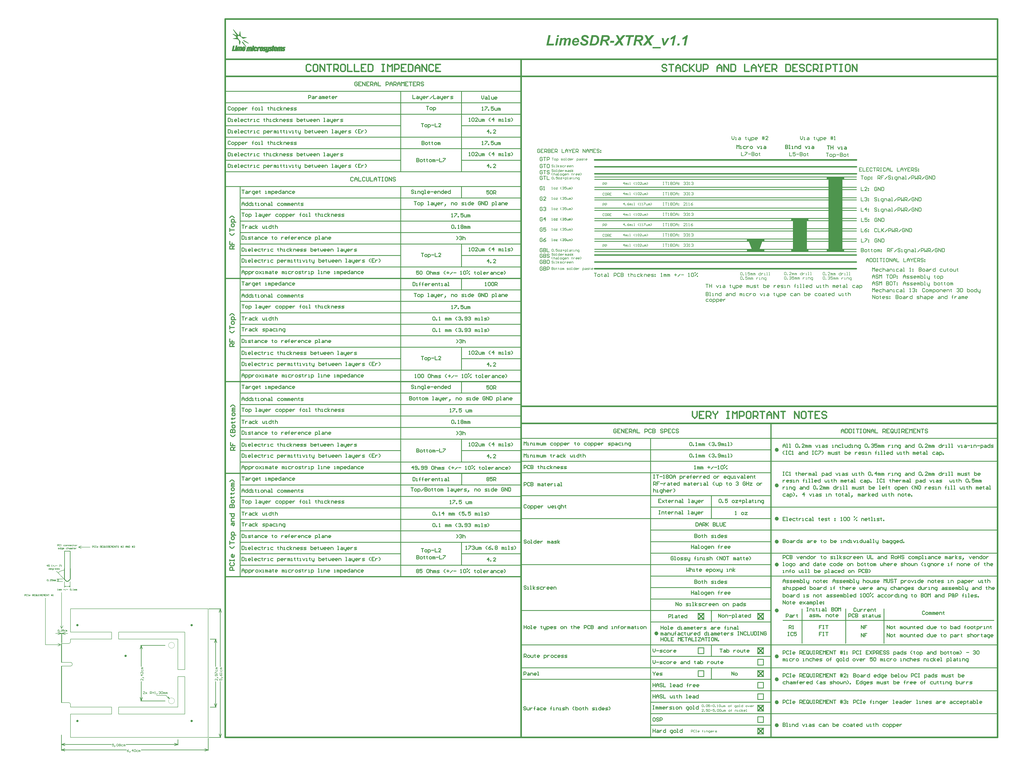
<source format=gm1>
G04*
G04 #@! TF.GenerationSoftware,Altium Limited,Altium Designer,19.1.6 (110)*
G04*
G04 Layer_Color=16711935*
%FSLAX44Y44*%
%MOMM*%
G71*
G01*
G75*
%ADD10C,0.2540*%
%ADD11C,0.3000*%
%ADD12C,0.2000*%
%ADD13C,0.1500*%
%ADD14C,0.2500*%
%ADD15C,0.1000*%
%ADD129C,0.3500*%
%ADD130C,0.4000*%
%ADD132C,0.6000*%
%ADD135C,0.5000*%
%ADD138C,0.7000*%
%ADD143C,1.0000*%
%ADD203C,0.0254*%
%ADD204C,0.0260*%
%ADD205C,0.1524*%
G36*
X-40000Y20001D02*
X-37500Y20001D01*
X-37500Y179000D01*
X-40000Y179000D01*
X-40000Y20001D01*
D02*
G37*
G36*
X-40000Y195000D02*
X-37500Y195000D01*
Y277000D01*
X-40000Y277000D01*
X-40000Y195000D01*
D02*
G37*
G36*
X3025625Y2030200D02*
X3017625D01*
X3004500Y1995200D01*
X3025500D01*
Y1985450D01*
X2949750D01*
Y1995200D01*
X2970750D01*
X2957625Y2030200D01*
X2949875D01*
Y2039950D01*
X3025625D01*
Y2030200D01*
D02*
G37*
G36*
X3218375Y2120250D02*
X3210875D01*
Y1995000D01*
X3218375D01*
Y1985250D01*
X3142625D01*
Y1995000D01*
X3150125D01*
Y2120250D01*
X3142625D01*
Y2130000D01*
X3218375D01*
Y2120250D01*
D02*
G37*
G36*
X3373625Y2300000D02*
X3366125D01*
Y1994750D01*
X3373625D01*
Y1985000D01*
X3297875D01*
Y1994750D01*
X3305375D01*
Y2300000D01*
X3297875D01*
Y2309750D01*
X3373625D01*
Y2300000D01*
D02*
G37*
G36*
X2129243Y2920134D02*
X2120495D01*
X2122180Y2928039D01*
X2130863D01*
X2129243Y2920134D01*
D02*
G37*
G36*
X2244903Y2928816D02*
X2245551Y2928752D01*
X2246328Y2928687D01*
X2247171Y2928557D01*
X2248078Y2928427D01*
X2250086Y2927974D01*
X2251123Y2927650D01*
X2252095Y2927326D01*
X2253132Y2926872D01*
X2254104Y2926354D01*
X2255011Y2925771D01*
X2255853Y2925123D01*
X2255918Y2925058D01*
X2256048Y2924929D01*
X2256242Y2924734D01*
X2256566Y2924475D01*
X2256890Y2924086D01*
X2257279Y2923633D01*
X2257667Y2923114D01*
X2258056Y2922531D01*
X2258510Y2921818D01*
X2258963Y2921106D01*
X2259352Y2920263D01*
X2259741Y2919421D01*
X2260065Y2918449D01*
X2260324Y2917477D01*
X2260518Y2916375D01*
X2260648Y2915274D01*
X2251836Y2914885D01*
Y2914950D01*
Y2915015D01*
X2251771Y2915403D01*
X2251577Y2915987D01*
X2251382Y2916700D01*
X2251058Y2917477D01*
X2250669Y2918319D01*
X2250151Y2919097D01*
X2249438Y2919810D01*
X2249373Y2919874D01*
X2249050Y2920069D01*
X2248596Y2920393D01*
X2247948Y2920717D01*
X2247171Y2920976D01*
X2246134Y2921300D01*
X2244903Y2921494D01*
X2243542Y2921559D01*
X2242894D01*
X2242246Y2921494D01*
X2241404Y2921365D01*
X2240561Y2921235D01*
X2239654Y2920976D01*
X2238812Y2920652D01*
X2238099Y2920198D01*
X2238034Y2920134D01*
X2237840Y2919939D01*
X2237581Y2919680D01*
X2237322Y2919291D01*
X2236998Y2918773D01*
X2236738Y2918190D01*
X2236544Y2917477D01*
X2236479Y2916764D01*
Y2916700D01*
Y2916440D01*
X2236544Y2916116D01*
X2236674Y2915663D01*
X2236868Y2915144D01*
X2237127Y2914626D01*
X2237451Y2914108D01*
X2237970Y2913589D01*
X2238034Y2913524D01*
X2238293Y2913330D01*
X2238682Y2913071D01*
X2239330Y2912682D01*
X2239784Y2912423D01*
X2240237Y2912164D01*
X2240756Y2911840D01*
X2241404Y2911516D01*
X2242052Y2911192D01*
X2242829Y2910803D01*
X2243672Y2910414D01*
X2244579Y2910026D01*
X2244644Y2909961D01*
X2244903Y2909896D01*
X2245291Y2909702D01*
X2245810Y2909507D01*
X2246458Y2909183D01*
X2247171Y2908859D01*
X2248726Y2908082D01*
X2250410Y2907239D01*
X2252030Y2906332D01*
X2252808Y2905879D01*
X2253456Y2905425D01*
X2254039Y2904972D01*
X2254492Y2904583D01*
X2254557Y2904518D01*
X2254622Y2904453D01*
X2254816Y2904259D01*
X2255011Y2904064D01*
X2255529Y2903352D01*
X2256112Y2902444D01*
X2256695Y2901343D01*
X2257149Y2899982D01*
X2257538Y2898427D01*
X2257603Y2897650D01*
X2257667Y2896743D01*
Y2896678D01*
Y2896483D01*
Y2896159D01*
X2257603Y2895771D01*
X2257538Y2895252D01*
X2257408Y2894604D01*
X2257279Y2893956D01*
X2257084Y2893243D01*
X2256825Y2892466D01*
X2256501Y2891624D01*
X2256112Y2890781D01*
X2255659Y2889939D01*
X2255140Y2889097D01*
X2254492Y2888189D01*
X2253780Y2887412D01*
X2252937Y2886570D01*
X2252872Y2886505D01*
X2252743Y2886375D01*
X2252419Y2886181D01*
X2252095Y2885922D01*
X2251577Y2885598D01*
X2250993Y2885209D01*
X2250345Y2884885D01*
X2249503Y2884496D01*
X2248661Y2884043D01*
X2247689Y2883719D01*
X2246587Y2883330D01*
X2245421Y2883006D01*
X2244190Y2882747D01*
X2242829Y2882552D01*
X2241404Y2882423D01*
X2239849Y2882358D01*
X2238877D01*
X2238358Y2882423D01*
X2237775Y2882487D01*
X2237127D01*
X2236414Y2882617D01*
X2234859Y2882812D01*
X2233175Y2883135D01*
X2231425Y2883589D01*
X2229805Y2884237D01*
X2229740D01*
X2229611Y2884302D01*
X2229417Y2884431D01*
X2229093Y2884626D01*
X2228380Y2885015D01*
X2227473Y2885663D01*
X2226501Y2886375D01*
X2225529Y2887347D01*
X2224622Y2888384D01*
X2223844Y2889615D01*
Y2889680D01*
X2223779Y2889745D01*
X2223715Y2889939D01*
X2223585Y2890263D01*
X2223455Y2890587D01*
X2223326Y2890976D01*
X2223002Y2891948D01*
X2222678Y2893114D01*
X2222419Y2894474D01*
X2222289Y2895965D01*
X2222224Y2897585D01*
X2231036Y2898103D01*
Y2898038D01*
Y2897909D01*
Y2897715D01*
X2231101Y2897455D01*
X2231166Y2896678D01*
X2231296Y2895835D01*
X2231425Y2894863D01*
X2231684Y2893892D01*
X2232008Y2893049D01*
X2232462Y2892401D01*
X2232592Y2892272D01*
X2232851Y2892012D01*
X2233369Y2891689D01*
X2234147Y2891235D01*
X2234600Y2891041D01*
X2235183Y2890781D01*
X2235766Y2890587D01*
X2236479Y2890457D01*
X2237192Y2890263D01*
X2238034Y2890198D01*
X2238941Y2890068D01*
X2240626D01*
X2241015Y2890133D01*
X2241469D01*
X2242440Y2890263D01*
X2243477Y2890457D01*
X2244579Y2890781D01*
X2245615Y2891170D01*
X2246458Y2891689D01*
X2246523Y2891753D01*
X2246782Y2891948D01*
X2247106Y2892336D01*
X2247495Y2892790D01*
X2247883Y2893373D01*
X2248207Y2894021D01*
X2248466Y2894734D01*
X2248531Y2895576D01*
Y2895641D01*
Y2895900D01*
X2248466Y2896289D01*
X2248337Y2896743D01*
X2248142Y2897261D01*
X2247818Y2897844D01*
X2247430Y2898427D01*
X2246846Y2898946D01*
X2246782Y2899010D01*
X2246587Y2899140D01*
X2246199Y2899399D01*
X2245615Y2899723D01*
X2245227Y2899982D01*
X2244773Y2900241D01*
X2244255Y2900500D01*
X2243672Y2900760D01*
X2242959Y2901084D01*
X2242246Y2901472D01*
X2241339Y2901861D01*
X2240432Y2902250D01*
X2240367D01*
X2240173Y2902380D01*
X2239913Y2902444D01*
X2239589Y2902639D01*
X2239136Y2902833D01*
X2238618Y2903028D01*
X2237516Y2903546D01*
X2236285Y2904194D01*
X2234989Y2904777D01*
X2233823Y2905425D01*
X2233239Y2905749D01*
X2232786Y2906008D01*
X2232656Y2906073D01*
X2232397Y2906267D01*
X2231944Y2906656D01*
X2231425Y2907110D01*
X2230842Y2907628D01*
X2230194Y2908341D01*
X2229611Y2909118D01*
X2229028Y2909961D01*
X2228963Y2910090D01*
X2228833Y2910414D01*
X2228574Y2910933D01*
X2228380Y2911581D01*
X2228121Y2912423D01*
X2227861Y2913395D01*
X2227732Y2914496D01*
X2227667Y2915663D01*
Y2915728D01*
Y2915922D01*
Y2916246D01*
X2227732Y2916635D01*
X2227797Y2917088D01*
X2227861Y2917672D01*
X2227991Y2918319D01*
X2228185Y2918967D01*
X2228639Y2920457D01*
X2229028Y2921235D01*
X2229417Y2922078D01*
X2229870Y2922855D01*
X2230388Y2923633D01*
X2231036Y2924410D01*
X2231749Y2925123D01*
X2231814Y2925188D01*
X2231944Y2925317D01*
X2232203Y2925447D01*
X2232527Y2925706D01*
X2232915Y2925965D01*
X2233434Y2926289D01*
X2234082Y2926678D01*
X2234795Y2927002D01*
X2235572Y2927326D01*
X2236414Y2927715D01*
X2237386Y2928039D01*
X2238488Y2928298D01*
X2239654Y2928557D01*
X2240885Y2928752D01*
X2242181Y2928816D01*
X2243607Y2928881D01*
X2244384D01*
X2244903Y2928816D01*
D02*
G37*
G36*
X2525272Y2904453D02*
X2536352Y2883200D01*
X2525920D01*
X2522486Y2889745D01*
Y2889809D01*
X2522357Y2890004D01*
X2522227Y2890263D01*
X2522033Y2890587D01*
X2521838Y2891041D01*
X2521579Y2891494D01*
X2520996Y2892596D01*
X2520413Y2893827D01*
X2519830Y2895058D01*
X2519311Y2896159D01*
X2519117Y2896678D01*
X2518922Y2897131D01*
X2518858Y2897067D01*
X2518663Y2896807D01*
X2518274Y2896289D01*
X2517691Y2895576D01*
X2517303Y2895123D01*
X2516914Y2894604D01*
X2516395Y2894021D01*
X2515812Y2893373D01*
X2515229Y2892596D01*
X2514516Y2891818D01*
X2513674Y2890911D01*
X2512832Y2889939D01*
X2506676Y2883200D01*
X2494754D01*
X2514581Y2905814D01*
X2503436Y2928039D01*
X2513091D01*
X2517497Y2919810D01*
X2517562Y2919680D01*
X2517691Y2919356D01*
X2517821Y2919162D01*
X2517950Y2918903D01*
X2518080Y2918578D01*
X2518339Y2918125D01*
X2518534Y2917672D01*
X2518858Y2917088D01*
X2519182Y2916440D01*
X2519570Y2915663D01*
X2519959Y2914756D01*
X2520477Y2913784D01*
X2520542Y2913719D01*
X2520607Y2913589D01*
X2520737Y2913330D01*
X2520866Y2913006D01*
X2520931Y2913071D01*
X2521061Y2913200D01*
X2521255Y2913460D01*
X2521514Y2913719D01*
X2521773Y2914108D01*
X2522162Y2914561D01*
X2523004Y2915598D01*
X2524041Y2916700D01*
X2525078Y2917931D01*
X2526115Y2919162D01*
X2527087Y2920263D01*
X2534084Y2928039D01*
X2545813D01*
X2525272Y2904453D01*
D02*
G37*
G36*
X2399958Y2904453D02*
X2411038Y2883200D01*
X2400606D01*
X2397172Y2889745D01*
Y2889809D01*
X2397042Y2890004D01*
X2396913Y2890263D01*
X2396718Y2890587D01*
X2396524Y2891041D01*
X2396265Y2891494D01*
X2395681Y2892596D01*
X2395098Y2893827D01*
X2394515Y2895058D01*
X2393997Y2896159D01*
X2393802Y2896678D01*
X2393608Y2897131D01*
X2393543Y2897067D01*
X2393349Y2896807D01*
X2392960Y2896289D01*
X2392377Y2895576D01*
X2391988Y2895123D01*
X2391599Y2894604D01*
X2391081Y2894021D01*
X2390498Y2893373D01*
X2389915Y2892596D01*
X2389202Y2891818D01*
X2388360Y2890911D01*
X2387517Y2889939D01*
X2381362Y2883200D01*
X2369439D01*
X2389267Y2905814D01*
X2378122Y2928039D01*
X2387776D01*
X2392183Y2919810D01*
X2392247Y2919680D01*
X2392377Y2919356D01*
X2392507Y2919162D01*
X2392636Y2918903D01*
X2392766Y2918578D01*
X2393025Y2918125D01*
X2393219Y2917672D01*
X2393543Y2917088D01*
X2393867Y2916440D01*
X2394256Y2915663D01*
X2394645Y2914756D01*
X2395163Y2913784D01*
X2395228Y2913719D01*
X2395293Y2913589D01*
X2395422Y2913330D01*
X2395552Y2913006D01*
X2395617Y2913071D01*
X2395746Y2913200D01*
X2395941Y2913460D01*
X2396200Y2913719D01*
X2396459Y2914108D01*
X2396848Y2914561D01*
X2397690Y2915598D01*
X2398727Y2916700D01*
X2399764Y2917931D01*
X2400800Y2919162D01*
X2401772Y2920263D01*
X2408770Y2928039D01*
X2420498D01*
X2399958Y2904453D01*
D02*
G37*
G36*
X2175442Y2916311D02*
X2176284Y2916181D01*
X2177256Y2915922D01*
X2178293Y2915533D01*
X2179265Y2915015D01*
X2180107Y2914302D01*
X2180172Y2914237D01*
X2180431Y2913913D01*
X2180820Y2913460D01*
X2181209Y2912812D01*
X2181597Y2912034D01*
X2181986Y2911127D01*
X2182245Y2910026D01*
X2182310Y2908794D01*
Y2908730D01*
Y2908470D01*
X2182245Y2908017D01*
X2182181Y2907434D01*
X2182116Y2906656D01*
X2181922Y2905620D01*
X2181727Y2904388D01*
X2181403Y2902963D01*
X2177127Y2883200D01*
X2168444D01*
X2172656Y2902963D01*
Y2903028D01*
X2172721Y2903157D01*
Y2903287D01*
X2172785Y2903546D01*
X2172915Y2904194D01*
X2173044Y2904907D01*
X2173174Y2905620D01*
X2173304Y2906332D01*
X2173433Y2906851D01*
Y2907045D01*
Y2907174D01*
Y2907239D01*
Y2907434D01*
X2173369Y2907628D01*
X2173304Y2907952D01*
X2173109Y2908665D01*
X2172850Y2908989D01*
X2172591Y2909313D01*
X2172526Y2909378D01*
X2172461Y2909442D01*
X2172267Y2909572D01*
X2172008Y2909766D01*
X2171684Y2909896D01*
X2171230Y2910026D01*
X2170777Y2910090D01*
X2170194Y2910155D01*
X2169870D01*
X2169610Y2910090D01*
X2168962Y2909961D01*
X2168185Y2909702D01*
X2167278Y2909313D01*
X2166241Y2908665D01*
X2165723Y2908276D01*
X2165204Y2907823D01*
X2164751Y2907304D01*
X2164232Y2906656D01*
X2164168Y2906526D01*
X2164038Y2906397D01*
X2163908Y2906203D01*
X2163779Y2905879D01*
X2163584Y2905555D01*
X2163325Y2905101D01*
X2163131Y2904648D01*
X2162872Y2904064D01*
X2162612Y2903416D01*
X2162353Y2902704D01*
X2162094Y2901926D01*
X2161770Y2901084D01*
X2161511Y2900112D01*
X2161252Y2899075D01*
X2160993Y2897909D01*
X2157882Y2883200D01*
X2149200D01*
X2153282Y2902768D01*
Y2902833D01*
X2153347Y2902898D01*
X2153412Y2903352D01*
X2153541Y2903935D01*
X2153671Y2904583D01*
X2153800Y2905360D01*
X2153865Y2906073D01*
X2153995Y2906721D01*
Y2907174D01*
Y2907239D01*
Y2907369D01*
X2153930Y2907628D01*
X2153865Y2907952D01*
X2153606Y2908600D01*
X2153412Y2908989D01*
X2153088Y2909313D01*
X2153023Y2909378D01*
X2152958Y2909442D01*
X2152764Y2909572D01*
X2152504Y2909766D01*
X2152116Y2909896D01*
X2151727Y2910026D01*
X2151273Y2910090D01*
X2150690Y2910155D01*
X2150431D01*
X2150172Y2910090D01*
X2149783Y2910026D01*
X2149329Y2909961D01*
X2148811Y2909766D01*
X2148293Y2909572D01*
X2147710Y2909248D01*
X2147645Y2909183D01*
X2147450Y2909118D01*
X2147126Y2908924D01*
X2146802Y2908665D01*
X2146349Y2908341D01*
X2145895Y2907887D01*
X2145442Y2907434D01*
X2144988Y2906915D01*
X2144923Y2906851D01*
X2144794Y2906656D01*
X2144599Y2906332D01*
X2144340Y2905879D01*
X2144016Y2905360D01*
X2143692Y2904648D01*
X2143368Y2903935D01*
X2143044Y2903092D01*
Y2903028D01*
X2142979Y2902833D01*
X2142850Y2902509D01*
X2142720Y2902056D01*
X2142591Y2901408D01*
X2142332Y2900500D01*
X2142072Y2899464D01*
X2141943Y2898816D01*
X2141748Y2898103D01*
X2138638Y2883200D01*
X2129956D01*
X2136759Y2915728D01*
X2144988D01*
X2144211Y2911775D01*
X2144275Y2911840D01*
X2144405Y2911969D01*
X2144664Y2912228D01*
X2145053Y2912488D01*
X2145506Y2912877D01*
X2146025Y2913265D01*
X2146608Y2913654D01*
X2147321Y2914108D01*
X2148876Y2914950D01*
X2150560Y2915728D01*
X2151532Y2915987D01*
X2152440Y2916246D01*
X2153476Y2916375D01*
X2154448Y2916440D01*
X2155031D01*
X2155744Y2916375D01*
X2156522Y2916246D01*
X2157429Y2916052D01*
X2158401Y2915792D01*
X2159308Y2915403D01*
X2160085Y2914885D01*
X2160150Y2914820D01*
X2160409Y2914626D01*
X2160733Y2914237D01*
X2161187Y2913784D01*
X2161576Y2913200D01*
X2162029Y2912423D01*
X2162418Y2911646D01*
X2162677Y2910674D01*
X2162742Y2910803D01*
X2163001Y2911062D01*
X2163390Y2911516D01*
X2163908Y2912099D01*
X2164621Y2912747D01*
X2165399Y2913395D01*
X2166371Y2914108D01*
X2167472Y2914756D01*
X2167537D01*
X2167602Y2914820D01*
X2167796Y2914885D01*
X2168055Y2915015D01*
X2168638Y2915274D01*
X2169481Y2915598D01*
X2170453Y2915922D01*
X2171619Y2916181D01*
X2172785Y2916375D01*
X2174081Y2916440D01*
X2174729D01*
X2175442Y2916311D01*
D02*
G37*
G36*
X2370087Y2895123D02*
X2353046D01*
X2354731Y2903611D01*
X2371772D01*
X2370087Y2895123D01*
D02*
G37*
G36*
X2592076Y2883200D02*
X2584560D01*
X2578081Y2915728D01*
X2586698Y2915728D01*
X2588901Y2901472D01*
Y2901408D01*
X2588966Y2901213D01*
Y2900954D01*
X2589031Y2900565D01*
X2589096Y2900112D01*
X2589225Y2899529D01*
X2589420Y2898362D01*
X2589614Y2897067D01*
X2589809Y2895835D01*
X2589938Y2894734D01*
X2590003Y2894280D01*
X2590068Y2893892D01*
X2590132Y2894021D01*
X2590262Y2894215D01*
X2590457Y2894539D01*
X2590716Y2895058D01*
X2591104Y2895706D01*
X2591558Y2896613D01*
X2591882Y2897196D01*
X2592206Y2897779D01*
Y2897844D01*
X2592271Y2897909D01*
X2592530Y2898298D01*
X2592854Y2898881D01*
X2593243Y2899594D01*
X2593632Y2900306D01*
X2594020Y2900954D01*
X2594344Y2901537D01*
X2594539Y2901926D01*
X2602638Y2915728D01*
X2612098D01*
X2592076Y2883200D01*
D02*
G37*
G36*
X2682984D02*
X2674172D01*
X2680652Y2914237D01*
X2680522Y2914172D01*
X2680198Y2913913D01*
X2679615Y2913589D01*
X2678837Y2913136D01*
X2677930Y2912617D01*
X2676829Y2912099D01*
X2675598Y2911516D01*
X2674302Y2910933D01*
X2674237D01*
X2674172Y2910868D01*
X2673978Y2910803D01*
X2673719Y2910674D01*
X2673006Y2910479D01*
X2672163Y2910155D01*
X2671192Y2909831D01*
X2670090Y2909507D01*
X2669053Y2909183D01*
X2667952Y2908924D01*
X2669637Y2916764D01*
X2669701D01*
X2669766Y2916829D01*
X2670155Y2916959D01*
X2670738Y2917283D01*
X2671516Y2917672D01*
X2672423Y2918125D01*
X2673524Y2918643D01*
X2674755Y2919291D01*
X2676051Y2920069D01*
X2677412Y2920846D01*
X2678837Y2921754D01*
X2680328Y2922726D01*
X2681753Y2923698D01*
X2683179Y2924799D01*
X2684604Y2925901D01*
X2685900Y2927067D01*
X2687131Y2928298D01*
X2692444D01*
X2682984Y2883200D01*
D02*
G37*
G36*
X2654604D02*
X2645921D01*
X2647606Y2891689D01*
X2656288D01*
X2654604Y2883200D01*
D02*
G37*
G36*
X2630695D02*
X2621882D01*
X2628362Y2914237D01*
X2628232Y2914172D01*
X2627908Y2913913D01*
X2627325Y2913589D01*
X2626548Y2913136D01*
X2625640Y2912617D01*
X2624539Y2912099D01*
X2623308Y2911516D01*
X2622012Y2910933D01*
X2621947D01*
X2621882Y2910868D01*
X2621688Y2910803D01*
X2621429Y2910674D01*
X2620716Y2910479D01*
X2619874Y2910155D01*
X2618902Y2909831D01*
X2617800Y2909507D01*
X2616763Y2909183D01*
X2615662Y2908924D01*
X2617346Y2916764D01*
X2617411D01*
X2617476Y2916829D01*
X2617865Y2916959D01*
X2618448Y2917283D01*
X2619226Y2917672D01*
X2620133Y2918125D01*
X2621234Y2918643D01*
X2622466Y2919291D01*
X2623761Y2920069D01*
X2625122Y2920846D01*
X2626548Y2921754D01*
X2628038Y2922726D01*
X2629463Y2923698D01*
X2630889Y2924799D01*
X2632314Y2925901D01*
X2633610Y2927067D01*
X2634841Y2928298D01*
X2640155D01*
X2630695Y2883200D01*
D02*
G37*
G36*
X2485229Y2927974D02*
X2486395Y2927909D01*
X2487691Y2927780D01*
X2488987Y2927585D01*
X2490283Y2927326D01*
X2491449Y2926937D01*
X2491514D01*
X2491579Y2926872D01*
X2491903Y2926743D01*
X2492421Y2926483D01*
X2493069Y2926095D01*
X2493847Y2925512D01*
X2494624Y2924864D01*
X2495337Y2924021D01*
X2496050Y2923049D01*
X2496114Y2922920D01*
X2496309Y2922531D01*
X2496633Y2921948D01*
X2496957Y2921170D01*
X2497281Y2920198D01*
X2497605Y2919032D01*
X2497799Y2917672D01*
X2497864Y2916246D01*
Y2916181D01*
Y2915987D01*
Y2915728D01*
X2497799Y2915274D01*
X2497734Y2914820D01*
X2497670Y2914237D01*
X2497605Y2913589D01*
X2497410Y2912941D01*
X2497021Y2911451D01*
X2496438Y2909831D01*
X2496050Y2909054D01*
X2495596Y2908276D01*
X2495013Y2907498D01*
X2494430Y2906786D01*
X2494365Y2906721D01*
X2494300Y2906656D01*
X2494041Y2906462D01*
X2493782Y2906203D01*
X2493393Y2905879D01*
X2493004Y2905555D01*
X2492486Y2905231D01*
X2491838Y2904842D01*
X2491190Y2904453D01*
X2490412Y2904064D01*
X2489570Y2903676D01*
X2488598Y2903287D01*
X2487626Y2902963D01*
X2486525Y2902704D01*
X2485294Y2902444D01*
X2484062Y2902250D01*
X2484127Y2902185D01*
X2484386Y2901991D01*
X2484710Y2901602D01*
X2485164Y2901149D01*
X2485618Y2900501D01*
X2486201Y2899788D01*
X2486784Y2898946D01*
X2487367Y2898038D01*
X2487432Y2897974D01*
X2487497Y2897779D01*
X2487691Y2897520D01*
X2487885Y2897067D01*
X2488209Y2896548D01*
X2488533Y2895900D01*
X2488922Y2895123D01*
X2489376Y2894215D01*
X2489894Y2893244D01*
X2490412Y2892142D01*
X2490996Y2890911D01*
X2491579Y2889550D01*
X2492227Y2888125D01*
X2492875Y2886570D01*
X2493587Y2884950D01*
X2494300Y2883200D01*
X2484386D01*
Y2883265D01*
X2484322Y2883395D01*
X2484257Y2883589D01*
X2484127Y2883913D01*
X2483998Y2884302D01*
X2483803Y2884820D01*
X2483609Y2885403D01*
X2483350Y2886116D01*
X2483026Y2886894D01*
X2482702Y2887736D01*
X2482313Y2888708D01*
X2481859Y2889745D01*
X2481406Y2890911D01*
X2480887Y2892207D01*
X2480304Y2893568D01*
X2479656Y2894993D01*
Y2895058D01*
X2479592Y2895187D01*
X2479462Y2895382D01*
X2479332Y2895706D01*
X2478944Y2896418D01*
X2478425Y2897326D01*
X2477842Y2898298D01*
X2477194Y2899269D01*
X2476417Y2900177D01*
X2476028Y2900501D01*
X2475639Y2900825D01*
X2475574Y2900889D01*
X2475380Y2900954D01*
X2475056Y2901084D01*
X2474602Y2901278D01*
X2473954Y2901472D01*
X2473177Y2901602D01*
X2472205Y2901667D01*
X2471039Y2901732D01*
X2467280D01*
X2463393Y2883200D01*
X2454257D01*
X2463652Y2928039D01*
X2484775D01*
X2485229Y2927974D01*
D02*
G37*
G36*
X2456071Y2920522D02*
X2442982D01*
X2435207Y2883200D01*
X2426006D01*
X2433781Y2920522D01*
X2420693D01*
X2422183Y2928039D01*
X2457561Y2928039D01*
X2456071Y2920522D01*
D02*
G37*
G36*
X2339050Y2927974D02*
X2340217Y2927909D01*
X2341513Y2927780D01*
X2342809Y2927585D01*
X2344104Y2927326D01*
X2345271Y2926937D01*
X2345336D01*
X2345400Y2926872D01*
X2345724Y2926743D01*
X2346243Y2926483D01*
X2346891Y2926095D01*
X2347668Y2925511D01*
X2348446Y2924864D01*
X2349158Y2924021D01*
X2349871Y2923049D01*
X2349936Y2922920D01*
X2350130Y2922531D01*
X2350454Y2921948D01*
X2350778Y2921170D01*
X2351102Y2920198D01*
X2351426Y2919032D01*
X2351621Y2917672D01*
X2351685Y2916246D01*
Y2916181D01*
Y2915987D01*
Y2915728D01*
X2351621Y2915274D01*
X2351556Y2914820D01*
X2351491Y2914237D01*
X2351426Y2913589D01*
X2351232Y2912941D01*
X2350843Y2911451D01*
X2350260Y2909831D01*
X2349871Y2909054D01*
X2349418Y2908276D01*
X2348835Y2907498D01*
X2348251Y2906786D01*
X2348186Y2906721D01*
X2348122Y2906656D01*
X2347863Y2906462D01*
X2347603Y2906203D01*
X2347215Y2905879D01*
X2346826Y2905555D01*
X2346307Y2905231D01*
X2345659Y2904842D01*
X2345011Y2904453D01*
X2344234Y2904064D01*
X2343392Y2903676D01*
X2342420Y2903287D01*
X2341448Y2902963D01*
X2340346Y2902704D01*
X2339115Y2902444D01*
X2337884Y2902250D01*
X2337949Y2902185D01*
X2338208Y2901991D01*
X2338532Y2901602D01*
X2338986Y2901149D01*
X2339439Y2900500D01*
X2340022Y2899788D01*
X2340605Y2898946D01*
X2341189Y2898038D01*
X2341253Y2897974D01*
X2341318Y2897779D01*
X2341513Y2897520D01*
X2341707Y2897067D01*
X2342031Y2896548D01*
X2342355Y2895900D01*
X2342744Y2895123D01*
X2343197Y2894215D01*
X2343716Y2893243D01*
X2344234Y2892142D01*
X2344817Y2890911D01*
X2345400Y2889550D01*
X2346048Y2888125D01*
X2346696Y2886570D01*
X2347409Y2884950D01*
X2348122Y2883200D01*
X2338208D01*
Y2883265D01*
X2338143Y2883394D01*
X2338078Y2883589D01*
X2337949Y2883913D01*
X2337819Y2884302D01*
X2337625Y2884820D01*
X2337431Y2885403D01*
X2337171Y2886116D01*
X2336847Y2886894D01*
X2336523Y2887736D01*
X2336135Y2888708D01*
X2335681Y2889745D01*
X2335227Y2890911D01*
X2334709Y2892207D01*
X2334126Y2893568D01*
X2333478Y2894993D01*
Y2895058D01*
X2333413Y2895187D01*
X2333284Y2895382D01*
X2333154Y2895706D01*
X2332765Y2896418D01*
X2332247Y2897326D01*
X2331664Y2898298D01*
X2331016Y2899269D01*
X2330238Y2900177D01*
X2329849Y2900500D01*
X2329461Y2900825D01*
X2329396Y2900889D01*
X2329202Y2900954D01*
X2328878Y2901084D01*
X2328424Y2901278D01*
X2327776Y2901472D01*
X2326998Y2901602D01*
X2326026Y2901667D01*
X2324860Y2901732D01*
X2321102D01*
X2317214Y2883200D01*
X2308078D01*
X2317473Y2928039D01*
X2338597D01*
X2339050Y2927974D01*
D02*
G37*
G36*
X2287992Y2927974D02*
X2289093D01*
X2290000Y2927909D01*
X2290324D01*
X2290648Y2927844D01*
X2290778D01*
X2291102Y2927780D01*
X2291620Y2927715D01*
X2292333Y2927585D01*
X2293110Y2927455D01*
X2293953Y2927261D01*
X2295637Y2926678D01*
X2295767Y2926613D01*
X2296026Y2926548D01*
X2296415Y2926354D01*
X2296998Y2926095D01*
X2297581Y2925706D01*
X2298294Y2925317D01*
X2298942Y2924864D01*
X2299655Y2924280D01*
X2299720Y2924216D01*
X2299979Y2924021D01*
X2300303Y2923698D01*
X2300756Y2923244D01*
X2301210Y2922726D01*
X2301728Y2922078D01*
X2302247Y2921365D01*
X2302765Y2920587D01*
X2302830Y2920522D01*
X2302959Y2920198D01*
X2303219Y2919745D01*
X2303478Y2919162D01*
X2303802Y2918449D01*
X2304190Y2917607D01*
X2304514Y2916635D01*
X2304774Y2915598D01*
X2304838Y2915468D01*
X2304903Y2915080D01*
X2305033Y2914496D01*
X2305162Y2913784D01*
X2305292Y2912877D01*
X2305357Y2911775D01*
X2305486Y2910674D01*
Y2909442D01*
Y2909378D01*
Y2909118D01*
Y2908730D01*
X2305422Y2908211D01*
Y2907563D01*
X2305357Y2906851D01*
X2305227Y2906008D01*
X2305162Y2905101D01*
X2304968Y2904129D01*
X2304838Y2903092D01*
X2304320Y2900954D01*
X2303607Y2898751D01*
X2303219Y2897650D01*
X2302700Y2896548D01*
Y2896483D01*
X2302571Y2896289D01*
X2302441Y2896030D01*
X2302182Y2895641D01*
X2301923Y2895123D01*
X2301599Y2894604D01*
X2300756Y2893308D01*
X2299784Y2891883D01*
X2298553Y2890392D01*
X2297193Y2888967D01*
X2295702Y2887606D01*
X2295637D01*
X2295573Y2887477D01*
X2295378Y2887347D01*
X2295119Y2887218D01*
X2294795Y2886958D01*
X2294406Y2886764D01*
X2293434Y2886181D01*
X2292268Y2885598D01*
X2290843Y2884950D01*
X2289223Y2884366D01*
X2287408Y2883848D01*
X2287279D01*
X2287085Y2883783D01*
X2286890Y2883719D01*
X2286566D01*
X2286177Y2883654D01*
X2285724Y2883589D01*
X2285205Y2883524D01*
X2284622Y2883459D01*
X2283974Y2883394D01*
X2283262Y2883330D01*
X2282419D01*
X2281577Y2883265D01*
X2280605Y2883200D01*
X2262721D01*
X2272117Y2928039D01*
X2286890D01*
X2287992Y2927974D01*
D02*
G37*
G36*
X2121467Y2883200D02*
X2112785D01*
X2119588Y2915728D01*
X2128336D01*
X2121467Y2883200D01*
D02*
G37*
G36*
X2085506Y2890717D02*
X2108443D01*
X2106888Y2883200D01*
X2074750D01*
X2084145Y2928039D01*
X2093346D01*
X2085506Y2890717D01*
D02*
G37*
G36*
X2206090Y2916375D02*
X2206609Y2916311D01*
X2207192Y2916246D01*
X2207840Y2916116D01*
X2208552Y2915987D01*
X2210108Y2915533D01*
X2210885Y2915274D01*
X2211663Y2914885D01*
X2212440Y2914431D01*
X2213218Y2913978D01*
X2213930Y2913395D01*
X2214643Y2912747D01*
X2214708Y2912682D01*
X2214773Y2912552D01*
X2214967Y2912358D01*
X2215226Y2912099D01*
X2215486Y2911710D01*
X2215745Y2911257D01*
X2216069Y2910674D01*
X2216458Y2910090D01*
X2216781Y2909378D01*
X2217105Y2908600D01*
X2217365Y2907758D01*
X2217624Y2906786D01*
X2217883Y2905814D01*
X2218077Y2904712D01*
X2218142Y2903611D01*
X2218207Y2902380D01*
Y2902315D01*
Y2902250D01*
Y2901861D01*
Y2901213D01*
X2218142Y2900500D01*
X2218077Y2899594D01*
X2217948Y2898622D01*
X2217559Y2896678D01*
X2195529D01*
Y2896613D01*
Y2896354D01*
X2195464Y2896094D01*
Y2895835D01*
Y2895771D01*
Y2895706D01*
Y2895317D01*
X2195593Y2894734D01*
X2195723Y2893956D01*
X2195917Y2893114D01*
X2196241Y2892272D01*
X2196695Y2891364D01*
X2197278Y2890587D01*
X2197343Y2890522D01*
X2197602Y2890263D01*
X2197991Y2890004D01*
X2198574Y2889615D01*
X2199222Y2889291D01*
X2199999Y2888967D01*
X2200907Y2888708D01*
X2201879Y2888643D01*
X2202332D01*
X2202591Y2888708D01*
X2202980Y2888773D01*
X2203434Y2888902D01*
X2204406Y2889226D01*
X2204924Y2889420D01*
X2205507Y2889745D01*
X2206090Y2890133D01*
X2206609Y2890587D01*
X2207192Y2891105D01*
X2207775Y2891689D01*
X2208293Y2892401D01*
X2208747Y2893179D01*
X2216587Y2891883D01*
Y2891818D01*
X2216458Y2891689D01*
X2216328Y2891429D01*
X2216134Y2891105D01*
X2215939Y2890717D01*
X2215615Y2890263D01*
X2214967Y2889161D01*
X2214060Y2887995D01*
X2212959Y2886829D01*
X2211727Y2885663D01*
X2210367Y2884691D01*
X2210302D01*
X2210172Y2884561D01*
X2209978Y2884496D01*
X2209719Y2884302D01*
X2209330Y2884172D01*
X2208941Y2883978D01*
X2207840Y2883524D01*
X2206609Y2883071D01*
X2205118Y2882747D01*
X2203563Y2882487D01*
X2201814Y2882358D01*
X2201166D01*
X2200712Y2882423D01*
X2200129Y2882487D01*
X2199481Y2882552D01*
X2198768Y2882682D01*
X2197991Y2882876D01*
X2196306Y2883394D01*
X2195399Y2883719D01*
X2194492Y2884107D01*
X2193649Y2884561D01*
X2192742Y2885144D01*
X2191900Y2885792D01*
X2191122Y2886505D01*
X2191058Y2886570D01*
X2190928Y2886699D01*
X2190734Y2886958D01*
X2190475Y2887282D01*
X2190150Y2887671D01*
X2189827Y2888189D01*
X2189438Y2888773D01*
X2189114Y2889420D01*
X2188725Y2890198D01*
X2188336Y2890976D01*
X2188012Y2891883D01*
X2187688Y2892855D01*
X2187429Y2893892D01*
X2187235Y2895058D01*
X2187105Y2896224D01*
X2187040Y2897455D01*
Y2897520D01*
Y2897779D01*
Y2898103D01*
X2187105Y2898557D01*
X2187170Y2899140D01*
X2187235Y2899853D01*
X2187364Y2900630D01*
X2187494Y2901472D01*
X2187948Y2903287D01*
X2188271Y2904259D01*
X2188595Y2905295D01*
X2189049Y2906332D01*
X2189503Y2907369D01*
X2190086Y2908405D01*
X2190734Y2909378D01*
X2190798Y2909442D01*
X2190993Y2909702D01*
X2191252Y2910026D01*
X2191641Y2910479D01*
X2192224Y2910998D01*
X2192807Y2911646D01*
X2193585Y2912229D01*
X2194427Y2912941D01*
X2195399Y2913589D01*
X2196501Y2914237D01*
X2197667Y2914820D01*
X2198963Y2915339D01*
X2200323Y2915792D01*
X2201814Y2916116D01*
X2203434Y2916375D01*
X2205118Y2916440D01*
X2205701D01*
X2206090Y2916375D01*
D02*
G37*
G36*
X2573675Y2870824D02*
X2537907D01*
Y2876397D01*
X2573675D01*
Y2870824D01*
D02*
G37*
%LPC*%
G36*
X2482767Y2920522D02*
X2471233D01*
X2468706Y2908470D01*
X2475445D01*
X2476093Y2908535D01*
X2477648Y2908600D01*
X2479268Y2908665D01*
X2480887Y2908859D01*
X2481600Y2908924D01*
X2482313Y2909054D01*
X2482896Y2909183D01*
X2483414Y2909313D01*
X2483544Y2909378D01*
X2483803Y2909507D01*
X2484257Y2909702D01*
X2484840Y2910026D01*
X2485423Y2910414D01*
X2486071Y2910868D01*
X2486654Y2911451D01*
X2487237Y2912099D01*
X2487302Y2912164D01*
X2487432Y2912423D01*
X2487691Y2912812D01*
X2487950Y2913330D01*
X2488209Y2913913D01*
X2488469Y2914561D01*
X2488598Y2915339D01*
X2488663Y2916116D01*
Y2916246D01*
Y2916505D01*
X2488533Y2916959D01*
X2488404Y2917477D01*
X2488145Y2918060D01*
X2487821Y2918643D01*
X2487302Y2919226D01*
X2486654Y2919745D01*
X2486590Y2919810D01*
X2486395Y2919875D01*
X2486071Y2920004D01*
X2485553Y2920134D01*
X2484840Y2920263D01*
X2483868Y2920393D01*
X2482767Y2920522D01*
D02*
G37*
G36*
X2336588Y2920522D02*
X2325055D01*
X2322527Y2908470D01*
X2329266D01*
X2329914Y2908535D01*
X2331469Y2908600D01*
X2333089Y2908665D01*
X2334709Y2908859D01*
X2335422Y2908924D01*
X2336135Y2909054D01*
X2336718Y2909183D01*
X2337236Y2909313D01*
X2337366Y2909378D01*
X2337625Y2909507D01*
X2338078Y2909702D01*
X2338662Y2910026D01*
X2339245Y2910414D01*
X2339893Y2910868D01*
X2340476Y2911451D01*
X2341059Y2912099D01*
X2341124Y2912164D01*
X2341253Y2912423D01*
X2341513Y2912812D01*
X2341772Y2913330D01*
X2342031Y2913913D01*
X2342290Y2914561D01*
X2342420Y2915339D01*
X2342484Y2916116D01*
Y2916246D01*
Y2916505D01*
X2342355Y2916959D01*
X2342225Y2917477D01*
X2341966Y2918060D01*
X2341642Y2918643D01*
X2341124Y2919226D01*
X2340476Y2919745D01*
X2340411Y2919810D01*
X2340217Y2919874D01*
X2339893Y2920004D01*
X2339374Y2920134D01*
X2338662Y2920263D01*
X2337690Y2920393D01*
X2336588Y2920522D01*
D02*
G37*
G36*
X2286566Y2920652D02*
X2279763D01*
X2273413Y2890392D01*
X2279309D01*
X2279827Y2890457D01*
X2280929D01*
X2282160Y2890522D01*
X2283326Y2890652D01*
X2284493Y2890781D01*
X2285011Y2890846D01*
X2285465Y2890976D01*
X2285594Y2891041D01*
X2285853Y2891105D01*
X2286307Y2891300D01*
X2286890Y2891494D01*
X2287538Y2891818D01*
X2288251Y2892207D01*
X2288963Y2892725D01*
X2289676Y2893308D01*
X2289741D01*
X2289806Y2893438D01*
X2290130Y2893762D01*
X2290648Y2894345D01*
X2291296Y2895058D01*
X2292074Y2896030D01*
X2292851Y2897196D01*
X2293629Y2898492D01*
X2294341Y2899918D01*
Y2899982D01*
X2294406Y2900112D01*
X2294536Y2900371D01*
X2294666Y2900630D01*
X2294795Y2901084D01*
X2294925Y2901537D01*
X2295119Y2902056D01*
X2295314Y2902704D01*
X2295443Y2903352D01*
X2295637Y2904129D01*
X2295961Y2905814D01*
X2296156Y2907693D01*
X2296221Y2909702D01*
Y2909767D01*
Y2909896D01*
Y2910155D01*
Y2910479D01*
X2296156Y2910868D01*
Y2911321D01*
X2296026Y2912423D01*
X2295832Y2913589D01*
X2295573Y2914756D01*
X2295184Y2915922D01*
X2294666Y2916894D01*
X2294601Y2917024D01*
X2294406Y2917283D01*
X2294082Y2917672D01*
X2293629Y2918190D01*
X2293046Y2918708D01*
X2292398Y2919226D01*
X2291620Y2919680D01*
X2290778Y2920069D01*
X2290713D01*
X2290454Y2920134D01*
X2290065Y2920263D01*
X2289482Y2920393D01*
X2288704Y2920457D01*
X2287732Y2920587D01*
X2286566Y2920652D01*
D02*
G37*
G36*
X2204211Y2910155D02*
X2203758D01*
X2203239Y2910026D01*
X2202591Y2909896D01*
X2201814Y2909637D01*
X2200971Y2909313D01*
X2200129Y2908794D01*
X2199287Y2908082D01*
X2199222Y2908017D01*
X2198963Y2907693D01*
X2198574Y2907239D01*
X2198120Y2906526D01*
X2197667Y2905684D01*
X2197148Y2904648D01*
X2196695Y2903481D01*
X2196371Y2902056D01*
X2210172D01*
Y2902120D01*
Y2902380D01*
Y2902639D01*
Y2902898D01*
Y2902963D01*
Y2903028D01*
Y2903222D01*
Y2903481D01*
X2210108Y2904129D01*
X2209978Y2904972D01*
X2209783Y2905814D01*
X2209460Y2906721D01*
X2209071Y2907563D01*
X2208552Y2908341D01*
X2208488Y2908405D01*
X2208228Y2908600D01*
X2207905Y2908924D01*
X2207386Y2909248D01*
X2206803Y2909572D01*
X2206025Y2909896D01*
X2205183Y2910090D01*
X2204211Y2910155D01*
D02*
G37*
%LPD*%
D10*
X-40000Y-186000D02*
X-24760Y-180920D01*
X-40000Y-186000D02*
X-24760Y-191080D01*
X584510D02*
X599750Y-186000D01*
X584510Y-180920D02*
X599750Y-186000D01*
X-40000D02*
X243423D01*
X308199D02*
X599750D01*
X-40000Y-188540D02*
Y-164540D01*
X599750Y-188540D02*
Y-135090D01*
X308000Y269500D02*
X313080Y254260D01*
X302920D02*
X308000Y269500D01*
X302920Y42740D02*
X308000Y27500D01*
X313080Y42740D01*
X308000Y176824D02*
Y269500D01*
Y27500D02*
Y112048D01*
X305460Y269500D02*
X412000D01*
X305460Y27500D02*
X412000D01*
X627170Y15240D02*
X632250Y-0D01*
X637330Y15240D01*
X632250Y297000D02*
X637330Y281760D01*
X627170D02*
X632250Y297000D01*
Y-0D02*
Y112048D01*
Y176824D02*
Y297000D01*
X608750Y-0D02*
X634790D01*
X608750Y297000D02*
X634790D01*
X-40000Y-162000D02*
X-24760Y-156920D01*
X-40000Y-162000D02*
X-24760Y-167080D01*
X452760D02*
X468000Y-162000D01*
X452760Y-156920D02*
X468000Y-162000D01*
X-40000D02*
X177548D01*
X242324D02*
X468000D01*
X-40000Y-164540D02*
Y-120750D01*
X468000Y-164540D02*
Y-140750D01*
X652250Y428800D02*
X657330Y413560D01*
X647170D02*
X652250Y428800D01*
X647170Y-116560D02*
X652250Y-131800D01*
X657330Y-116560D01*
X652250Y175991D02*
Y428800D01*
Y-131800D02*
Y112881D01*
X603040Y428800D02*
X654790D01*
X603040Y-131800D02*
X654790D01*
X2770040Y1843103D02*
X2780197D01*
X2775118D01*
Y1827868D01*
X2785275Y1843103D02*
Y1827868D01*
Y1835486D01*
X2795432D01*
Y1843103D01*
Y1827868D01*
X2815745Y1838025D02*
X2820824Y1827868D01*
X2825902Y1838025D01*
X2830980Y1827868D02*
X2836059D01*
X2833520D01*
Y1838025D01*
X2830980D01*
X2846216D02*
X2851294D01*
X2853833Y1835486D01*
Y1827868D01*
X2846216D01*
X2843676Y1830408D01*
X2846216Y1832947D01*
X2853833D01*
X2876685Y1840564D02*
Y1838025D01*
X2874146D01*
X2879225D01*
X2876685D01*
Y1830408D01*
X2879225Y1827868D01*
X2886842Y1838025D02*
Y1830408D01*
X2889381Y1827868D01*
X2896999D01*
Y1825329D01*
X2894460Y1822790D01*
X2891920D01*
X2896999Y1827868D02*
Y1838025D01*
X2902077Y1822790D02*
Y1838025D01*
X2909695D01*
X2912234Y1835486D01*
Y1830408D01*
X2909695Y1827868D01*
X2902077D01*
X2924930D02*
X2919851D01*
X2917312Y1830408D01*
Y1835486D01*
X2919851Y1838025D01*
X2924930D01*
X2927469Y1835486D01*
Y1832947D01*
X2917312D01*
X2947783Y1827868D02*
Y1838025D01*
X2950322D01*
X2952861Y1835486D01*
Y1827868D01*
Y1835486D01*
X2955400Y1838025D01*
X2957939Y1835486D01*
Y1827868D01*
X2963018Y1838025D02*
Y1830408D01*
X2965557Y1827868D01*
X2973174D01*
Y1838025D01*
X2978253Y1827868D02*
X2985870D01*
X2988409Y1830408D01*
X2985870Y1832947D01*
X2980792D01*
X2978253Y1835486D01*
X2980792Y1838025D01*
X2988409D01*
X2996027Y1840564D02*
Y1838025D01*
X2993488D01*
X2998566D01*
X2996027D01*
Y1830408D01*
X2998566Y1827868D01*
X3021419Y1843103D02*
Y1827868D01*
X3029036D01*
X3031575Y1830408D01*
Y1832947D01*
Y1835486D01*
X3029036Y1838025D01*
X3021419D01*
X3044271Y1827868D02*
X3039193D01*
X3036654Y1830408D01*
Y1835486D01*
X3039193Y1838025D01*
X3044271D01*
X3046811Y1835486D01*
Y1832947D01*
X3036654D01*
X3067124Y1838025D02*
Y1827868D01*
Y1832947D01*
X3069663Y1835486D01*
X3072202Y1838025D01*
X3074742D01*
X3089977Y1827868D02*
X3084898D01*
X3082359Y1830408D01*
Y1835486D01*
X3084898Y1838025D01*
X3089977D01*
X3092516Y1835486D01*
Y1832947D01*
X3082359D01*
X3097594Y1827868D02*
X3105211D01*
X3107751Y1830408D01*
X3105211Y1832947D01*
X3100133D01*
X3097594Y1835486D01*
X3100133Y1838025D01*
X3107751D01*
X3112829Y1827868D02*
X3117907D01*
X3115368D01*
Y1838025D01*
X3112829D01*
X3125525Y1827868D02*
Y1838025D01*
X3133142D01*
X3135682Y1835486D01*
Y1827868D01*
X3158534D02*
Y1840564D01*
Y1835486D01*
X3155995D01*
X3161074D01*
X3158534D01*
Y1840564D01*
X3161074Y1843103D01*
X3168691Y1827868D02*
X3173770D01*
X3171230D01*
Y1838025D01*
X3168691D01*
X3181387Y1827868D02*
X3186465D01*
X3183926D01*
Y1843103D01*
X3181387D01*
X3194083Y1827868D02*
X3199161D01*
X3196622D01*
Y1843103D01*
X3194083D01*
X3214396Y1827868D02*
X3209318D01*
X3206779Y1830408D01*
Y1835486D01*
X3209318Y1838025D01*
X3214396D01*
X3216935Y1835486D01*
Y1832947D01*
X3206779D01*
X3232170Y1843103D02*
Y1827868D01*
X3224553D01*
X3222014Y1830408D01*
Y1835486D01*
X3224553Y1838025D01*
X3232170D01*
X3252484D02*
Y1830408D01*
X3255023Y1827868D01*
X3257562Y1830408D01*
X3260101Y1827868D01*
X3262641Y1830408D01*
Y1838025D01*
X3267719Y1827868D02*
X3272797D01*
X3270258D01*
Y1838025D01*
X3267719D01*
X3282954Y1840564D02*
Y1838025D01*
X3280415D01*
X3285493D01*
X3282954D01*
Y1830408D01*
X3285493Y1827868D01*
X3293111Y1843103D02*
Y1827868D01*
Y1835486D01*
X3295650Y1838025D01*
X3300728D01*
X3303268Y1835486D01*
Y1827868D01*
X3323581D02*
Y1838025D01*
X3326120D01*
X3328659Y1835486D01*
Y1827868D01*
Y1835486D01*
X3331198Y1838025D01*
X3333737Y1835486D01*
Y1827868D01*
X3346433D02*
X3341355D01*
X3338816Y1830408D01*
Y1835486D01*
X3341355Y1838025D01*
X3346433D01*
X3348973Y1835486D01*
Y1832947D01*
X3338816D01*
X3356590Y1840564D02*
Y1838025D01*
X3354051D01*
X3359129D01*
X3356590D01*
Y1830408D01*
X3359129Y1827868D01*
X3369286Y1838025D02*
X3374364D01*
X3376904Y1835486D01*
Y1827868D01*
X3369286D01*
X3366747Y1830408D01*
X3369286Y1832947D01*
X3376904D01*
X3381982Y1827868D02*
X3387060D01*
X3384521D01*
Y1843103D01*
X3381982D01*
X3420070Y1838025D02*
X3412452D01*
X3409913Y1835486D01*
Y1830408D01*
X3412452Y1827868D01*
X3420070D01*
X3427687Y1838025D02*
X3432766D01*
X3435305Y1835486D01*
Y1827868D01*
X3427687D01*
X3425148Y1830408D01*
X3427687Y1832947D01*
X3435305D01*
X3440383Y1822790D02*
Y1838025D01*
X3448000D01*
X3450540Y1835486D01*
Y1830408D01*
X3448000Y1827868D01*
X3440383D01*
X2771040Y1807731D02*
Y1792496D01*
X2778658D01*
X2781197Y1795036D01*
Y1797575D01*
X2778658Y1800114D01*
X2771040D01*
X2778658D01*
X2781197Y1802653D01*
Y1805192D01*
X2778658Y1807731D01*
X2771040D01*
X2786275Y1792496D02*
X2791353D01*
X2788814D01*
Y1807731D01*
X2786275D01*
X2798971Y1792496D02*
X2804049D01*
X2801510D01*
Y1802653D01*
X2798971D01*
X2811667Y1792496D02*
Y1802653D01*
X2819284D01*
X2821824Y1800114D01*
Y1792496D01*
X2837059Y1807731D02*
Y1792496D01*
X2829441D01*
X2826902Y1795036D01*
Y1800114D01*
X2829441Y1802653D01*
X2837059D01*
X2859911D02*
X2864990D01*
X2867529Y1800114D01*
Y1792496D01*
X2859911D01*
X2857372Y1795036D01*
X2859911Y1797575D01*
X2867529D01*
X2872607Y1792496D02*
Y1802653D01*
X2880225D01*
X2882764Y1800114D01*
Y1792496D01*
X2897999Y1807731D02*
Y1792496D01*
X2890381D01*
X2887842Y1795036D01*
Y1800114D01*
X2890381Y1802653D01*
X2897999D01*
X2918312Y1792496D02*
Y1802653D01*
X2920851D01*
X2923391Y1800114D01*
Y1792496D01*
Y1800114D01*
X2925930Y1802653D01*
X2928469Y1800114D01*
Y1792496D01*
X2933547D02*
X2938626D01*
X2936087D01*
Y1802653D01*
X2933547D01*
X2956400D02*
X2948782D01*
X2946243Y1800114D01*
Y1795036D01*
X2948782Y1792496D01*
X2956400D01*
X2961478Y1802653D02*
Y1792496D01*
Y1797575D01*
X2964018Y1800114D01*
X2966557Y1802653D01*
X2969096D01*
X2979253Y1792496D02*
X2984331D01*
X2986870Y1795036D01*
Y1800114D01*
X2984331Y1802653D01*
X2979253D01*
X2976714Y1800114D01*
Y1795036D01*
X2979253Y1792496D01*
X3007184Y1802653D02*
X3012262Y1792496D01*
X3017340Y1802653D01*
X3022419Y1792496D02*
X3027497D01*
X3024958D01*
Y1802653D01*
X3022419D01*
X3037654D02*
X3042732D01*
X3045271Y1800114D01*
Y1792496D01*
X3037654D01*
X3035115Y1795036D01*
X3037654Y1797575D01*
X3045271D01*
X3068124Y1805192D02*
Y1802653D01*
X3065585D01*
X3070663D01*
X3068124D01*
Y1795036D01*
X3070663Y1792496D01*
X3078281Y1802653D02*
Y1795036D01*
X3080820Y1792496D01*
X3088437D01*
Y1789957D01*
X3085898Y1787418D01*
X3083359D01*
X3088437Y1792496D02*
Y1802653D01*
X3093516Y1787418D02*
Y1802653D01*
X3101133D01*
X3103672Y1800114D01*
Y1795036D01*
X3101133Y1792496D01*
X3093516D01*
X3116368D02*
X3111290D01*
X3108751Y1795036D01*
Y1800114D01*
X3111290Y1802653D01*
X3116368D01*
X3118907Y1800114D01*
Y1797575D01*
X3108751D01*
X3149378Y1802653D02*
X3141760D01*
X3139221Y1800114D01*
Y1795036D01*
X3141760Y1792496D01*
X3149378D01*
X3156995Y1802653D02*
X3162073D01*
X3164613Y1800114D01*
Y1792496D01*
X3156995D01*
X3154456Y1795036D01*
X3156995Y1797575D01*
X3164613D01*
X3169691Y1792496D02*
Y1802653D01*
X3177309D01*
X3179848Y1800114D01*
Y1792496D01*
X3200161Y1807731D02*
Y1792496D01*
X3207779D01*
X3210318Y1795036D01*
Y1797575D01*
Y1800114D01*
X3207779Y1802653D01*
X3200161D01*
X3223014Y1792496D02*
X3217935D01*
X3215396Y1795036D01*
Y1800114D01*
X3217935Y1802653D01*
X3223014D01*
X3225553Y1800114D01*
Y1797575D01*
X3215396D01*
X3256023Y1802653D02*
X3248405D01*
X3245866Y1800114D01*
Y1795036D01*
X3248405Y1792496D01*
X3256023D01*
X3263641D02*
X3268719D01*
X3271258Y1795036D01*
Y1800114D01*
X3268719Y1802653D01*
X3263641D01*
X3261101Y1800114D01*
Y1795036D01*
X3263641Y1792496D01*
X3278876Y1802653D02*
X3283954D01*
X3286493Y1800114D01*
Y1792496D01*
X3278876D01*
X3276336Y1795036D01*
X3278876Y1797575D01*
X3286493D01*
X3294111Y1805192D02*
Y1802653D01*
X3291572D01*
X3296650D01*
X3294111D01*
Y1795036D01*
X3296650Y1792496D01*
X3311885D02*
X3306807D01*
X3304268Y1795036D01*
Y1800114D01*
X3306807Y1802653D01*
X3311885D01*
X3314424Y1800114D01*
Y1797575D01*
X3304268D01*
X3329659Y1807731D02*
Y1792496D01*
X3322042D01*
X3319503Y1795036D01*
Y1800114D01*
X3322042Y1802653D01*
X3329659D01*
X3349973D02*
Y1795036D01*
X3352512Y1792496D01*
X3355051Y1795036D01*
X3357590Y1792496D01*
X3360129Y1795036D01*
Y1802653D01*
X3365208Y1792496D02*
X3370286D01*
X3367747D01*
Y1802653D01*
X3365208D01*
X3380443Y1805192D02*
Y1802653D01*
X3377904D01*
X3382982D01*
X3380443D01*
Y1795036D01*
X3382982Y1792496D01*
X3390599Y1807731D02*
Y1792496D01*
Y1800114D01*
X3393139Y1802653D01*
X3398217D01*
X3400756Y1800114D01*
Y1792496D01*
X2781197Y1778275D02*
X2773579D01*
X2771040Y1775736D01*
Y1770658D01*
X2773579Y1768118D01*
X2781197D01*
X2788814D02*
X2793893D01*
X2796432Y1770658D01*
Y1775736D01*
X2793893Y1778275D01*
X2788814D01*
X2786275Y1775736D01*
Y1770658D01*
X2788814Y1768118D01*
X2801510Y1763040D02*
Y1778275D01*
X2809128D01*
X2811667Y1775736D01*
Y1770658D01*
X2809128Y1768118D01*
X2801510D01*
X2816745Y1763040D02*
Y1778275D01*
X2824363D01*
X2826902Y1775736D01*
Y1770658D01*
X2824363Y1768118D01*
X2816745D01*
X2839598D02*
X2834519D01*
X2831980Y1770658D01*
Y1775736D01*
X2834519Y1778275D01*
X2839598D01*
X2842137Y1775736D01*
Y1773197D01*
X2831980D01*
X2847215Y1778275D02*
Y1768118D01*
Y1773197D01*
X2849755Y1775736D01*
X2852294Y1778275D01*
X2854833D01*
X2924750Y2417935D02*
Y2402700D01*
X2934906D01*
X2939985Y2417935D02*
X2950142D01*
Y2415396D01*
X2939985Y2405239D01*
Y2402700D01*
X2955220Y2410318D02*
X2965377D01*
X2970455Y2417935D02*
Y2402700D01*
X2978073D01*
X2980612Y2405239D01*
Y2407779D01*
X2978073Y2410318D01*
X2970455D01*
X2978073D01*
X2980612Y2412857D01*
Y2415396D01*
X2978073Y2417935D01*
X2970455D01*
X2988229Y2402700D02*
X2993307D01*
X2995847Y2405239D01*
Y2410318D01*
X2993307Y2412857D01*
X2988229D01*
X2985690Y2410318D01*
Y2405239D01*
X2988229Y2402700D01*
X3003464Y2415396D02*
Y2412857D01*
X3000925D01*
X3006003D01*
X3003464D01*
Y2405239D01*
X3006003Y2402700D01*
X3134750Y2417685D02*
Y2402450D01*
X3144907D01*
X3160142Y2417685D02*
X3149985D01*
Y2410068D01*
X3155063Y2412607D01*
X3157603D01*
X3160142Y2410068D01*
Y2404989D01*
X3157603Y2402450D01*
X3152524D01*
X3149985Y2404989D01*
X3165220Y2410068D02*
X3175377D01*
X3180455Y2417685D02*
Y2402450D01*
X3188073D01*
X3190612Y2404989D01*
Y2407529D01*
X3188073Y2410068D01*
X3180455D01*
X3188073D01*
X3190612Y2412607D01*
Y2415146D01*
X3188073Y2417685D01*
X3180455D01*
X3198229Y2402450D02*
X3203308D01*
X3205847Y2404989D01*
Y2410068D01*
X3203308Y2412607D01*
X3198229D01*
X3195690Y2410068D01*
Y2404989D01*
X3198229Y2402450D01*
X3213464Y2415146D02*
Y2412607D01*
X3210925D01*
X3216004D01*
X3213464D01*
Y2404989D01*
X3216004Y2402450D01*
X2057157Y2041646D02*
X2054617Y2044185D01*
X2049539D01*
X2047000Y2041646D01*
Y2031489D01*
X2049539Y2028950D01*
X2054617D01*
X2057157Y2031489D01*
Y2036568D01*
X2052078D01*
X2072392Y2044185D02*
X2067313Y2041646D01*
X2062235Y2036568D01*
Y2031489D01*
X2064774Y2028950D01*
X2069852D01*
X2072392Y2031489D01*
Y2034028D01*
X2069852Y2036568D01*
X2062235D01*
X2057282Y2086646D02*
X2054742Y2089185D01*
X2049664D01*
X2047125Y2086646D01*
Y2076489D01*
X2049664Y2073950D01*
X2054742D01*
X2057282Y2076489D01*
Y2081568D01*
X2052203D01*
X2072517Y2089185D02*
X2062360D01*
Y2081568D01*
X2067438Y2084107D01*
X2069978D01*
X2072517Y2081568D01*
Y2076489D01*
X2069978Y2073950D01*
X2064899D01*
X2062360Y2076489D01*
X3447125Y2086185D02*
Y2070950D01*
X3457281D01*
X3472517Y2086185D02*
X3467438Y2083646D01*
X3462360Y2078568D01*
Y2073489D01*
X3464899Y2070950D01*
X3469977D01*
X3472517Y2073489D01*
Y2076028D01*
X3469977Y2078568D01*
X3462360D01*
X3477595Y2081107D02*
X3480134D01*
Y2078568D01*
X3477595D01*
Y2081107D01*
Y2073489D02*
X3480134D01*
Y2070950D01*
X3477595D01*
Y2073489D01*
X3515683Y2083646D02*
X3513144Y2086185D01*
X3508065D01*
X3505526Y2083646D01*
Y2073489D01*
X3508065Y2070950D01*
X3513144D01*
X3515683Y2073489D01*
X3520761Y2086185D02*
Y2070950D01*
X3530918D01*
X3535996Y2086185D02*
Y2070950D01*
Y2076028D01*
X3546153Y2086185D01*
X3538535Y2078568D01*
X3546153Y2070950D01*
X3551231D02*
X3561388Y2081107D01*
X3566466Y2070950D02*
Y2086185D01*
X3574084D01*
X3576623Y2083646D01*
Y2078568D01*
X3574084Y2076028D01*
X3566466D01*
X3581701Y2086185D02*
Y2070950D01*
X3586780Y2076028D01*
X3591858Y2070950D01*
Y2086185D01*
X3596936Y2070950D02*
Y2086185D01*
X3604554D01*
X3607093Y2083646D01*
Y2078568D01*
X3604554Y2076028D01*
X3596936D01*
X3602015D02*
X3607093Y2070950D01*
X3612172D02*
X3622328Y2081107D01*
X3637563Y2083646D02*
X3635024Y2086185D01*
X3629946D01*
X3627407Y2083646D01*
Y2073489D01*
X3629946Y2070950D01*
X3635024D01*
X3637563Y2073489D01*
Y2078568D01*
X3632485D01*
X3642642Y2070950D02*
Y2086185D01*
X3652798Y2070950D01*
Y2086185D01*
X3657877D02*
Y2070950D01*
X3665494D01*
X3668033Y2073489D01*
Y2083646D01*
X3665494Y2086185D01*
X3657877D01*
X3448125Y2041185D02*
Y2025950D01*
X3458282D01*
X3463360Y2041185D02*
X3473517D01*
Y2038646D01*
X3463360Y2028489D01*
Y2025950D01*
X3478595Y2036107D02*
X3481134D01*
Y2033568D01*
X3478595D01*
Y2036107D01*
Y2028489D02*
X3481134D01*
Y2025950D01*
X3478595D01*
Y2028489D01*
X3516683Y2038646D02*
X3514144Y2041185D01*
X3509065D01*
X3506526Y2038646D01*
Y2028489D01*
X3509065Y2025950D01*
X3514144D01*
X3516683Y2028489D01*
Y2033568D01*
X3511604D01*
X3521761Y2025950D02*
Y2041185D01*
X3531918Y2025950D01*
Y2041185D01*
X3536996D02*
Y2025950D01*
X3544614D01*
X3547153Y2028489D01*
Y2038646D01*
X3544614Y2041185D01*
X3536996D01*
X2057407Y2363146D02*
X2054867Y2365685D01*
X2049789D01*
X2047250Y2363146D01*
Y2352989D01*
X2049789Y2350450D01*
X2054867D01*
X2057407Y2352989D01*
Y2358068D01*
X2052328D01*
X2062485Y2365685D02*
X2072642D01*
X2067563D01*
Y2350450D01*
X2085338Y2365685D02*
X2080259D01*
X2077720Y2363146D01*
Y2352989D01*
X2080259Y2350450D01*
X2085338D01*
X2087877Y2352989D01*
Y2363146D01*
X2085338Y2365685D01*
X2283000Y1891435D02*
X2293157D01*
X2288078D01*
Y1876200D01*
X2300774D02*
X2305853D01*
X2308392Y1878739D01*
Y1883818D01*
X2305853Y1886357D01*
X2300774D01*
X2298235Y1883818D01*
Y1878739D01*
X2300774Y1876200D01*
X2316009Y1888896D02*
Y1886357D01*
X2313470D01*
X2318548D01*
X2316009D01*
Y1878739D01*
X2318548Y1876200D01*
X2328705Y1886357D02*
X2333784D01*
X2336323Y1883818D01*
Y1876200D01*
X2328705D01*
X2326166Y1878739D01*
X2328705Y1881279D01*
X2336323D01*
X2341401Y1876200D02*
X2346479D01*
X2343940D01*
Y1891435D01*
X2341401D01*
X2369332Y1876200D02*
Y1891435D01*
X2376950D01*
X2379489Y1888896D01*
Y1883818D01*
X2376950Y1881279D01*
X2369332D01*
X2394724Y1888896D02*
X2392185Y1891435D01*
X2387106D01*
X2384567Y1888896D01*
Y1878739D01*
X2387106Y1876200D01*
X2392185D01*
X2394724Y1878739D01*
X2399802Y1891435D02*
Y1876200D01*
X2407420D01*
X2409959Y1878739D01*
Y1881279D01*
X2407420Y1883818D01*
X2399802D01*
X2407420D01*
X2409959Y1886357D01*
Y1888896D01*
X2407420Y1891435D01*
X2399802D01*
X2432812Y1888896D02*
Y1886357D01*
X2430272D01*
X2435351D01*
X2432812D01*
Y1878739D01*
X2435351Y1876200D01*
X2442968Y1891435D02*
Y1876200D01*
Y1883818D01*
X2445508Y1886357D01*
X2450586D01*
X2453125Y1883818D01*
Y1876200D01*
X2458203D02*
X2463282D01*
X2460742D01*
Y1886357D01*
X2458203D01*
X2481056D02*
X2473438D01*
X2470899Y1883818D01*
Y1878739D01*
X2473438Y1876200D01*
X2481056D01*
X2486134D02*
Y1891435D01*
Y1881279D02*
X2493752Y1886357D01*
X2486134Y1881279D02*
X2493752Y1876200D01*
X2501369D02*
Y1886357D01*
X2508987D01*
X2511526Y1883818D01*
Y1876200D01*
X2524222D02*
X2519144D01*
X2516604Y1878739D01*
Y1883818D01*
X2519144Y1886357D01*
X2524222D01*
X2526761Y1883818D01*
Y1881279D01*
X2516604D01*
X2531839Y1876200D02*
X2539457D01*
X2541996Y1878739D01*
X2539457Y1881279D01*
X2534379D01*
X2531839Y1883818D01*
X2534379Y1886357D01*
X2541996D01*
X2547075D02*
X2549614D01*
Y1883818D01*
X2547075D01*
Y1886357D01*
Y1878739D02*
X2549614D01*
Y1876200D01*
X2547075D01*
Y1878739D01*
X2575005Y1876200D02*
X2580084D01*
X2577545D01*
Y1891435D01*
X2575005Y1888896D01*
X2587701Y1876200D02*
Y1886357D01*
X2590240D01*
X2592780Y1883818D01*
Y1876200D01*
Y1883818D01*
X2595319Y1886357D01*
X2597858Y1883818D01*
Y1876200D01*
X2602936D02*
Y1886357D01*
X2605476D01*
X2608015Y1883818D01*
Y1876200D01*
Y1883818D01*
X2610554Y1886357D01*
X2613093Y1883818D01*
Y1876200D01*
X2633407Y1883818D02*
X2643564D01*
X2638485Y1888896D02*
Y1878739D01*
X2648642Y1876200D02*
X2658799Y1886357D01*
X2663877Y1883818D02*
X2674034D01*
X2694347Y1876200D02*
X2699425D01*
X2696886D01*
Y1891435D01*
X2694347Y1888896D01*
X2707043D02*
X2709582Y1891435D01*
X2714660D01*
X2717199Y1888896D01*
Y1878739D01*
X2714660Y1876200D01*
X2709582D01*
X2707043Y1878739D01*
Y1888896D01*
X2722278Y1878739D02*
X2734974Y1891435D01*
X2722278D02*
Y1893974D01*
X2724817D01*
Y1891435D01*
X2722278D01*
X2732435Y1876200D02*
Y1878739D01*
X2734974D01*
Y1876200D01*
X2732435D01*
X3448250Y2130935D02*
Y2115700D01*
X3458407D01*
X3473642Y2130935D02*
X3463485D01*
Y2123318D01*
X3468564Y2125857D01*
X3471103D01*
X3473642Y2123318D01*
Y2118239D01*
X3471103Y2115700D01*
X3466024D01*
X3463485Y2118239D01*
X3478720Y2125857D02*
X3481259D01*
Y2123318D01*
X3478720D01*
Y2125857D01*
Y2118239D02*
X3481259D01*
Y2115700D01*
X3478720D01*
Y2118239D01*
X3516808Y2128396D02*
X3514268Y2130935D01*
X3509190D01*
X3506651Y2128396D01*
Y2118239D01*
X3509190Y2115700D01*
X3514268D01*
X3516808Y2118239D01*
Y2123318D01*
X3511729D01*
X3521886Y2115700D02*
Y2130935D01*
X3532043Y2115700D01*
Y2130935D01*
X3537121D02*
Y2115700D01*
X3544739D01*
X3547278Y2118239D01*
Y2128396D01*
X3544739Y2130935D01*
X3537121D01*
X3447000Y2316185D02*
X3457157D01*
X3452078D01*
Y2300950D01*
X3464774D02*
X3469853D01*
X3472392Y2303489D01*
Y2308568D01*
X3469853Y2311107D01*
X3464774D01*
X3462235Y2308568D01*
Y2303489D01*
X3464774Y2300950D01*
X3477470Y2295872D02*
Y2311107D01*
X3485088D01*
X3487627Y2308568D01*
Y2303489D01*
X3485088Y2300950D01*
X3477470D01*
X3492705Y2311107D02*
X3495244D01*
Y2308568D01*
X3492705D01*
Y2311107D01*
Y2303489D02*
X3495244D01*
Y2300950D01*
X3492705D01*
Y2303489D01*
X3520636Y2300950D02*
Y2316185D01*
X3528253D01*
X3530793Y2313646D01*
Y2308568D01*
X3528253Y2306028D01*
X3520636D01*
X3525714D02*
X3530793Y2300950D01*
X3546028Y2316185D02*
X3535871D01*
Y2308568D01*
X3540949D01*
X3535871D01*
Y2300950D01*
X3551106D02*
X3561263Y2311107D01*
X3576498Y2313646D02*
X3573959Y2316185D01*
X3568880D01*
X3566341Y2313646D01*
Y2311107D01*
X3568880Y2308568D01*
X3573959D01*
X3576498Y2306028D01*
Y2303489D01*
X3573959Y2300950D01*
X3568880D01*
X3566341Y2303489D01*
X3581576Y2300950D02*
X3586655D01*
X3584116D01*
Y2311107D01*
X3581576D01*
X3599351Y2295872D02*
X3601890D01*
X3604429Y2298411D01*
Y2311107D01*
X3596812D01*
X3594272Y2308568D01*
Y2303489D01*
X3596812Y2300950D01*
X3604429D01*
X3609507D02*
Y2311107D01*
X3617125D01*
X3619664Y2308568D01*
Y2300950D01*
X3627281Y2311107D02*
X3632360D01*
X3634899Y2308568D01*
Y2300950D01*
X3627281D01*
X3624742Y2303489D01*
X3627281Y2306028D01*
X3634899D01*
X3639977Y2300950D02*
X3645056D01*
X3642516D01*
Y2316185D01*
X3639977D01*
X3652673Y2300950D02*
X3662830Y2311107D01*
X3667908Y2300950D02*
Y2316185D01*
X3675526D01*
X3678065Y2313646D01*
Y2308568D01*
X3675526Y2306028D01*
X3667908D01*
X3683144Y2316185D02*
Y2300950D01*
X3688222Y2306028D01*
X3693300Y2300950D01*
Y2316185D01*
X3698379Y2300950D02*
Y2316185D01*
X3705996D01*
X3708535Y2313646D01*
Y2308568D01*
X3705996Y2306028D01*
X3698379D01*
X3703457D02*
X3708535Y2300950D01*
X3713614D02*
X3723770Y2311107D01*
X3739005Y2313646D02*
X3736466Y2316185D01*
X3731388D01*
X3728849Y2313646D01*
Y2303489D01*
X3731388Y2300950D01*
X3736466D01*
X3739005Y2303489D01*
Y2308568D01*
X3733927D01*
X3744084Y2300950D02*
Y2316185D01*
X3754240Y2300950D01*
Y2316185D01*
X3759319D02*
Y2300950D01*
X3766936D01*
X3769475Y2303489D01*
Y2313646D01*
X3766936Y2316185D01*
X3759319D01*
X3447250Y2265935D02*
Y2250700D01*
X3457407D01*
X3472642D02*
X3462485D01*
X3472642Y2260857D01*
Y2263396D01*
X3470103Y2265935D01*
X3465024D01*
X3462485Y2263396D01*
X3477720Y2260857D02*
X3480259D01*
Y2258318D01*
X3477720D01*
Y2260857D01*
Y2253239D02*
X3480259D01*
Y2250700D01*
X3477720D01*
Y2253239D01*
X3515808Y2263396D02*
X3513268Y2265935D01*
X3508190D01*
X3505651Y2263396D01*
Y2253239D01*
X3508190Y2250700D01*
X3513268D01*
X3515808Y2253239D01*
Y2258318D01*
X3510729D01*
X3520886Y2250700D02*
Y2265935D01*
X3531043Y2250700D01*
Y2265935D01*
X3536121D02*
Y2250700D01*
X3543739D01*
X3546278Y2253239D01*
Y2263396D01*
X3543739Y2265935D01*
X3536121D01*
X3447250Y2175935D02*
Y2160700D01*
X3457407D01*
X3470103D02*
Y2175935D01*
X3462485Y2168318D01*
X3472642D01*
X3477720Y2170857D02*
X3480259D01*
Y2168318D01*
X3477720D01*
Y2170857D01*
Y2163239D02*
X3480259D01*
Y2160700D01*
X3477720D01*
Y2163239D01*
X3515808Y2173396D02*
X3513268Y2175935D01*
X3508190D01*
X3505651Y2173396D01*
Y2170857D01*
X3508190Y2168318D01*
X3513268D01*
X3515808Y2165779D01*
Y2163239D01*
X3513268Y2160700D01*
X3508190D01*
X3505651Y2163239D01*
X3520886Y2160700D02*
X3525964D01*
X3523425D01*
Y2170857D01*
X3520886D01*
X3538660Y2155622D02*
X3541200D01*
X3543739Y2158161D01*
Y2170857D01*
X3536121D01*
X3533582Y2168318D01*
Y2163239D01*
X3536121Y2160700D01*
X3543739D01*
X3548817D02*
Y2170857D01*
X3556435D01*
X3558974Y2168318D01*
Y2160700D01*
X3566591Y2170857D02*
X3571670D01*
X3574209Y2168318D01*
Y2160700D01*
X3566591D01*
X3564052Y2163239D01*
X3566591Y2165779D01*
X3574209D01*
X3579287Y2160700D02*
X3584366D01*
X3581826D01*
Y2175935D01*
X3579287D01*
X3591983Y2160700D02*
X3602140Y2170857D01*
X3607218Y2160700D02*
Y2175935D01*
X3614836D01*
X3617375Y2173396D01*
Y2168318D01*
X3614836Y2165779D01*
X3607218D01*
X3622453Y2175935D02*
Y2160700D01*
X3627531Y2165779D01*
X3632610Y2160700D01*
Y2175935D01*
X3637688Y2160700D02*
Y2175935D01*
X3645306D01*
X3647845Y2173396D01*
Y2168318D01*
X3645306Y2165779D01*
X3637688D01*
X3642767D02*
X3647845Y2160700D01*
X3652923D02*
X3663080Y2170857D01*
X3678315Y2173396D02*
X3675776Y2175935D01*
X3670698D01*
X3668158Y2173396D01*
Y2163239D01*
X3670698Y2160700D01*
X3675776D01*
X3678315Y2163239D01*
Y2168318D01*
X3673237D01*
X3683394Y2160700D02*
Y2175935D01*
X3693550Y2160700D01*
Y2175935D01*
X3698629D02*
Y2160700D01*
X3706246D01*
X3708785Y2163239D01*
Y2173396D01*
X3706246Y2175935D01*
X3698629D01*
X3447500Y1999185D02*
Y1983950D01*
X3455117D01*
X3457657Y1986489D01*
Y1989028D01*
X3455117Y1991568D01*
X3447500D01*
X3455117D01*
X3457657Y1994107D01*
Y1996646D01*
X3455117Y1999185D01*
X3447500D01*
X3465274Y1983950D02*
X3470352D01*
X3472892Y1986489D01*
Y1991568D01*
X3470352Y1994107D01*
X3465274D01*
X3462735Y1991568D01*
Y1986489D01*
X3465274Y1983950D01*
X3480509Y1996646D02*
Y1994107D01*
X3477970D01*
X3483048D01*
X3480509D01*
Y1986489D01*
X3483048Y1983950D01*
X3493205Y1996646D02*
Y1994107D01*
X3490666D01*
X3495744D01*
X3493205D01*
Y1986489D01*
X3495744Y1983950D01*
X3505901D02*
X3510979D01*
X3513519Y1986489D01*
Y1991568D01*
X3510979Y1994107D01*
X3505901D01*
X3503362Y1991568D01*
Y1986489D01*
X3505901Y1983950D01*
X3518597D02*
Y1994107D01*
X3521136D01*
X3523675Y1991568D01*
Y1983950D01*
Y1991568D01*
X3526214Y1994107D01*
X3528754Y1991568D01*
Y1983950D01*
X3533832Y1994107D02*
X3536371D01*
Y1991568D01*
X3533832D01*
Y1994107D01*
Y1986489D02*
X3536371D01*
Y1983950D01*
X3533832D01*
Y1986489D01*
X3561763Y1983950D02*
Y1999185D01*
X3569380D01*
X3571920Y1996646D01*
Y1991568D01*
X3569380Y1989028D01*
X3561763D01*
X3566841D02*
X3571920Y1983950D01*
X3587155Y1999185D02*
X3576998D01*
Y1991568D01*
X3582076D01*
X3576998D01*
Y1983950D01*
X3592233D02*
X3602390Y1994107D01*
X3617625Y1996646D02*
X3615086Y1999185D01*
X3610007D01*
X3607468Y1996646D01*
Y1994107D01*
X3610007Y1991568D01*
X3615086D01*
X3617625Y1989028D01*
Y1986489D01*
X3615086Y1983950D01*
X3610007D01*
X3607468Y1986489D01*
X3622703Y1983950D02*
X3627782D01*
X3625242D01*
Y1994107D01*
X3622703D01*
X3640478Y1978872D02*
X3643017D01*
X3645556Y1981411D01*
Y1994107D01*
X3637938D01*
X3635399Y1991568D01*
Y1986489D01*
X3637938Y1983950D01*
X3645556D01*
X3650634D02*
Y1994107D01*
X3658252D01*
X3660791Y1991568D01*
Y1983950D01*
X3668409Y1994107D02*
X3673487D01*
X3676026Y1991568D01*
Y1983950D01*
X3668409D01*
X3665869Y1986489D01*
X3668409Y1989028D01*
X3676026D01*
X3681104Y1983950D02*
X3686183D01*
X3683643D01*
Y1999185D01*
X3681104D01*
X3693800Y1983950D02*
X3703957Y1994107D01*
X3709035Y1983950D02*
Y1999185D01*
X3716653D01*
X3719192Y1996646D01*
Y1991568D01*
X3716653Y1989028D01*
X3709035D01*
X3724270Y1999185D02*
Y1983950D01*
X3729349Y1989028D01*
X3734427Y1983950D01*
Y1999185D01*
X3739505Y1983950D02*
Y1999185D01*
X3747123D01*
X3749662Y1996646D01*
Y1991568D01*
X3747123Y1989028D01*
X3739505D01*
X3744584D02*
X3749662Y1983950D01*
X3754741D02*
X3764897Y1994107D01*
X3780132Y1996646D02*
X3777593Y1999185D01*
X3772515D01*
X3769976Y1996646D01*
Y1986489D01*
X3772515Y1983950D01*
X3777593D01*
X3780132Y1986489D01*
Y1991568D01*
X3775054D01*
X3785211Y1983950D02*
Y1999185D01*
X3795367Y1983950D01*
Y1999185D01*
X3800446D02*
Y1983950D01*
X3808063D01*
X3810602Y1986489D01*
Y1996646D01*
X3808063Y1999185D01*
X3800446D01*
X3447250Y2220935D02*
Y2205700D01*
X3457407D01*
X3462485Y2218396D02*
X3465024Y2220935D01*
X3470103D01*
X3472642Y2218396D01*
Y2215857D01*
X3470103Y2213318D01*
X3467563D01*
X3470103D01*
X3472642Y2210779D01*
Y2208239D01*
X3470103Y2205700D01*
X3465024D01*
X3462485Y2208239D01*
X3477720Y2215857D02*
X3480259D01*
Y2213318D01*
X3477720D01*
Y2215857D01*
Y2208239D02*
X3480259D01*
Y2205700D01*
X3477720D01*
Y2208239D01*
X3515808Y2218396D02*
X3513268Y2220935D01*
X3508190D01*
X3505651Y2218396D01*
Y2215857D01*
X3508190Y2213318D01*
X3513268D01*
X3515808Y2210779D01*
Y2208239D01*
X3513268Y2205700D01*
X3508190D01*
X3505651Y2208239D01*
X3520886Y2205700D02*
X3525964D01*
X3523425D01*
Y2215857D01*
X3520886D01*
X3538660Y2200622D02*
X3541200D01*
X3543739Y2203161D01*
Y2215857D01*
X3536121D01*
X3533582Y2213318D01*
Y2208239D01*
X3536121Y2205700D01*
X3543739D01*
X3548817D02*
Y2215857D01*
X3556435D01*
X3558974Y2213318D01*
Y2205700D01*
X3566591Y2215857D02*
X3571670D01*
X3574209Y2213318D01*
Y2205700D01*
X3566591D01*
X3564052Y2208239D01*
X3566591Y2210779D01*
X3574209D01*
X3579287Y2205700D02*
X3584366D01*
X3581826D01*
Y2220935D01*
X3579287D01*
X3591983Y2205700D02*
X3602140Y2215857D01*
X3607218Y2205700D02*
Y2220935D01*
X3614836D01*
X3617375Y2218396D01*
Y2213318D01*
X3614836Y2210779D01*
X3607218D01*
X3622453Y2220935D02*
Y2205700D01*
X3627531Y2210779D01*
X3632610Y2205700D01*
Y2220935D01*
X3637688Y2205700D02*
Y2220935D01*
X3645306D01*
X3647845Y2218396D01*
Y2213318D01*
X3645306Y2210779D01*
X3637688D01*
X3642767D02*
X3647845Y2205700D01*
X3652923D02*
X3663080Y2215857D01*
X3678315Y2218396D02*
X3675776Y2220935D01*
X3670698D01*
X3668158Y2218396D01*
Y2208239D01*
X3670698Y2205700D01*
X3675776D01*
X3678315Y2208239D01*
Y2213318D01*
X3673237D01*
X3683394Y2205700D02*
Y2220935D01*
X3693550Y2205700D01*
Y2220935D01*
X3698629D02*
Y2205700D01*
X3706246D01*
X3708785Y2208239D01*
Y2218396D01*
X3706246Y2220935D01*
X3698629D01*
X3294750Y2415185D02*
X3304907D01*
X3299828D01*
Y2399950D01*
X3312524D02*
X3317603D01*
X3320142Y2402489D01*
Y2407568D01*
X3317603Y2410107D01*
X3312524D01*
X3309985Y2407568D01*
Y2402489D01*
X3312524Y2399950D01*
X3325220Y2394872D02*
Y2410107D01*
X3332838D01*
X3335377Y2407568D01*
Y2402489D01*
X3332838Y2399950D01*
X3325220D01*
X3340455Y2407568D02*
X3350612D01*
X3355690Y2415185D02*
Y2399950D01*
X3363308D01*
X3365847Y2402489D01*
Y2405029D01*
X3363308Y2407568D01*
X3355690D01*
X3363308D01*
X3365847Y2410107D01*
Y2412646D01*
X3363308Y2415185D01*
X3355690D01*
X3373464Y2399950D02*
X3378543D01*
X3381082Y2402489D01*
Y2407568D01*
X3378543Y2410107D01*
X3373464D01*
X3370925Y2407568D01*
Y2402489D01*
X3373464Y2399950D01*
X3388700Y2412646D02*
Y2410107D01*
X3386160D01*
X3391239D01*
X3388700D01*
Y2402489D01*
X3391239Y2399950D01*
X3182500Y2487735D02*
Y2477578D01*
X3187578Y2472500D01*
X3192657Y2477578D01*
Y2487735D01*
X3197735Y2472500D02*
X3202813D01*
X3200274D01*
Y2482657D01*
X3197735D01*
X3212970D02*
X3218048D01*
X3220588Y2480117D01*
Y2472500D01*
X3212970D01*
X3210431Y2475039D01*
X3212970Y2477578D01*
X3220588D01*
X3243440Y2485196D02*
Y2482657D01*
X3240901D01*
X3245980D01*
X3243440D01*
Y2475039D01*
X3245980Y2472500D01*
X3253597Y2482657D02*
Y2475039D01*
X3256136Y2472500D01*
X3263754D01*
Y2469961D01*
X3261215Y2467422D01*
X3258675D01*
X3263754Y2472500D02*
Y2482657D01*
X3268832Y2467422D02*
Y2482657D01*
X3276450D01*
X3278989Y2480117D01*
Y2475039D01*
X3276450Y2472500D01*
X3268832D01*
X3291685D02*
X3286606D01*
X3284067Y2475039D01*
Y2480117D01*
X3286606Y2482657D01*
X3291685D01*
X3294224Y2480117D01*
Y2477578D01*
X3284067D01*
X3317076Y2472500D02*
Y2487735D01*
X3322155D02*
Y2472500D01*
X3314537Y2482657D02*
X3322155D01*
X3324694D01*
X3314537Y2477578D02*
X3324694D01*
X3329772Y2472500D02*
X3334851D01*
X3332311D01*
Y2487735D01*
X3329772Y2485196D01*
X2057157Y1945896D02*
X2054617Y1948435D01*
X2049539D01*
X2047000Y1945896D01*
Y1935739D01*
X2049539Y1933200D01*
X2054617D01*
X2057157Y1935739D01*
Y1940818D01*
X2052078D01*
X2062235Y1948435D02*
Y1933200D01*
X2069852D01*
X2072392Y1935739D01*
Y1938278D01*
X2069852Y1940818D01*
X2062235D01*
X2069852D01*
X2072392Y1943357D01*
Y1945896D01*
X2069852Y1948435D01*
X2062235D01*
X2085088D02*
X2080009D01*
X2077470Y1945896D01*
Y1935739D01*
X2080009Y1933200D01*
X2085088D01*
X2087627Y1935739D01*
Y1945896D01*
X2085088Y1948435D01*
X2057407Y2336396D02*
X2054867Y2338935D01*
X2049789D01*
X2047250Y2336396D01*
Y2326239D01*
X2049789Y2323700D01*
X2054867D01*
X2057407Y2326239D01*
Y2331318D01*
X2052328D01*
X2062485Y2338935D02*
X2072642D01*
X2067563D01*
Y2323700D01*
X2087877Y2336396D02*
X2085338Y2338935D01*
X2080259D01*
X2077720Y2336396D01*
Y2333857D01*
X2080259Y2331318D01*
X2085338D01*
X2087877Y2328779D01*
Y2326239D01*
X2085338Y2323700D01*
X2080259D01*
X2077720Y2326239D01*
X2057157Y1971896D02*
X2054617Y1974435D01*
X2049539D01*
X2047000Y1971896D01*
Y1961739D01*
X2049539Y1959200D01*
X2054617D01*
X2057157Y1961739D01*
Y1966818D01*
X2052078D01*
X2062235Y1974435D02*
Y1959200D01*
X2069852D01*
X2072392Y1961739D01*
Y1964278D01*
X2069852Y1966818D01*
X2062235D01*
X2069852D01*
X2072392Y1969357D01*
Y1971896D01*
X2069852Y1974435D01*
X2062235D01*
X2087627Y1971896D02*
X2085088Y1974435D01*
X2080009D01*
X2077470Y1971896D01*
Y1969357D01*
X2080009Y1966818D01*
X2085088D01*
X2087627Y1964278D01*
Y1961739D01*
X2085088Y1959200D01*
X2080009D01*
X2077470Y1961739D01*
X2057157Y1996896D02*
X2054617Y1999435D01*
X2049539D01*
X2047000Y1996896D01*
Y1986739D01*
X2049539Y1984200D01*
X2054617D01*
X2057157Y1986739D01*
Y1991818D01*
X2052078D01*
X2062235Y1999435D02*
Y1984200D01*
X2069852D01*
X2072392Y1986739D01*
Y1989278D01*
X2069852Y1991818D01*
X2062235D01*
X2069852D01*
X2072392Y1994357D01*
Y1996896D01*
X2069852Y1999435D01*
X2062235D01*
X2077470D02*
Y1984200D01*
X2087627D01*
X2057407Y2176396D02*
X2054867Y2178935D01*
X2049789D01*
X2047250Y2176396D01*
Y2166239D01*
X2049789Y2163700D01*
X2054867D01*
X2057407Y2166239D01*
Y2171318D01*
X2052328D01*
X2062485Y2176396D02*
X2065024Y2178935D01*
X2070103D01*
X2072642Y2176396D01*
Y2173857D01*
X2070103Y2171318D01*
X2067563D01*
X2070103D01*
X2072642Y2168779D01*
Y2166239D01*
X2070103Y2163700D01*
X2065024D01*
X2062485Y2166239D01*
X2057407Y2221396D02*
X2054867Y2223935D01*
X2049789D01*
X2047250Y2221396D01*
Y2211239D01*
X2049789Y2208700D01*
X2054867D01*
X2057407Y2211239D01*
Y2216318D01*
X2052328D01*
X2072642Y2208700D02*
X2062485D01*
X2072642Y2218857D01*
Y2221396D01*
X2070103Y2223935D01*
X2065024D01*
X2062485Y2221396D01*
X2057407Y2266396D02*
X2054867Y2268935D01*
X2049789D01*
X2047250Y2266396D01*
Y2256239D01*
X2049789Y2253700D01*
X2054867D01*
X2057407Y2256239D01*
Y2261318D01*
X2052328D01*
X2062485Y2253700D02*
X2067563D01*
X2065024D01*
Y2268935D01*
X2062485Y2266396D01*
X2046407Y2429396D02*
X2043867Y2431935D01*
X2038789D01*
X2036250Y2429396D01*
Y2419239D01*
X2038789Y2416700D01*
X2043867D01*
X2046407Y2419239D01*
Y2424318D01*
X2041328D01*
X2061642Y2431935D02*
X2051485D01*
Y2416700D01*
X2061642D01*
X2051485Y2424318D02*
X2056563D01*
X2066720Y2416700D02*
Y2431935D01*
X2074338D01*
X2076877Y2429396D01*
Y2424318D01*
X2074338Y2421779D01*
X2066720D01*
X2071798D02*
X2076877Y2416700D01*
X2081955Y2431935D02*
Y2416700D01*
X2089573D01*
X2092112Y2419239D01*
Y2421779D01*
X2089573Y2424318D01*
X2081955D01*
X2089573D01*
X2092112Y2426857D01*
Y2429396D01*
X2089573Y2431935D01*
X2081955D01*
X2107347D02*
X2097190D01*
Y2416700D01*
X2107347D01*
X2097190Y2424318D02*
X2102269D01*
X2112425Y2416700D02*
Y2431935D01*
X2120043D01*
X2122582Y2429396D01*
Y2424318D01*
X2120043Y2421779D01*
X2112425D01*
X2117504D02*
X2122582Y2416700D01*
X2142895Y2431935D02*
Y2416700D01*
X2153052D01*
X2158130D02*
Y2426857D01*
X2163209Y2431935D01*
X2168287Y2426857D01*
Y2416700D01*
Y2424318D01*
X2158130D01*
X2173366Y2431935D02*
Y2429396D01*
X2178444Y2424318D01*
X2183522Y2429396D01*
Y2431935D01*
X2178444Y2424318D02*
Y2416700D01*
X2198757Y2431935D02*
X2188601D01*
Y2416700D01*
X2198757D01*
X2188601Y2424318D02*
X2193679D01*
X2203836Y2416700D02*
Y2431935D01*
X2211453D01*
X2213992Y2429396D01*
Y2424318D01*
X2211453Y2421779D01*
X2203836D01*
X2208914D02*
X2213992Y2416700D01*
X2234306D02*
Y2431935D01*
X2244463Y2416700D01*
Y2431935D01*
X2249541Y2416700D02*
Y2426857D01*
X2254619Y2431935D01*
X2259698Y2426857D01*
Y2416700D01*
Y2424318D01*
X2249541D01*
X2264776Y2416700D02*
Y2431935D01*
X2269854Y2426857D01*
X2274933Y2431935D01*
Y2416700D01*
X2290168Y2431935D02*
X2280011D01*
Y2416700D01*
X2290168D01*
X2280011Y2424318D02*
X2285089D01*
X2305403Y2429396D02*
X2302864Y2431935D01*
X2297785D01*
X2295246Y2429396D01*
Y2426857D01*
X2297785Y2424318D01*
X2302864D01*
X2305403Y2421779D01*
Y2419239D01*
X2302864Y2416700D01*
X2297785D01*
X2295246Y2419239D01*
X2310481Y2426857D02*
X2313020D01*
Y2424318D01*
X2310481D01*
Y2426857D01*
Y2419239D02*
X2313020D01*
Y2416700D01*
X2310481D01*
Y2419239D01*
X2057407Y2311396D02*
X2054867Y2313935D01*
X2049789D01*
X2047250Y2311396D01*
Y2301239D01*
X2049789Y2298700D01*
X2054867D01*
X2057407Y2301239D01*
Y2306318D01*
X2052328D01*
X2062485Y2313935D02*
X2072642D01*
X2067563D01*
Y2298700D01*
X2077720Y2313935D02*
Y2298700D01*
X2087877D01*
X3450406Y2350935D02*
X3440250D01*
Y2335700D01*
X3450406D01*
X3440250Y2343318D02*
X3445328D01*
X3455485Y2350935D02*
Y2335700D01*
X3465642D01*
X3480877Y2350935D02*
X3470720D01*
Y2335700D01*
X3480877D01*
X3470720Y2343318D02*
X3475798D01*
X3496112Y2348396D02*
X3493573Y2350935D01*
X3488494D01*
X3485955Y2348396D01*
Y2338239D01*
X3488494Y2335700D01*
X3493573D01*
X3496112Y2338239D01*
X3501190Y2350935D02*
X3511347D01*
X3506269D01*
Y2335700D01*
X3516425D02*
Y2350935D01*
X3524043D01*
X3526582Y2348396D01*
Y2343318D01*
X3524043Y2340779D01*
X3516425D01*
X3521504D02*
X3526582Y2335700D01*
X3531660Y2350935D02*
X3536739D01*
X3534200D01*
Y2335700D01*
X3531660D01*
X3536739D01*
X3554513Y2348396D02*
X3551974Y2350935D01*
X3546895D01*
X3544356Y2348396D01*
Y2338239D01*
X3546895Y2335700D01*
X3551974D01*
X3554513Y2338239D01*
X3559591Y2335700D02*
Y2345857D01*
X3564670Y2350935D01*
X3569748Y2345857D01*
Y2335700D01*
Y2343318D01*
X3559591D01*
X3574826Y2350935D02*
Y2335700D01*
X3584983D01*
X3605297Y2350935D02*
Y2335700D01*
X3615453D01*
X3620532D02*
Y2345857D01*
X3625610Y2350935D01*
X3630688Y2345857D01*
Y2335700D01*
Y2343318D01*
X3620532D01*
X3635767Y2350935D02*
Y2348396D01*
X3640845Y2343318D01*
X3645923Y2348396D01*
Y2350935D01*
X3640845Y2343318D02*
Y2335700D01*
X3661158Y2350935D02*
X3651002D01*
Y2335700D01*
X3661158D01*
X3651002Y2343318D02*
X3656080D01*
X3666237Y2335700D02*
Y2350935D01*
X3673854D01*
X3676393Y2348396D01*
Y2343318D01*
X3673854Y2340779D01*
X3666237D01*
X3671315D02*
X3676393Y2335700D01*
X3691629Y2348396D02*
X3689089Y2350935D01*
X3684011D01*
X3681472Y2348396D01*
Y2345857D01*
X3684011Y2343318D01*
X3689089D01*
X3691629Y2340779D01*
Y2338239D01*
X3689089Y2335700D01*
X3684011D01*
X3681472Y2338239D01*
X3696707Y2345857D02*
X3699246D01*
Y2343318D01*
X3696707D01*
Y2345857D01*
Y2338239D02*
X3699246D01*
Y2335700D01*
X3696707D01*
Y2338239D01*
X3497000Y1809200D02*
Y1824435D01*
X3502078Y1819357D01*
X3507157Y1824435D01*
Y1809200D01*
X3519853D02*
X3514774D01*
X3512235Y1811739D01*
Y1816818D01*
X3514774Y1819357D01*
X3519853D01*
X3522392Y1816818D01*
Y1814278D01*
X3512235D01*
X3537627Y1819357D02*
X3530009D01*
X3527470Y1816818D01*
Y1811739D01*
X3530009Y1809200D01*
X3537627D01*
X3542705Y1824435D02*
Y1809200D01*
Y1816818D01*
X3545244Y1819357D01*
X3550323D01*
X3552862Y1816818D01*
Y1809200D01*
X3560479Y1819357D02*
X3565558D01*
X3568097Y1816818D01*
Y1809200D01*
X3560479D01*
X3557940Y1811739D01*
X3560479Y1814278D01*
X3568097D01*
X3573175Y1809200D02*
Y1819357D01*
X3580793D01*
X3583332Y1816818D01*
Y1809200D01*
X3588410D02*
X3593488D01*
X3590949D01*
Y1819357D01*
X3588410D01*
X3611263D02*
X3603645D01*
X3601106Y1816818D01*
Y1811739D01*
X3603645Y1809200D01*
X3611263D01*
X3618880Y1819357D02*
X3623959D01*
X3626498Y1816818D01*
Y1809200D01*
X3618880D01*
X3616341Y1811739D01*
X3618880Y1814278D01*
X3626498D01*
X3631576Y1809200D02*
X3636655D01*
X3634116D01*
Y1824435D01*
X3631576D01*
X3659507Y1809200D02*
X3664586D01*
X3662047D01*
Y1824435D01*
X3659507Y1821896D01*
X3672203D02*
X3674742Y1824435D01*
X3679821D01*
X3682360Y1821896D01*
Y1819357D01*
X3679821Y1816818D01*
X3677281D01*
X3679821D01*
X3682360Y1814278D01*
Y1811739D01*
X3679821Y1809200D01*
X3674742D01*
X3672203Y1811739D01*
X3687438Y1819357D02*
X3689977D01*
Y1816818D01*
X3687438D01*
Y1819357D01*
Y1811739D02*
X3689977D01*
Y1809200D01*
X3687438D01*
Y1811739D01*
X3725526Y1821896D02*
X3722987Y1824435D01*
X3717908D01*
X3715369Y1821896D01*
Y1811739D01*
X3717908Y1809200D01*
X3722987D01*
X3725526Y1811739D01*
X3733144Y1809200D02*
X3738222D01*
X3740761Y1811739D01*
Y1816818D01*
X3738222Y1819357D01*
X3733144D01*
X3730604Y1816818D01*
Y1811739D01*
X3733144Y1809200D01*
X3745839D02*
Y1819357D01*
X3748379D01*
X3750918Y1816818D01*
Y1809200D01*
Y1816818D01*
X3753457Y1819357D01*
X3755996Y1816818D01*
Y1809200D01*
X3761075Y1804122D02*
Y1819357D01*
X3768692D01*
X3771231Y1816818D01*
Y1811739D01*
X3768692Y1809200D01*
X3761075D01*
X3778849D02*
X3783927D01*
X3786466Y1811739D01*
Y1816818D01*
X3783927Y1819357D01*
X3778849D01*
X3776310Y1816818D01*
Y1811739D01*
X3778849Y1809200D01*
X3791544D02*
Y1819357D01*
X3799162D01*
X3801701Y1816818D01*
Y1809200D01*
X3814397D02*
X3809319D01*
X3806779Y1811739D01*
Y1816818D01*
X3809319Y1819357D01*
X3814397D01*
X3816936Y1816818D01*
Y1814278D01*
X3806779D01*
X3822015Y1809200D02*
Y1819357D01*
X3829632D01*
X3832171Y1816818D01*
Y1809200D01*
X3839789Y1821896D02*
Y1819357D01*
X3837250D01*
X3842328D01*
X3839789D01*
Y1811739D01*
X3842328Y1809200D01*
X3865181Y1821896D02*
X3867720Y1824435D01*
X3872798D01*
X3875338Y1821896D01*
Y1819357D01*
X3872798Y1816818D01*
X3870259D01*
X3872798D01*
X3875338Y1814278D01*
Y1811739D01*
X3872798Y1809200D01*
X3867720D01*
X3865181Y1811739D01*
X3880416Y1824435D02*
Y1809200D01*
X3888033D01*
X3890573Y1811739D01*
Y1821896D01*
X3888033Y1824435D01*
X3880416D01*
X3910886D02*
Y1809200D01*
X3918503D01*
X3921043Y1811739D01*
Y1814278D01*
Y1816818D01*
X3918503Y1819357D01*
X3910886D01*
X3928660Y1809200D02*
X3933739D01*
X3936278Y1811739D01*
Y1816818D01*
X3933739Y1819357D01*
X3928660D01*
X3926121Y1816818D01*
Y1811739D01*
X3928660Y1809200D01*
X3951513Y1824435D02*
Y1809200D01*
X3943895D01*
X3941356Y1811739D01*
Y1816818D01*
X3943895Y1819357D01*
X3951513D01*
X3956591D02*
Y1811739D01*
X3959130Y1809200D01*
X3966748D01*
Y1806661D01*
X3964209Y1804122D01*
X3961670D01*
X3966748Y1809200D02*
Y1819357D01*
X3497000Y1839200D02*
Y1849357D01*
X3502078Y1854435D01*
X3507157Y1849357D01*
Y1839200D01*
Y1846818D01*
X3497000D01*
X3522392Y1851896D02*
X3519853Y1854435D01*
X3514774D01*
X3512235Y1851896D01*
Y1849357D01*
X3514774Y1846818D01*
X3519853D01*
X3522392Y1844278D01*
Y1841739D01*
X3519853Y1839200D01*
X3514774D01*
X3512235Y1841739D01*
X3527470Y1839200D02*
Y1854435D01*
X3532549Y1849357D01*
X3537627Y1854435D01*
Y1839200D01*
X3557940Y1854435D02*
Y1839200D01*
X3565558D01*
X3568097Y1841739D01*
Y1844278D01*
X3565558Y1846818D01*
X3557940D01*
X3565558D01*
X3568097Y1849357D01*
Y1851896D01*
X3565558Y1854435D01*
X3557940D01*
X3580793D02*
X3575714D01*
X3573175Y1851896D01*
Y1841739D01*
X3575714Y1839200D01*
X3580793D01*
X3583332Y1841739D01*
Y1851896D01*
X3580793Y1854435D01*
X3588410D02*
X3598567D01*
X3593488D01*
Y1839200D01*
X3603645Y1849357D02*
X3606185D01*
Y1846818D01*
X3603645D01*
Y1849357D01*
Y1841739D02*
X3606185D01*
Y1839200D01*
X3603645D01*
Y1841739D01*
X3631576Y1839200D02*
Y1849357D01*
X3636655Y1854435D01*
X3641733Y1849357D01*
Y1839200D01*
Y1846818D01*
X3631576D01*
X3646812Y1839200D02*
X3654429D01*
X3656968Y1841739D01*
X3654429Y1844278D01*
X3649351D01*
X3646812Y1846818D01*
X3649351Y1849357D01*
X3656968D01*
X3662047Y1839200D02*
X3669664D01*
X3672203Y1841739D01*
X3669664Y1844278D01*
X3664586D01*
X3662047Y1846818D01*
X3664586Y1849357D01*
X3672203D01*
X3684899Y1839200D02*
X3679821D01*
X3677281Y1841739D01*
Y1846818D01*
X3679821Y1849357D01*
X3684899D01*
X3687438Y1846818D01*
Y1844278D01*
X3677281D01*
X3692516Y1839200D02*
Y1849357D01*
X3695056D01*
X3697595Y1846818D01*
Y1839200D01*
Y1846818D01*
X3700134Y1849357D01*
X3702673Y1846818D01*
Y1839200D01*
X3707752Y1854435D02*
Y1839200D01*
X3715369D01*
X3717908Y1841739D01*
Y1844278D01*
Y1846818D01*
X3715369Y1849357D01*
X3707752D01*
X3722987Y1839200D02*
X3728065D01*
X3725526D01*
Y1854435D01*
X3722987D01*
X3735683Y1849357D02*
Y1841739D01*
X3738222Y1839200D01*
X3745840D01*
Y1836661D01*
X3743300Y1834122D01*
X3740761D01*
X3745840Y1839200D02*
Y1849357D01*
X3766153Y1854435D02*
Y1839200D01*
X3773770D01*
X3776310Y1841739D01*
Y1844278D01*
Y1846818D01*
X3773770Y1849357D01*
X3766153D01*
X3783927Y1839200D02*
X3789005D01*
X3791544Y1841739D01*
Y1846818D01*
X3789005Y1849357D01*
X3783927D01*
X3781388Y1846818D01*
Y1841739D01*
X3783927Y1839200D01*
X3799162Y1851896D02*
Y1849357D01*
X3796623D01*
X3801701D01*
X3799162D01*
Y1841739D01*
X3801701Y1839200D01*
X3811858Y1851896D02*
Y1849357D01*
X3809319D01*
X3814397D01*
X3811858D01*
Y1841739D01*
X3814397Y1839200D01*
X3824554D02*
X3829632D01*
X3832171Y1841739D01*
Y1846818D01*
X3829632Y1849357D01*
X3824554D01*
X3822015Y1846818D01*
Y1841739D01*
X3824554Y1839200D01*
X3837250D02*
Y1849357D01*
X3839789D01*
X3842328Y1846818D01*
Y1839200D01*
Y1846818D01*
X3844867Y1849357D01*
X3847407Y1846818D01*
Y1839200D01*
X3497000Y1869200D02*
Y1879357D01*
X3502078Y1884435D01*
X3507157Y1879357D01*
Y1869200D01*
Y1876818D01*
X3497000D01*
X3522392Y1881896D02*
X3519853Y1884435D01*
X3514774D01*
X3512235Y1881896D01*
Y1879357D01*
X3514774Y1876818D01*
X3519853D01*
X3522392Y1874278D01*
Y1871739D01*
X3519853Y1869200D01*
X3514774D01*
X3512235Y1871739D01*
X3527470Y1869200D02*
Y1884435D01*
X3532549Y1879357D01*
X3537627Y1884435D01*
Y1869200D01*
X3557940Y1884435D02*
X3568097D01*
X3563018D01*
Y1869200D01*
X3580793Y1884435D02*
X3575714D01*
X3573175Y1881896D01*
Y1871739D01*
X3575714Y1869200D01*
X3580793D01*
X3583332Y1871739D01*
Y1881896D01*
X3580793Y1884435D01*
X3588410Y1869200D02*
Y1884435D01*
X3596028D01*
X3598567Y1881896D01*
Y1876818D01*
X3596028Y1874278D01*
X3588410D01*
X3603645Y1879357D02*
X3606185D01*
Y1876818D01*
X3603645D01*
Y1879357D01*
Y1871739D02*
X3606185D01*
Y1869200D01*
X3603645D01*
Y1871739D01*
X3631576Y1869200D02*
Y1879357D01*
X3636655Y1884435D01*
X3641733Y1879357D01*
Y1869200D01*
Y1876818D01*
X3631576D01*
X3646812Y1869200D02*
X3654429D01*
X3656968Y1871739D01*
X3654429Y1874278D01*
X3649351D01*
X3646812Y1876818D01*
X3649351Y1879357D01*
X3656968D01*
X3662047Y1869200D02*
X3669664D01*
X3672203Y1871739D01*
X3669664Y1874278D01*
X3664586D01*
X3662047Y1876818D01*
X3664586Y1879357D01*
X3672203D01*
X3684899Y1869200D02*
X3679821D01*
X3677281Y1871739D01*
Y1876818D01*
X3679821Y1879357D01*
X3684899D01*
X3687438Y1876818D01*
Y1874278D01*
X3677281D01*
X3692516Y1869200D02*
Y1879357D01*
X3695056D01*
X3697595Y1876818D01*
Y1869200D01*
Y1876818D01*
X3700134Y1879357D01*
X3702673Y1876818D01*
Y1869200D01*
X3707752Y1884435D02*
Y1869200D01*
X3715369D01*
X3717908Y1871739D01*
Y1874278D01*
Y1876818D01*
X3715369Y1879357D01*
X3707752D01*
X3722987Y1869200D02*
X3728065D01*
X3725526D01*
Y1884435D01*
X3722987D01*
X3735683Y1879357D02*
Y1871739D01*
X3738222Y1869200D01*
X3745840D01*
Y1866661D01*
X3743300Y1864122D01*
X3740761D01*
X3745840Y1869200D02*
Y1879357D01*
X3768692Y1881896D02*
Y1879357D01*
X3766153D01*
X3771231D01*
X3768692D01*
Y1871739D01*
X3771231Y1869200D01*
X3781388D02*
X3786466D01*
X3789005Y1871739D01*
Y1876818D01*
X3786466Y1879357D01*
X3781388D01*
X3778849Y1876818D01*
Y1871739D01*
X3781388Y1869200D01*
X3794084Y1864122D02*
Y1879357D01*
X3801701D01*
X3804240Y1876818D01*
Y1871739D01*
X3801701Y1869200D01*
X3794084D01*
X3497000Y1899200D02*
Y1914435D01*
X3502078Y1909357D01*
X3507157Y1914435D01*
Y1899200D01*
X3519853D02*
X3514774D01*
X3512235Y1901739D01*
Y1906818D01*
X3514774Y1909357D01*
X3519853D01*
X3522392Y1906818D01*
Y1904278D01*
X3512235D01*
X3537627Y1909357D02*
X3530009D01*
X3527470Y1906818D01*
Y1901739D01*
X3530009Y1899200D01*
X3537627D01*
X3542705Y1914435D02*
Y1899200D01*
Y1906818D01*
X3545244Y1909357D01*
X3550323D01*
X3552862Y1906818D01*
Y1899200D01*
X3560479Y1909357D02*
X3565558D01*
X3568097Y1906818D01*
Y1899200D01*
X3560479D01*
X3557940Y1901739D01*
X3560479Y1904278D01*
X3568097D01*
X3573175Y1899200D02*
Y1909357D01*
X3580793D01*
X3583332Y1906818D01*
Y1899200D01*
X3588410D02*
X3593488D01*
X3590949D01*
Y1909357D01*
X3588410D01*
X3611263D02*
X3603645D01*
X3601106Y1906818D01*
Y1901739D01*
X3603645Y1899200D01*
X3611263D01*
X3618880Y1909357D02*
X3623959D01*
X3626498Y1906818D01*
Y1899200D01*
X3618880D01*
X3616341Y1901739D01*
X3618880Y1904278D01*
X3626498D01*
X3631576Y1899200D02*
X3636655D01*
X3634116D01*
Y1914435D01*
X3631576D01*
X3659507Y1899200D02*
X3664586D01*
X3662047D01*
Y1914435D01*
X3659507Y1911896D01*
X3672203Y1909357D02*
X3674742D01*
Y1906818D01*
X3672203D01*
Y1909357D01*
Y1901739D02*
X3674742D01*
Y1899200D01*
X3672203D01*
Y1901739D01*
X3700134Y1914435D02*
Y1899200D01*
X3707752D01*
X3710291Y1901739D01*
Y1904278D01*
X3707752Y1906818D01*
X3700134D01*
X3707752D01*
X3710291Y1909357D01*
Y1911896D01*
X3707752Y1914435D01*
X3700134D01*
X3717908Y1899200D02*
X3722987D01*
X3725526Y1901739D01*
Y1906818D01*
X3722987Y1909357D01*
X3717908D01*
X3715369Y1906818D01*
Y1901739D01*
X3717908Y1899200D01*
X3733144Y1909357D02*
X3738222D01*
X3740761Y1906818D01*
Y1899200D01*
X3733144D01*
X3730604Y1901739D01*
X3733144Y1904278D01*
X3740761D01*
X3745839Y1909357D02*
Y1899200D01*
Y1904278D01*
X3748379Y1906818D01*
X3750918Y1909357D01*
X3753457D01*
X3771231Y1914435D02*
Y1899200D01*
X3763614D01*
X3761075Y1901739D01*
Y1906818D01*
X3763614Y1909357D01*
X3771231D01*
X3801701D02*
X3794084D01*
X3791544Y1906818D01*
Y1901739D01*
X3794084Y1899200D01*
X3801701D01*
X3806779Y1909357D02*
Y1901739D01*
X3809319Y1899200D01*
X3816936D01*
Y1909357D01*
X3824554Y1911896D02*
Y1909357D01*
X3822015D01*
X3827093D01*
X3824554D01*
Y1901739D01*
X3827093Y1899200D01*
X3837250D02*
X3842328D01*
X3844867Y1901739D01*
Y1906818D01*
X3842328Y1909357D01*
X3837250D01*
X3834711Y1906818D01*
Y1901739D01*
X3837250Y1899200D01*
X3849946Y1909357D02*
Y1901739D01*
X3852485Y1899200D01*
X3860103D01*
Y1909357D01*
X3867720Y1911896D02*
Y1909357D01*
X3865181D01*
X3870259D01*
X3867720D01*
Y1901739D01*
X3870259Y1899200D01*
X3470000Y1941200D02*
Y1951357D01*
X3475078Y1956435D01*
X3480157Y1951357D01*
Y1941200D01*
Y1948818D01*
X3470000D01*
X3485235Y1956435D02*
Y1941200D01*
X3492852D01*
X3495392Y1943739D01*
Y1953896D01*
X3492852Y1956435D01*
X3485235D01*
X3500470D02*
Y1941200D01*
X3508087D01*
X3510627Y1943739D01*
Y1953896D01*
X3508087Y1956435D01*
X3500470D01*
X3515705D02*
X3520783D01*
X3518244D01*
Y1941200D01*
X3515705D01*
X3520783D01*
X3528401Y1956435D02*
X3538558D01*
X3533479D01*
Y1941200D01*
X3543636Y1956435D02*
X3548714D01*
X3546175D01*
Y1941200D01*
X3543636D01*
X3548714D01*
X3563950Y1956435D02*
X3558871D01*
X3556332Y1953896D01*
Y1943739D01*
X3558871Y1941200D01*
X3563950D01*
X3566489Y1943739D01*
Y1953896D01*
X3563950Y1956435D01*
X3571567Y1941200D02*
Y1956435D01*
X3581724Y1941200D01*
Y1956435D01*
X3586802Y1941200D02*
Y1951357D01*
X3591880Y1956435D01*
X3596959Y1951357D01*
Y1941200D01*
Y1948818D01*
X3586802D01*
X3602037Y1956435D02*
Y1941200D01*
X3612194D01*
X3632507Y1956435D02*
Y1941200D01*
X3642664D01*
X3647742D02*
Y1951357D01*
X3652821Y1956435D01*
X3657899Y1951357D01*
Y1941200D01*
Y1948818D01*
X3647742D01*
X3662978Y1956435D02*
Y1953896D01*
X3668056Y1948818D01*
X3673134Y1953896D01*
Y1956435D01*
X3668056Y1948818D02*
Y1941200D01*
X3688369Y1956435D02*
X3678213D01*
Y1941200D01*
X3688369D01*
X3678213Y1948818D02*
X3683291D01*
X3693448Y1941200D02*
Y1956435D01*
X3701065D01*
X3703604Y1953896D01*
Y1948818D01*
X3701065Y1946278D01*
X3693448D01*
X3698526D02*
X3703604Y1941200D01*
X3718839Y1953896D02*
X3716300Y1956435D01*
X3711222D01*
X3708683Y1953896D01*
Y1951357D01*
X3711222Y1948818D01*
X3716300D01*
X3718839Y1946278D01*
Y1943739D01*
X3716300Y1941200D01*
X3711222D01*
X3708683Y1943739D01*
X3723918Y1951357D02*
X3726457D01*
Y1948818D01*
X3723918D01*
Y1951357D01*
Y1943739D02*
X3726457D01*
Y1941200D01*
X3723918D01*
Y1943739D01*
X2883500Y2487985D02*
Y2477828D01*
X2888578Y2472750D01*
X2893657Y2477828D01*
Y2487985D01*
X2898735Y2472750D02*
X2903813D01*
X2901274D01*
Y2482907D01*
X2898735D01*
X2913970D02*
X2919048D01*
X2921588Y2480367D01*
Y2472750D01*
X2913970D01*
X2911431Y2475289D01*
X2913970Y2477828D01*
X2921588D01*
X2944440Y2485446D02*
Y2482907D01*
X2941901D01*
X2946979D01*
X2944440D01*
Y2475289D01*
X2946979Y2472750D01*
X2954597Y2482907D02*
Y2475289D01*
X2957136Y2472750D01*
X2964753D01*
Y2470211D01*
X2962214Y2467672D01*
X2959675D01*
X2964753Y2472750D02*
Y2482907D01*
X2969832Y2467672D02*
Y2482907D01*
X2977449D01*
X2979989Y2480367D01*
Y2475289D01*
X2977449Y2472750D01*
X2969832D01*
X2992685D02*
X2987606D01*
X2985067Y2475289D01*
Y2480367D01*
X2987606Y2482907D01*
X2992685D01*
X2995224Y2480367D01*
Y2477828D01*
X2985067D01*
X3018076Y2472750D02*
Y2487985D01*
X3023155D02*
Y2472750D01*
X3015537Y2482907D02*
X3023155D01*
X3025694D01*
X3015537Y2477828D02*
X3025694D01*
X3040929Y2472750D02*
X3030772D01*
X3040929Y2482907D01*
Y2485446D01*
X3038390Y2487985D01*
X3033311D01*
X3030772Y2485446D01*
X3497750Y1779950D02*
Y1795185D01*
X3507906Y1779950D01*
Y1795185D01*
X3515524Y1779950D02*
X3520602D01*
X3523141Y1782489D01*
Y1787568D01*
X3520602Y1790107D01*
X3515524D01*
X3512985Y1787568D01*
Y1782489D01*
X3515524Y1779950D01*
X3530759Y1792646D02*
Y1790107D01*
X3528220D01*
X3533298D01*
X3530759D01*
Y1782489D01*
X3533298Y1779950D01*
X3548533D02*
X3543455D01*
X3540916Y1782489D01*
Y1787568D01*
X3543455Y1790107D01*
X3548533D01*
X3551073Y1787568D01*
Y1785029D01*
X3540916D01*
X3556151Y1779950D02*
X3563769D01*
X3566308Y1782489D01*
X3563769Y1785029D01*
X3558690D01*
X3556151Y1787568D01*
X3558690Y1790107D01*
X3566308D01*
X3571386D02*
X3573925D01*
Y1787568D01*
X3571386D01*
Y1790107D01*
Y1782489D02*
X3573925D01*
Y1779950D01*
X3571386D01*
Y1782489D01*
X3599317Y1795185D02*
Y1779950D01*
X3606935D01*
X3609474Y1782489D01*
Y1785029D01*
X3606935Y1787568D01*
X3599317D01*
X3606935D01*
X3609474Y1790107D01*
Y1792646D01*
X3606935Y1795185D01*
X3599317D01*
X3617091Y1779950D02*
X3622169D01*
X3624709Y1782489D01*
Y1787568D01*
X3622169Y1790107D01*
X3617091D01*
X3614552Y1787568D01*
Y1782489D01*
X3617091Y1779950D01*
X3632326Y1790107D02*
X3637405D01*
X3639944Y1787568D01*
Y1779950D01*
X3632326D01*
X3629787Y1782489D01*
X3632326Y1785029D01*
X3639944D01*
X3645022Y1790107D02*
Y1779950D01*
Y1785029D01*
X3647561Y1787568D01*
X3650100Y1790107D01*
X3652640D01*
X3670414Y1795185D02*
Y1779950D01*
X3662797D01*
X3660257Y1782489D01*
Y1787568D01*
X3662797Y1790107D01*
X3670414D01*
X3690728Y1779950D02*
X3698345D01*
X3700884Y1782489D01*
X3698345Y1785029D01*
X3693267D01*
X3690728Y1787568D01*
X3693267Y1790107D01*
X3700884D01*
X3705963Y1795185D02*
Y1779950D01*
Y1787568D01*
X3708502Y1790107D01*
X3713580D01*
X3716119Y1787568D01*
Y1779950D01*
X3723737Y1790107D02*
X3728815D01*
X3731354Y1787568D01*
Y1779950D01*
X3723737D01*
X3721198Y1782489D01*
X3723737Y1785029D01*
X3731354D01*
X3736432Y1774872D02*
Y1790107D01*
X3744050D01*
X3746589Y1787568D01*
Y1782489D01*
X3744050Y1779950D01*
X3736432D01*
X3759285D02*
X3754207D01*
X3751668Y1782489D01*
Y1787568D01*
X3754207Y1790107D01*
X3759285D01*
X3761824Y1787568D01*
Y1785029D01*
X3751668D01*
X3784677Y1790107D02*
X3789755D01*
X3792295Y1787568D01*
Y1779950D01*
X3784677D01*
X3782138Y1782489D01*
X3784677Y1785029D01*
X3792295D01*
X3797373Y1779950D02*
Y1790107D01*
X3804991D01*
X3807530Y1787568D01*
Y1779950D01*
X3822765Y1795185D02*
Y1779950D01*
X3815147D01*
X3812608Y1782489D01*
Y1787568D01*
X3815147Y1790107D01*
X3822765D01*
X3845617Y1779950D02*
Y1792646D01*
Y1787568D01*
X3843078D01*
X3848156D01*
X3845617D01*
Y1792646D01*
X3848156Y1795185D01*
X3855774Y1790107D02*
Y1779950D01*
Y1785029D01*
X3858313Y1787568D01*
X3860852Y1790107D01*
X3863392D01*
X3873548D02*
X3878627D01*
X3881166Y1787568D01*
Y1779950D01*
X3873548D01*
X3871009Y1782489D01*
X3873548Y1785029D01*
X3881166D01*
X3886244Y1779950D02*
Y1790107D01*
X3888783D01*
X3891323Y1787568D01*
Y1779950D01*
Y1787568D01*
X3893862Y1790107D01*
X3896401Y1787568D01*
Y1779950D01*
X3909097D02*
X3904018D01*
X3901479Y1782489D01*
Y1787568D01*
X3904018Y1790107D01*
X3909097D01*
X3911636Y1787568D01*
Y1785029D01*
X3901479D01*
X2057157Y1916146D02*
X2054617Y1918685D01*
X2049539D01*
X2047000Y1916146D01*
Y1905989D01*
X2049539Y1903450D01*
X2054617D01*
X2057157Y1905989D01*
Y1911068D01*
X2052078D01*
X2062235Y1918685D02*
Y1903450D01*
X2069852D01*
X2072392Y1905989D01*
Y1908528D01*
X2069852Y1911068D01*
X2062235D01*
X2069852D01*
X2072392Y1913607D01*
Y1916146D01*
X2069852Y1918685D01*
X2062235D01*
X2077470Y1903450D02*
Y1918685D01*
X2085088D01*
X2087627Y1916146D01*
Y1911068D01*
X2085088Y1908528D01*
X2077470D01*
X2057407Y2393896D02*
X2054867Y2396435D01*
X2049789D01*
X2047250Y2393896D01*
Y2383739D01*
X2049789Y2381200D01*
X2054867D01*
X2057407Y2383739D01*
Y2388818D01*
X2052328D01*
X2062485Y2396435D02*
X2072642D01*
X2067563D01*
Y2381200D01*
X2077720D02*
Y2396435D01*
X2085338D01*
X2087877Y2393896D01*
Y2388818D01*
X2085338Y2386279D01*
X2077720D01*
X2057282Y2131396D02*
X2054742Y2133935D01*
X2049664D01*
X2047125Y2131396D01*
Y2121239D01*
X2049664Y2118700D01*
X2054742D01*
X2057282Y2121239D01*
Y2126318D01*
X2052203D01*
X2069978Y2118700D02*
Y2133935D01*
X2062360Y2126318D01*
X2072517D01*
D11*
X3054750Y-28800D02*
X4042751D01*
X2285875Y2039950D02*
X3426750D01*
X2285875Y2029950D02*
X3426750Y2029950D01*
X2286000Y2029950D02*
X3426875Y2029950D01*
X2286000Y2039950D02*
X3426875D01*
X2286000Y2084950D02*
X3426875D01*
X2286000Y2074950D02*
X3426875Y2074950D01*
X-10977Y547750D02*
X-1790Y556937D01*
X-26250D02*
X-17063Y547750D01*
X-10977D01*
X2996750Y-116800D02*
Y-91800D01*
Y-116800D02*
X3021750D01*
Y-91800D01*
X2996750D02*
X3021750D01*
X2996750Y-66800D02*
Y-41800D01*
Y-66800D02*
X3021750D01*
Y-41800D01*
X2996750D02*
X3021750D01*
X2529750Y-78800D02*
X3054750D01*
X2529750Y-28800D02*
X3054750D01*
X2529750Y21200D02*
X3054750D01*
X2996750Y83200D02*
Y108200D01*
Y83200D02*
X3021750D01*
Y108200D01*
X2996750D02*
X3021750D01*
X2529750Y71200D02*
X3054750D01*
X2996750Y58200D02*
X3021750D01*
Y33200D02*
Y58200D01*
X2996750Y33200D02*
X3021750D01*
X2996750D02*
Y58200D01*
Y8200D02*
X3021750D01*
Y-16800D02*
Y8200D01*
X2996750Y-16800D02*
X3021750D01*
X2996750D02*
Y8200D01*
Y133200D02*
Y158200D01*
Y133200D02*
X3021750D01*
Y158200D01*
X2996750D02*
X3021750D01*
X2736750Y158200D02*
X2761750D01*
Y133200D02*
Y158200D01*
X2736750Y133200D02*
X2761750D01*
X2736750D02*
Y158200D01*
X2794750Y121200D02*
Y171200D01*
X1963750Y121200D02*
X3053750D01*
X1964750Y171200D02*
X3054750D01*
X2996750Y183200D02*
Y208200D01*
Y183200D02*
X3021750D01*
Y208200D01*
X2996750D02*
X3021750D01*
X2794750Y221200D02*
Y271200D01*
X2529750Y221200D02*
X3054750D01*
X2736750Y233200D02*
Y258200D01*
Y233200D02*
X2761750D01*
Y258200D01*
X2736750D02*
X2761750D01*
X2996750Y258200D02*
X3021750D01*
Y233200D02*
Y258200D01*
X2996750Y233200D02*
X3021750D01*
X2996750D02*
Y258200D01*
X3054750Y271200D02*
X4042750D01*
X1964750D02*
X3054750D01*
X3106750Y378200D02*
X4026750D01*
X3190250Y278200D02*
Y428200D01*
X3380250Y278200D02*
Y428200D01*
X3547750Y278200D02*
Y428200D01*
X3054750Y571200D02*
X4042750D01*
X3054750Y671200D02*
X4042750D01*
X3054750Y771200D02*
X4042750D01*
X3054750Y871200D02*
X4042750D01*
X3054750Y1071200D02*
X4042750D01*
X739750Y1318200D02*
X1964750D01*
X739750Y1368200D02*
X1964750D01*
X1439749Y568200D02*
X1439750Y1868200D01*
X739750Y1268200D02*
X1964750D01*
X739750Y1218200D02*
X1964750D01*
X739750Y1168200D02*
X1964750D01*
X1704750Y1118200D02*
X1964750D01*
X1704750Y1068200D02*
Y1168200D01*
X739750Y1118200D02*
X1439750D01*
X1704750Y1368200D02*
Y1418200D01*
X2996750Y383200D02*
Y408200D01*
Y383200D02*
X3021750D01*
Y408200D01*
X2996750D02*
X3021750D01*
X2736750Y408200D02*
X2761750D01*
Y383200D02*
Y408200D01*
X2736750Y383200D02*
X2761750D01*
X2736750D02*
Y408200D01*
X2529750Y371200D02*
X3054750D01*
X2794750Y371200D02*
Y421200D01*
X3054750Y1171200D02*
X4042750D01*
X2529750Y571200D02*
X3054750D01*
X2529750Y521200D02*
X3054750D01*
X2529750Y471200D02*
X3054750D01*
X1964750Y421200D02*
X3054750D01*
X1964750Y621200D02*
X3054750D01*
X2529750Y671200D02*
X3054750D01*
X2529750Y721200D02*
X3054750D01*
X2529750Y771200D02*
X3054750D01*
X1964750Y821200D02*
X3054750D01*
X2529750Y871200D02*
X2794750D01*
X2794750Y871200D02*
X3054750D01*
X1964750Y1171200D02*
X3054750D01*
X1964750Y1071200D02*
X3054750D01*
X1964750Y1121200D02*
X3054750D01*
X2529750Y-131800D02*
Y1171200D01*
X1964750Y1021200D02*
X3054750D01*
X1964750Y921200D02*
X3054750D01*
X2794750Y821200D02*
Y921200D01*
X2286125Y2299700D02*
X3427000D01*
X2286125Y2264700D02*
X3427000D01*
X2286125Y2254700D02*
X3427000Y2254700D01*
X2286125Y2209700D02*
X3427000Y2209700D01*
X2286125Y2219700D02*
X3427000D01*
X2286125Y2164700D02*
X3427000Y2164700D01*
X2286125Y2174700D02*
X3427000D01*
X2285875Y1995200D02*
X3426750D01*
X2285875Y1985200D02*
X3426750Y1985200D01*
X2286125Y2129700D02*
X3427000D01*
X2286125Y2119700D02*
X3427000Y2119700D01*
X2286125Y2309700D02*
X3427000Y2309700D01*
X1704750Y2218200D02*
Y2268200D01*
X739750Y1968200D02*
X1439750D01*
X739750Y1918200D02*
X1964750D01*
X1704750Y1918200D02*
Y2018200D01*
X1704750Y1968200D02*
X1964750D01*
X739750Y2018200D02*
X1964750D01*
X739750Y2068200D02*
X1964750D01*
X739750Y2118200D02*
X1964750D01*
X1439750Y1868200D02*
Y2268200D01*
X739750Y2218200D02*
X1964750D01*
X739750Y2168200D02*
X1964750D01*
X739750Y1868200D02*
Y2268200D01*
X674750D02*
X1964750D01*
X674750Y2433200D02*
X1964750D01*
X674750Y2383200D02*
X1439250D01*
X674750Y2333200D02*
X1964750D01*
X1704750Y2383200D02*
X1964750D01*
Y2381200D02*
Y2383200D01*
Y2531200D02*
Y2533200D01*
X1704750D02*
X1964750D01*
X674750Y2483200D02*
X1964750D01*
X674750Y2533200D02*
X1439750D01*
X674750Y2583200D02*
X1964750D01*
X1704750Y2333200D02*
Y2683200D01*
X674750D02*
X1964750D01*
X674750Y2633200D02*
X1964750D01*
X1439750Y2334200D02*
Y2683200D01*
X739750Y1468200D02*
Y1868200D01*
X739750Y1768200D02*
X1964750D01*
X739750Y1818200D02*
X1964750D01*
X1439750Y1468200D02*
Y1868200D01*
X739750Y1718200D02*
X1964750D01*
X739750Y1668200D02*
X1964750D01*
X1704750Y1518200D02*
X1964750D01*
X1704750Y1468200D02*
Y1568200D01*
X739750Y1468200D02*
X1964750D01*
X739750Y1518200D02*
X1439750D01*
X1704750Y1818200D02*
Y1868200D01*
X739750Y1618200D02*
X1964750D01*
X739750Y1568200D02*
X1964750D01*
X739750Y1068200D02*
X1964750D01*
X739749Y568200D02*
X739750Y1868200D01*
X3054750Y171200D02*
X4042751D01*
X3054750Y71200D02*
X4042751D01*
X739750Y818200D02*
X1964750D01*
X739750Y918200D02*
X1964750D01*
X739750Y868200D02*
X1964750D01*
X739750Y768200D02*
X1964750D01*
X739750Y718200D02*
X1964750D01*
X1704750Y668200D02*
X1964750D01*
X1704750Y618200D02*
Y718200D01*
X739750Y618200D02*
X1964750D01*
X739750Y668200D02*
X1439750D01*
X1705737Y968407D02*
Y1018407D01*
X739750Y968200D02*
X1964750D01*
X2286000Y2119700D02*
X3426875Y2119700D01*
X2286000Y2129700D02*
X3426875D01*
X1496774Y2250698D02*
X1494275Y2253197D01*
X1489277D01*
X1486777Y2250698D01*
Y2248199D01*
X1489277Y2245699D01*
X1494275D01*
X1496774Y2243200D01*
Y2240701D01*
X1494275Y2238202D01*
X1489277D01*
X1486777Y2240701D01*
X1501773Y2238202D02*
X1506771D01*
X1504272D01*
Y2248199D01*
X1501773D01*
X1514269Y2238202D02*
Y2248199D01*
X1521766D01*
X1524265Y2245699D01*
Y2238202D01*
X1534262Y2233203D02*
X1536761D01*
X1539261Y2235703D01*
Y2248199D01*
X1531763D01*
X1529264Y2245699D01*
Y2240701D01*
X1531763Y2238202D01*
X1539261D01*
X1544259D02*
X1549257D01*
X1546758D01*
Y2253197D01*
X1544259D01*
X1564252Y2238202D02*
X1559254D01*
X1556755Y2240701D01*
Y2245699D01*
X1559254Y2248199D01*
X1564252D01*
X1566752Y2245699D01*
Y2243200D01*
X1556755D01*
X1571750Y2245699D02*
X1581747D01*
X1594243Y2238202D02*
X1589244D01*
X1586745Y2240701D01*
Y2245699D01*
X1589244Y2248199D01*
X1594243D01*
X1596742Y2245699D01*
Y2243200D01*
X1586745D01*
X1601740Y2238202D02*
Y2248199D01*
X1609238D01*
X1611737Y2245699D01*
Y2238202D01*
X1626732Y2253197D02*
Y2238202D01*
X1619235D01*
X1616736Y2240701D01*
Y2245699D01*
X1619235Y2248199D01*
X1626732D01*
X1639228Y2238202D02*
X1634230D01*
X1631731Y2240701D01*
Y2245699D01*
X1634230Y2248199D01*
X1639228D01*
X1641727Y2245699D01*
Y2243200D01*
X1631731D01*
X1656723Y2253197D02*
Y2238202D01*
X1649225D01*
X1646726Y2240701D01*
Y2245699D01*
X1649225Y2248199D01*
X1656723D01*
X2825773Y391202D02*
Y406197D01*
X2835769Y391202D01*
Y406197D01*
X2843267Y391202D02*
X2848265D01*
X2850764Y393701D01*
Y398699D01*
X2848265Y401199D01*
X2843267D01*
X2840768Y398699D01*
Y393701D01*
X2843267Y391202D01*
X2855763D02*
Y401199D01*
X2863260D01*
X2865760Y398699D01*
Y391202D01*
X2870758Y398699D02*
X2880755D01*
X2885753Y386203D02*
Y401199D01*
X2893251D01*
X2895750Y398699D01*
Y393701D01*
X2893251Y391202D01*
X2885753D01*
X2900748D02*
X2905747D01*
X2903247D01*
Y406197D01*
X2900748D01*
X2915743Y401199D02*
X2920742D01*
X2923241Y398699D01*
Y391202D01*
X2915743D01*
X2913244Y393701D01*
X2915743Y396200D01*
X2923241D01*
X2930739Y403698D02*
Y401199D01*
X2928239D01*
X2933238D01*
X2930739D01*
Y393701D01*
X2933238Y391202D01*
X2948233D02*
X2943235D01*
X2940735Y393701D01*
Y398699D01*
X2943235Y401199D01*
X2948233D01*
X2950732Y398699D01*
Y396200D01*
X2940735D01*
X2965727Y406197D02*
Y391202D01*
X2958230D01*
X2955731Y393701D01*
Y398699D01*
X2958230Y401199D01*
X2965727D01*
X3211399Y433295D02*
X3216397D01*
X3213898D01*
Y418300D01*
X3211399D01*
X3216397D01*
X3223895D02*
Y428297D01*
X3231392D01*
X3233892Y425797D01*
Y418300D01*
X3238890D02*
X3243888D01*
X3241389D01*
Y428297D01*
X3238890D01*
X3253885Y430796D02*
Y428297D01*
X3251386D01*
X3256384D01*
X3253885D01*
Y420799D01*
X3256384Y418300D01*
X3263882D02*
X3268880D01*
X3266381D01*
Y428297D01*
X3263882D01*
X3278877D02*
X3283875D01*
X3286375Y425797D01*
Y418300D01*
X3278877D01*
X3276378Y420799D01*
X3278877Y423298D01*
X3286375D01*
X3291373Y418300D02*
X3296371D01*
X3293872D01*
Y433295D01*
X3291373D01*
X3318864D02*
Y418300D01*
X3326362D01*
X3328861Y420799D01*
Y423298D01*
X3326362Y425797D01*
X3318864D01*
X3326362D01*
X3328861Y428297D01*
Y430796D01*
X3326362Y433295D01*
X3318864D01*
X3341357D02*
X3336358D01*
X3333859Y430796D01*
Y420799D01*
X3336358Y418300D01*
X3341357D01*
X3343856Y420799D01*
Y430796D01*
X3341357Y433295D01*
X3348854Y418300D02*
Y433295D01*
X3353853Y428297D01*
X3358851Y433295D01*
Y418300D01*
X3225144Y403102D02*
X3230143D01*
X3232642Y400603D01*
Y393106D01*
X3225144D01*
X3222645Y395605D01*
X3225144Y398104D01*
X3232642D01*
X3237640Y393106D02*
X3245138D01*
X3247637Y395605D01*
X3245138Y398104D01*
X3240139D01*
X3237640Y400603D01*
X3240139Y403102D01*
X3247637D01*
X3252635Y393106D02*
Y403102D01*
X3255135D01*
X3257634Y400603D01*
Y393106D01*
Y400603D01*
X3260133Y403102D01*
X3262632Y400603D01*
Y393106D01*
X3267631D02*
Y395605D01*
X3270130D01*
Y393106D01*
X3267631D01*
X3295122D02*
Y403102D01*
X3302619D01*
X3305118Y400603D01*
Y393106D01*
X3312616D02*
X3317614D01*
X3320114Y395605D01*
Y400603D01*
X3317614Y403102D01*
X3312616D01*
X3310117Y400603D01*
Y395605D01*
X3312616Y393106D01*
X3327611Y405602D02*
Y403102D01*
X3325112D01*
X3330110D01*
X3327611D01*
Y395605D01*
X3330110Y393106D01*
X3345106D02*
X3340107D01*
X3337608Y395605D01*
Y400603D01*
X3340107Y403102D01*
X3345106D01*
X3347605Y400603D01*
Y398104D01*
X3337608D01*
X747750Y2185703D02*
Y2195699D01*
X752748Y2200698D01*
X757747Y2195699D01*
Y2185703D01*
Y2193200D01*
X747750D01*
X772742Y2200698D02*
Y2185703D01*
X765244D01*
X762745Y2188202D01*
Y2193200D01*
X765244Y2195699D01*
X772742D01*
X787737Y2200698D02*
Y2185703D01*
X780239D01*
X777740Y2188202D01*
Y2193200D01*
X780239Y2195699D01*
X787737D01*
X792735Y2185703D02*
X797734D01*
X795235D01*
Y2195699D01*
X792735D01*
X807730Y2198199D02*
Y2195699D01*
X805231D01*
X810230D01*
X807730D01*
Y2188202D01*
X810230Y2185703D01*
X817727D02*
X822726D01*
X820227D01*
Y2195699D01*
X817727D01*
X832722Y2185703D02*
X837721D01*
X840220Y2188202D01*
Y2193200D01*
X837721Y2195699D01*
X832722D01*
X830223Y2193200D01*
Y2188202D01*
X832722Y2185703D01*
X845218D02*
Y2195699D01*
X852716D01*
X855215Y2193200D01*
Y2185703D01*
X862713Y2195699D02*
X867711D01*
X870210Y2193200D01*
Y2185703D01*
X862713D01*
X860213Y2188202D01*
X862713Y2190701D01*
X870210D01*
X875209Y2185703D02*
X880207D01*
X877708D01*
Y2200698D01*
X875209D01*
X912697Y2195699D02*
X905199D01*
X902700Y2193200D01*
Y2188202D01*
X905199Y2185703D01*
X912697D01*
X920194D02*
X925192D01*
X927692Y2188202D01*
Y2193200D01*
X925192Y2195699D01*
X920194D01*
X917695Y2193200D01*
Y2188202D01*
X920194Y2185703D01*
X932690D02*
Y2195699D01*
X935189D01*
X937689Y2193200D01*
Y2185703D01*
Y2193200D01*
X940188Y2195699D01*
X942687Y2193200D01*
Y2185703D01*
X947685D02*
Y2195699D01*
X950184D01*
X952684Y2193200D01*
Y2185703D01*
Y2193200D01*
X955183Y2195699D01*
X957682Y2193200D01*
Y2185703D01*
X970178D02*
X965180D01*
X962680Y2188202D01*
Y2193200D01*
X965180Y2195699D01*
X970178D01*
X972677Y2193200D01*
Y2190701D01*
X962680D01*
X977675Y2185703D02*
Y2195699D01*
X985173D01*
X987672Y2193200D01*
Y2185703D01*
X995170Y2198199D02*
Y2195699D01*
X992671D01*
X997669D01*
X995170D01*
Y2188202D01*
X997669Y2185703D01*
X1005167D02*
X1012664D01*
X1015163Y2188202D01*
X1012664Y2190701D01*
X1007666D01*
X1005167Y2193200D01*
X1007666Y2195699D01*
X1015163D01*
X1498566Y2203197D02*
X1508563D01*
X1503564D01*
Y2188202D01*
X1516060D02*
X1521059D01*
X1523558Y2190701D01*
Y2195699D01*
X1521059Y2198199D01*
X1516060D01*
X1513561Y2195699D01*
Y2190701D01*
X1516060Y2188202D01*
X1528556Y2183203D02*
Y2198199D01*
X1536054D01*
X1538553Y2195699D01*
Y2190701D01*
X1536054Y2188202D01*
X1528556D01*
X1558546D02*
X1563545D01*
X1561046D01*
Y2203197D01*
X1558546D01*
X1573542Y2198199D02*
X1578540D01*
X1581039Y2195699D01*
Y2188202D01*
X1573542D01*
X1571042Y2190701D01*
X1573542Y2193200D01*
X1581039D01*
X1586038Y2198199D02*
Y2190701D01*
X1588537Y2188202D01*
X1596034D01*
Y2185703D01*
X1593535Y2183203D01*
X1591036D01*
X1596034Y2188202D02*
Y2198199D01*
X1608530Y2188202D02*
X1603532D01*
X1601033Y2190701D01*
Y2195699D01*
X1603532Y2198199D01*
X1608530D01*
X1611030Y2195699D01*
Y2193200D01*
X1601033D01*
X1616028Y2198199D02*
Y2188202D01*
Y2193200D01*
X1618527Y2195699D01*
X1621026Y2198199D01*
X1623526D01*
X1633522Y2185703D02*
X1636022Y2188202D01*
Y2190701D01*
X1633522D01*
Y2188202D01*
X1636022D01*
X1633522Y2185703D01*
X1631023Y2183203D01*
X1661013Y2188202D02*
Y2198199D01*
X1668511D01*
X1671010Y2195699D01*
Y2188202D01*
X1678508D02*
X1683506D01*
X1686005Y2190701D01*
Y2195699D01*
X1683506Y2198199D01*
X1678508D01*
X1676008Y2195699D01*
Y2190701D01*
X1678508Y2188202D01*
X1705999D02*
X1713496D01*
X1715996Y2190701D01*
X1713496Y2193200D01*
X1708498D01*
X1705999Y2195699D01*
X1708498Y2198199D01*
X1715996D01*
X1720994Y2188202D02*
X1725992D01*
X1723493D01*
Y2198199D01*
X1720994D01*
X1743487Y2203197D02*
Y2188202D01*
X1735989D01*
X1733490Y2190701D01*
Y2195699D01*
X1735989Y2198199D01*
X1743487D01*
X1755983Y2188202D02*
X1750984D01*
X1748485Y2190701D01*
Y2195699D01*
X1750984Y2198199D01*
X1755983D01*
X1758482Y2195699D01*
Y2193200D01*
X1748485D01*
X1788472Y2200698D02*
X1785973Y2203197D01*
X1780974D01*
X1778475Y2200698D01*
Y2190701D01*
X1780974Y2188202D01*
X1785973D01*
X1788472Y2190701D01*
Y2195699D01*
X1783474D01*
X1793470Y2188202D02*
Y2203197D01*
X1803467Y2188202D01*
Y2203197D01*
X1808466D02*
Y2188202D01*
X1815963D01*
X1818462Y2190701D01*
Y2200698D01*
X1815963Y2203197D01*
X1808466D01*
X1838456Y2183203D02*
Y2198199D01*
X1845954D01*
X1848453Y2195699D01*
Y2190701D01*
X1845954Y2188202D01*
X1838456D01*
X1853451D02*
X1858449D01*
X1855950D01*
Y2203197D01*
X1853451D01*
X1868446Y2198199D02*
X1873445D01*
X1875944Y2195699D01*
Y2188202D01*
X1868446D01*
X1865947Y2190701D01*
X1868446Y2193200D01*
X1875944D01*
X1880942Y2188202D02*
Y2198199D01*
X1888440D01*
X1890939Y2195699D01*
Y2188202D01*
X1903435D02*
X1898436D01*
X1895937Y2190701D01*
Y2195699D01*
X1898436Y2198199D01*
X1903435D01*
X1905934Y2195699D01*
Y2193200D01*
X1895937D01*
X1737781Y1987200D02*
X1742779D01*
X1740280D01*
Y2002195D01*
X1737781Y1999696D01*
X1750277D02*
X1752776Y2002195D01*
X1757774D01*
X1760273Y1999696D01*
Y1989699D01*
X1757774Y1987200D01*
X1752776D01*
X1750277Y1989699D01*
Y1999696D01*
X1775269Y1987200D02*
X1765272D01*
X1775269Y1997197D01*
Y1999696D01*
X1772769Y2002195D01*
X1767771D01*
X1765272Y1999696D01*
X1780267Y1997197D02*
Y1989699D01*
X1782766Y1987200D01*
X1790264D01*
Y1997197D01*
X1795262Y1987200D02*
Y1997197D01*
X1797761D01*
X1800260Y1994698D01*
Y1987200D01*
Y1994698D01*
X1802760Y1997197D01*
X1805259Y1994698D01*
Y1987200D01*
X1830251D02*
X1825252Y1992199D01*
Y1997197D01*
X1830251Y2002195D01*
X1845246Y1987200D02*
Y2002195D01*
X1837748Y1994698D01*
X1847745D01*
X1867739Y1987200D02*
Y1997197D01*
X1870238D01*
X1872737Y1994698D01*
Y1987200D01*
Y1994698D01*
X1875236Y1997197D01*
X1877735Y1994698D01*
Y1987200D01*
X1882734D02*
X1887732D01*
X1885233D01*
Y1997197D01*
X1882734D01*
X1895230Y1987200D02*
X1900228D01*
X1897729D01*
Y2002195D01*
X1895230D01*
X1907726Y1987200D02*
X1915223D01*
X1917722Y1989699D01*
X1915223Y1992199D01*
X1910225D01*
X1907726Y1994698D01*
X1910225Y1997197D01*
X1917722D01*
X1922721Y1987200D02*
X1927719Y1992199D01*
Y1997197D01*
X1922721Y2002195D01*
X1654765Y1285703D02*
X1659764D01*
X1657265D01*
Y1300698D01*
X1654765Y1298199D01*
X1667261Y1300698D02*
X1677258D01*
Y1298199D01*
X1667261Y1288202D01*
Y1285703D01*
X1682256D02*
Y1288202D01*
X1684756D01*
Y1285703D01*
X1682256D01*
X1704749Y1300698D02*
X1694753D01*
Y1293200D01*
X1699751Y1295699D01*
X1702250D01*
X1704749Y1293200D01*
Y1288202D01*
X1702250Y1285703D01*
X1697252D01*
X1694753Y1288202D01*
X1724743Y1295699D02*
Y1288202D01*
X1727242Y1285703D01*
X1734740D01*
Y1295699D01*
X1739738Y1285703D02*
Y1295699D01*
X1742237D01*
X1744736Y1293200D01*
Y1285703D01*
Y1293200D01*
X1747236Y1295699D01*
X1749735Y1293200D01*
Y1285703D01*
X747750Y1888202D02*
Y1898199D01*
X752748Y1903197D01*
X757747Y1898199D01*
Y1888202D01*
Y1895699D01*
X747750D01*
X762745Y1883203D02*
Y1898199D01*
X770243D01*
X772742Y1895699D01*
Y1890701D01*
X770243Y1888202D01*
X762745D01*
X777740Y1883203D02*
Y1898199D01*
X785238D01*
X787737Y1895699D01*
Y1890701D01*
X785238Y1888202D01*
X777740D01*
X792735Y1898199D02*
Y1888202D01*
Y1893200D01*
X795235Y1895699D01*
X797734Y1898199D01*
X800233D01*
X810230Y1888202D02*
X815228D01*
X817727Y1890701D01*
Y1895699D01*
X815228Y1898199D01*
X810230D01*
X807730Y1895699D01*
Y1890701D01*
X810230Y1888202D01*
X822726Y1898199D02*
X832722Y1888202D01*
X827724Y1893200D01*
X832722Y1898199D01*
X822726Y1888202D01*
X837721D02*
X842719D01*
X840220D01*
Y1898199D01*
X837721D01*
X850217Y1888202D02*
Y1898199D01*
X852716D01*
X855215Y1895699D01*
Y1888202D01*
Y1895699D01*
X857714Y1898199D01*
X860213Y1895699D01*
Y1888202D01*
X867711Y1898199D02*
X872710D01*
X875209Y1895699D01*
Y1888202D01*
X867711D01*
X865212Y1890701D01*
X867711Y1893200D01*
X875209D01*
X882706Y1900698D02*
Y1898199D01*
X880207D01*
X885205D01*
X882706D01*
Y1890701D01*
X885205Y1888202D01*
X900201D02*
X895202D01*
X892703Y1890701D01*
Y1895699D01*
X895202Y1898199D01*
X900201D01*
X902700Y1895699D01*
Y1893200D01*
X892703D01*
X922693Y1888202D02*
Y1898199D01*
X925192D01*
X927692Y1895699D01*
Y1888202D01*
Y1895699D01*
X930191Y1898199D01*
X932690Y1895699D01*
Y1888202D01*
X937688D02*
X942687D01*
X940188D01*
Y1898199D01*
X937688D01*
X960181D02*
X952684D01*
X950184Y1895699D01*
Y1890701D01*
X952684Y1888202D01*
X960181D01*
X965180Y1898199D02*
Y1888202D01*
Y1893200D01*
X967679Y1895699D01*
X970178Y1898199D01*
X972677D01*
X982674Y1888202D02*
X987672D01*
X990172Y1890701D01*
Y1895699D01*
X987672Y1898199D01*
X982674D01*
X980175Y1895699D01*
Y1890701D01*
X982674Y1888202D01*
X995170D02*
X1002667D01*
X1005167Y1890701D01*
X1002667Y1893200D01*
X997669D01*
X995170Y1895699D01*
X997669Y1898199D01*
X1005167D01*
X1012664Y1900698D02*
Y1898199D01*
X1010165D01*
X1015163D01*
X1012664D01*
Y1890701D01*
X1015163Y1888202D01*
X1022661Y1898199D02*
Y1888202D01*
Y1893200D01*
X1025160Y1895699D01*
X1027659Y1898199D01*
X1030158D01*
X1037656Y1888202D02*
X1042654D01*
X1040155D01*
Y1898199D01*
X1037656D01*
X1050152Y1883203D02*
Y1898199D01*
X1057650D01*
X1060149Y1895699D01*
Y1890701D01*
X1057650Y1888202D01*
X1050152D01*
X1080142D02*
X1085141D01*
X1082642D01*
Y1903197D01*
X1080142D01*
X1092638Y1888202D02*
X1097637D01*
X1095137D01*
Y1898199D01*
X1092638D01*
X1105134Y1888202D02*
Y1898199D01*
X1112632D01*
X1115131Y1895699D01*
Y1888202D01*
X1127627D02*
X1122629D01*
X1120129Y1890701D01*
Y1895699D01*
X1122629Y1898199D01*
X1127627D01*
X1130126Y1895699D01*
Y1893200D01*
X1120129D01*
X1150120Y1888202D02*
X1155118D01*
X1152619D01*
Y1898199D01*
X1150120D01*
X1162616Y1888202D02*
Y1898199D01*
X1165115D01*
X1167614Y1895699D01*
Y1888202D01*
Y1895699D01*
X1170113Y1898199D01*
X1172612Y1895699D01*
Y1888202D01*
X1177611Y1883203D02*
Y1898199D01*
X1185108D01*
X1187608Y1895699D01*
Y1890701D01*
X1185108Y1888202D01*
X1177611D01*
X1200104D02*
X1195105D01*
X1192606Y1890701D01*
Y1895699D01*
X1195105Y1898199D01*
X1200104D01*
X1202603Y1895699D01*
Y1893200D01*
X1192606D01*
X1217598Y1903197D02*
Y1888202D01*
X1210100D01*
X1207601Y1890701D01*
Y1895699D01*
X1210100Y1898199D01*
X1217598D01*
X1225095D02*
X1230094D01*
X1232593Y1895699D01*
Y1888202D01*
X1225095D01*
X1222596Y1890701D01*
X1225095Y1893200D01*
X1232593D01*
X1237591Y1888202D02*
Y1898199D01*
X1245089D01*
X1247588Y1895699D01*
Y1888202D01*
X1262583Y1898199D02*
X1255086D01*
X1252587Y1895699D01*
Y1890701D01*
X1255086Y1888202D01*
X1262583D01*
X1275079D02*
X1270081D01*
X1267582Y1890701D01*
Y1895699D01*
X1270081Y1898199D01*
X1275079D01*
X1277578Y1895699D01*
Y1893200D01*
X1267582D01*
X687750Y2366194D02*
Y2351199D01*
X695247D01*
X697747Y2353698D01*
Y2363694D01*
X695247Y2366194D01*
X687750D01*
X702745Y2351199D02*
X707743D01*
X705244D01*
Y2361195D01*
X702745D01*
X722739Y2351199D02*
X717740D01*
X715241Y2353698D01*
Y2358696D01*
X717740Y2361195D01*
X722739D01*
X725238Y2358696D01*
Y2356197D01*
X715241D01*
X730236Y2351199D02*
X735235D01*
X732735D01*
Y2366194D01*
X730236D01*
X750230Y2351199D02*
X745231D01*
X742732Y2353698D01*
Y2358696D01*
X745231Y2361195D01*
X750230D01*
X752729Y2358696D01*
Y2356197D01*
X742732D01*
X767724Y2361195D02*
X760226D01*
X757727Y2358696D01*
Y2353698D01*
X760226Y2351199D01*
X767724D01*
X775222Y2363694D02*
Y2361195D01*
X772722D01*
X777721D01*
X775222D01*
Y2353698D01*
X777721Y2351199D01*
X785218Y2361195D02*
Y2351199D01*
Y2356197D01*
X787718Y2358696D01*
X790217Y2361195D01*
X792716D01*
X800213Y2351199D02*
X805212D01*
X802713D01*
Y2361195D01*
X800213D01*
X822706D02*
X815209D01*
X812710Y2358696D01*
Y2353698D01*
X815209Y2351199D01*
X822706D01*
X842700Y2346200D02*
Y2361195D01*
X850197D01*
X852697Y2358696D01*
Y2353698D01*
X850197Y2351199D01*
X842700D01*
X865192D02*
X860194D01*
X857695Y2353698D01*
Y2358696D01*
X860194Y2361195D01*
X865192D01*
X867692Y2358696D01*
Y2356197D01*
X857695D01*
X872690Y2361195D02*
Y2351199D01*
Y2356197D01*
X875189Y2358696D01*
X877688Y2361195D01*
X880188D01*
X887685Y2351199D02*
Y2361195D01*
X890184D01*
X892684Y2358696D01*
Y2351199D01*
Y2358696D01*
X895183Y2361195D01*
X897682Y2358696D01*
Y2351199D01*
X902680D02*
X907679D01*
X905180D01*
Y2361195D01*
X902680D01*
X917675Y2363694D02*
Y2361195D01*
X915176D01*
X920175D01*
X917675D01*
Y2353698D01*
X920175Y2351199D01*
X930171Y2363694D02*
Y2361195D01*
X927672D01*
X932671D01*
X930171D01*
Y2353698D01*
X932671Y2351199D01*
X940168D02*
X945167D01*
X942667D01*
Y2361195D01*
X940168D01*
X952664D02*
X957663Y2351199D01*
X962661Y2361195D01*
X967659Y2351199D02*
X972658D01*
X970158D01*
Y2361195D01*
X967659D01*
X982654Y2363694D02*
Y2361195D01*
X980155D01*
X985154D01*
X982654D01*
Y2353698D01*
X985154Y2351199D01*
X992651Y2361195D02*
Y2353698D01*
X995150Y2351199D01*
X1002648D01*
Y2348699D01*
X1000149Y2346200D01*
X997650D01*
X1002648Y2351199D02*
Y2361195D01*
X1022642Y2366194D02*
Y2351199D01*
X1030139D01*
X1032638Y2353698D01*
Y2356197D01*
Y2358696D01*
X1030139Y2361195D01*
X1022642D01*
X1045134Y2351199D02*
X1040136D01*
X1037637Y2353698D01*
Y2358696D01*
X1040136Y2361195D01*
X1045134D01*
X1047633Y2358696D01*
Y2356197D01*
X1037637D01*
X1055131Y2363694D02*
Y2361195D01*
X1052632D01*
X1057630D01*
X1055131D01*
Y2353698D01*
X1057630Y2351199D01*
X1065128Y2361195D02*
Y2353698D01*
X1067627Y2351199D01*
X1070126Y2353698D01*
X1072625Y2351199D01*
X1075125Y2353698D01*
Y2361195D01*
X1087620Y2351199D02*
X1082622D01*
X1080123Y2353698D01*
Y2358696D01*
X1082622Y2361195D01*
X1087620D01*
X1090120Y2358696D01*
Y2356197D01*
X1080123D01*
X1102616Y2351199D02*
X1097617D01*
X1095118Y2353698D01*
Y2358696D01*
X1097617Y2361195D01*
X1102616D01*
X1105115Y2358696D01*
Y2356197D01*
X1095118D01*
X1110113Y2351199D02*
Y2361195D01*
X1117611D01*
X1120110Y2358696D01*
Y2351199D01*
X1140104D02*
X1145102D01*
X1142603D01*
Y2366194D01*
X1140104D01*
X1155099Y2361195D02*
X1160097D01*
X1162596Y2358696D01*
Y2351199D01*
X1155099D01*
X1152599Y2353698D01*
X1155099Y2356197D01*
X1162596D01*
X1167595Y2361195D02*
Y2353698D01*
X1170094Y2351199D01*
X1177591D01*
Y2348699D01*
X1175092Y2346200D01*
X1172593D01*
X1177591Y2351199D02*
Y2361195D01*
X1190087Y2351199D02*
X1185089D01*
X1182590Y2353698D01*
Y2358696D01*
X1185089Y2361195D01*
X1190087D01*
X1192587Y2358696D01*
Y2356197D01*
X1182590D01*
X1197585Y2361195D02*
Y2351199D01*
Y2356197D01*
X1200084Y2358696D01*
X1202583Y2361195D01*
X1205082D01*
X1212580Y2351199D02*
X1220078D01*
X1222577Y2353698D01*
X1220078Y2356197D01*
X1215079D01*
X1212580Y2358696D01*
X1215079Y2361195D01*
X1222577D01*
X1247569Y2351199D02*
X1242570Y2356197D01*
Y2361195D01*
X1247569Y2366194D01*
X1265063D02*
X1255066D01*
Y2351199D01*
X1265063D01*
X1255066Y2358696D02*
X1260065D01*
X1270061Y2361195D02*
Y2351199D01*
Y2356197D01*
X1272561Y2358696D01*
X1275060Y2361195D01*
X1277559D01*
X1285057Y2351199D02*
X1290055Y2356197D01*
Y2361195D01*
X1285057Y2366194D01*
X1977750Y963703D02*
Y978698D01*
X1985247D01*
X1987747Y976199D01*
Y971200D01*
X1985247Y968701D01*
X1977750D01*
X2002742Y976199D02*
X2000243Y978698D01*
X1995244D01*
X1992745Y976199D01*
Y966202D01*
X1995244Y963703D01*
X2000243D01*
X2002742Y966202D01*
X2007740Y978698D02*
Y963703D01*
X2015238D01*
X2017737Y966202D01*
Y968701D01*
X2015238Y971200D01*
X2007740D01*
X2015238D01*
X2017737Y973699D01*
Y976199D01*
X2015238Y978698D01*
X2007740D01*
X2037731Y963703D02*
Y973699D01*
X2040230D01*
X2042729Y971200D01*
Y963703D01*
Y971200D01*
X2045228Y973699D01*
X2047727Y971200D01*
Y963703D01*
X2055225Y973699D02*
X2060223D01*
X2062722Y971200D01*
Y963703D01*
X2055225D01*
X2052726Y966202D01*
X2055225Y968701D01*
X2062722D01*
X2070220Y976199D02*
Y973699D01*
X2067721D01*
X2072719D01*
X2070220D01*
Y966202D01*
X2072719Y963703D01*
X2087714D02*
X2082716D01*
X2080217Y966202D01*
Y971200D01*
X2082716Y973699D01*
X2087714D01*
X2090213Y971200D01*
Y968701D01*
X2080217D01*
X2095212Y973699D02*
Y963703D01*
Y968701D01*
X2097711Y971200D01*
X2100210Y973699D01*
X2102710D01*
X2110207Y963703D02*
X2115205D01*
X2112706D01*
Y973699D01*
X2110207D01*
X2125202D02*
X2130201D01*
X2132700Y971200D01*
Y963703D01*
X2125202D01*
X2122703Y966202D01*
X2125202Y968701D01*
X2132700D01*
X2137698Y963703D02*
X2142697D01*
X2140197D01*
Y978698D01*
X2137698D01*
X2542750Y1011889D02*
X2547748D01*
X2545249D01*
Y996894D01*
X2542750D01*
X2547748D01*
X2555246Y1011889D02*
X2565243D01*
X2560244D01*
Y996894D01*
X2570241Y1004392D02*
X2580238D01*
X2585236Y996894D02*
X2590235D01*
X2587735D01*
Y1011889D01*
X2585236Y1009390D01*
X2597732D02*
X2600231Y1011889D01*
X2605230D01*
X2607729Y1009390D01*
Y1006891D01*
X2605230Y1004392D01*
X2607729Y1001893D01*
Y999394D01*
X2605230Y996894D01*
X2600231D01*
X2597732Y999394D01*
Y1001893D01*
X2600231Y1004392D01*
X2597732Y1006891D01*
Y1009390D01*
X2600231Y1004392D02*
X2605230D01*
X2612727Y1009390D02*
X2615226Y1011889D01*
X2620225D01*
X2622724Y1009390D01*
Y999394D01*
X2620225Y996894D01*
X2615226D01*
X2612727Y999394D01*
Y1009390D01*
X2627722Y996894D02*
Y1006891D01*
X2632721Y1011889D01*
X2637719Y1006891D01*
Y996894D01*
Y1004392D01*
X2627722D01*
X2657713Y991896D02*
Y1006891D01*
X2665210D01*
X2667709Y1004392D01*
Y999394D01*
X2665210Y996894D01*
X2657713D01*
X2672708Y1006891D02*
Y996894D01*
Y1001893D01*
X2675207Y1004392D01*
X2677706Y1006891D01*
X2680205D01*
X2695201Y996894D02*
X2690202D01*
X2687703Y999394D01*
Y1004392D01*
X2690202Y1006891D01*
X2695201D01*
X2697700Y1004392D01*
Y1001893D01*
X2687703D01*
X2705197Y996894D02*
Y1009390D01*
Y1004392D01*
X2702698D01*
X2707697D01*
X2705197D01*
Y1009390D01*
X2707697Y1011889D01*
X2722692Y996894D02*
X2717693D01*
X2715194Y999394D01*
Y1004392D01*
X2717693Y1006891D01*
X2722692D01*
X2725191Y1004392D01*
Y1001893D01*
X2715194D01*
X2730189Y1006891D02*
Y996894D01*
Y1001893D01*
X2732688Y1004392D01*
X2735188Y1006891D01*
X2737687D01*
X2745184D02*
Y996894D01*
Y1001893D01*
X2747684Y1004392D01*
X2750183Y1006891D01*
X2752682D01*
X2767677Y996894D02*
X2762679D01*
X2760179Y999394D01*
Y1004392D01*
X2762679Y1006891D01*
X2767677D01*
X2770176Y1004392D01*
Y1001893D01*
X2760179D01*
X2785172Y1011889D02*
Y996894D01*
X2777674D01*
X2775175Y999394D01*
Y1004392D01*
X2777674Y1006891D01*
X2785172D01*
X2807664Y996894D02*
X2812662D01*
X2815162Y999394D01*
Y1004392D01*
X2812662Y1006891D01*
X2807664D01*
X2805165Y1004392D01*
Y999394D01*
X2807664Y996894D01*
X2820160Y1006891D02*
Y996894D01*
Y1001893D01*
X2822659Y1004392D01*
X2825158Y1006891D01*
X2827658D01*
X2857648Y996894D02*
X2852650D01*
X2850150Y999394D01*
Y1004392D01*
X2852650Y1006891D01*
X2857648D01*
X2860147Y1004392D01*
Y1001893D01*
X2850150D01*
X2875142Y991896D02*
Y1006891D01*
X2867645D01*
X2865146Y1004392D01*
Y999394D01*
X2867645Y996894D01*
X2875142D01*
X2880141Y1006891D02*
Y999394D01*
X2882640Y996894D01*
X2890138D01*
Y1006891D01*
X2895136Y996894D02*
X2900134D01*
X2897635D01*
Y1006891D01*
X2895136D01*
X2907632D02*
X2912630Y996894D01*
X2917628Y1006891D01*
X2925126D02*
X2930125D01*
X2932624Y1004392D01*
Y996894D01*
X2925126D01*
X2922627Y999394D01*
X2925126Y1001893D01*
X2932624D01*
X2937622Y996894D02*
X2942621D01*
X2940121D01*
Y1011889D01*
X2937622D01*
X2957616Y996894D02*
X2952617D01*
X2950118Y999394D01*
Y1004392D01*
X2952617Y1006891D01*
X2957616D01*
X2960115Y1004392D01*
Y1001893D01*
X2950118D01*
X2965113Y996894D02*
Y1006891D01*
X2972611D01*
X2975110Y1004392D01*
Y996894D01*
X2982607Y1009390D02*
Y1006891D01*
X2980108D01*
X2985107D01*
X2982607D01*
Y999394D01*
X2985107Y996894D01*
X2542750Y966702D02*
Y981697D01*
X2550247D01*
X2552747Y979198D01*
Y974199D01*
X2550247Y971700D01*
X2542750D01*
X2547748D02*
X2552747Y966702D01*
X2567742Y981697D02*
X2557745D01*
Y974199D01*
X2562744D01*
X2557745D01*
Y966702D01*
X2572740Y974199D02*
X2582737D01*
X2587735Y976699D02*
Y966702D01*
Y971700D01*
X2590234Y974199D01*
X2592734Y976699D01*
X2595233D01*
X2605230D02*
X2610228D01*
X2612727Y974199D01*
Y966702D01*
X2605230D01*
X2602730Y969201D01*
X2605230Y971700D01*
X2612727D01*
X2620225Y979198D02*
Y976699D01*
X2617726D01*
X2622724D01*
X2620225D01*
Y969201D01*
X2622724Y966702D01*
X2637719D02*
X2632721D01*
X2630222Y969201D01*
Y974199D01*
X2632721Y976699D01*
X2637719D01*
X2640219Y974199D01*
Y971700D01*
X2630222D01*
X2655214Y981697D02*
Y966702D01*
X2647716D01*
X2645217Y969201D01*
Y974199D01*
X2647716Y976699D01*
X2655214D01*
X2675207Y966702D02*
Y976699D01*
X2677706D01*
X2680205Y974199D01*
Y966702D01*
Y974199D01*
X2682704Y976699D01*
X2685204Y974199D01*
Y966702D01*
X2692701Y976699D02*
X2697700D01*
X2700199Y974199D01*
Y966702D01*
X2692701D01*
X2690202Y969201D01*
X2692701Y971700D01*
X2700199D01*
X2707697Y979198D02*
Y976699D01*
X2705197D01*
X2710196D01*
X2707697D01*
Y969201D01*
X2710196Y966702D01*
X2725191D02*
X2720193D01*
X2717693Y969201D01*
Y974199D01*
X2720193Y976699D01*
X2725191D01*
X2727690Y974199D01*
Y971700D01*
X2717693D01*
X2732688Y976699D02*
Y966702D01*
Y971700D01*
X2735188Y974199D01*
X2737687Y976699D01*
X2740186D01*
X2747684Y966702D02*
X2752682D01*
X2750183D01*
Y976699D01*
X2747684D01*
X2762679D02*
X2767677D01*
X2770176Y974199D01*
Y966702D01*
X2762679D01*
X2760179Y969201D01*
X2762679Y971700D01*
X2770176D01*
X2775175Y966702D02*
X2780173D01*
X2777674D01*
Y981697D01*
X2775175D01*
X2807664Y966702D02*
X2802666Y971700D01*
Y976699D01*
X2807664Y981697D01*
X2815162Y976699D02*
Y969201D01*
X2817661Y966702D01*
X2825158D01*
Y976699D01*
X2830157Y961703D02*
Y976699D01*
X2837654D01*
X2840154Y974199D01*
Y969201D01*
X2837654Y966702D01*
X2830157D01*
X2862646Y979198D02*
Y976699D01*
X2860147D01*
X2865146D01*
X2862646D01*
Y969201D01*
X2865146Y966702D01*
X2875142D02*
X2880141D01*
X2882640Y969201D01*
Y974199D01*
X2880141Y976699D01*
X2875142D01*
X2872643Y974199D01*
Y969201D01*
X2875142Y966702D01*
X2902633Y979198D02*
X2905133Y981697D01*
X2910131D01*
X2912630Y979198D01*
Y976699D01*
X2910131Y974199D01*
X2907632D01*
X2910131D01*
X2912630Y971700D01*
Y969201D01*
X2910131Y966702D01*
X2905133D01*
X2902633Y969201D01*
X2942621Y979198D02*
X2940121Y981697D01*
X2935123D01*
X2932624Y979198D01*
Y969201D01*
X2935123Y966702D01*
X2940121D01*
X2942621Y969201D01*
Y974199D01*
X2937622D01*
X2947619Y981697D02*
Y966702D01*
Y974199D01*
X2957616D01*
Y981697D01*
Y966702D01*
X2962614Y976699D02*
X2972611D01*
X2962614Y966702D01*
X2972611D01*
X2995103D02*
X3000102D01*
X3002601Y969201D01*
Y974199D01*
X3000102Y976699D01*
X2995103D01*
X2992604Y974199D01*
Y969201D01*
X2995103Y966702D01*
X3007599Y976699D02*
Y966702D01*
Y971700D01*
X3010099Y974199D01*
X3012598Y976699D01*
X3015097D01*
X2542750Y951504D02*
Y936509D01*
Y944007D01*
X2545249Y946506D01*
X2550247D01*
X2552747Y944007D01*
Y936509D01*
X2557745D02*
X2562744D01*
X2560244D01*
Y946506D01*
X2557745D01*
X2575239Y931511D02*
X2577739D01*
X2580238Y934010D01*
Y946506D01*
X2572740D01*
X2570241Y944007D01*
Y939008D01*
X2572740Y936509D01*
X2580238D01*
X2585236Y951504D02*
Y936509D01*
Y944007D01*
X2587735Y946506D01*
X2592734D01*
X2595233Y944007D01*
Y936509D01*
X2607729D02*
X2602730D01*
X2600231Y939008D01*
Y944007D01*
X2602730Y946506D01*
X2607729D01*
X2610228Y944007D01*
Y941508D01*
X2600231D01*
X2615226Y946506D02*
Y936509D01*
Y941508D01*
X2617726Y944007D01*
X2620225Y946506D01*
X2622724D01*
X2630222Y936509D02*
X2635220Y941508D01*
Y946506D01*
X2630222Y951504D01*
X3128250Y326195D02*
X3133248D01*
X3130749D01*
Y311200D01*
X3128250D01*
X3133248D01*
X3150743Y323696D02*
X3148243Y326195D01*
X3143245D01*
X3140746Y323696D01*
Y313699D01*
X3143245Y311200D01*
X3148243D01*
X3150743Y313699D01*
X3165738Y326195D02*
X3155741D01*
Y318698D01*
X3160739Y321197D01*
X3163239D01*
X3165738Y318698D01*
Y313699D01*
X3163239Y311200D01*
X3158240D01*
X3155741Y313699D01*
X747750Y1403197D02*
X757747D01*
X752748D01*
Y1388202D01*
X765244Y1398199D02*
X770243D01*
X772742Y1395699D01*
Y1388202D01*
X765244D01*
X762745Y1390701D01*
X765244Y1393200D01*
X772742D01*
X777740Y1398199D02*
Y1388202D01*
Y1393200D01*
X780239Y1395699D01*
X782739Y1398199D01*
X785238D01*
X797734Y1383203D02*
X800233D01*
X802732Y1385703D01*
Y1398199D01*
X795235D01*
X792735Y1395699D01*
Y1390701D01*
X795235Y1388202D01*
X802732D01*
X815228D02*
X810230D01*
X807730Y1390701D01*
Y1395699D01*
X810230Y1398199D01*
X815228D01*
X817727Y1395699D01*
Y1393200D01*
X807730D01*
X825225Y1400698D02*
Y1398199D01*
X822726D01*
X827724D01*
X825225D01*
Y1390701D01*
X827724Y1388202D01*
X850217D02*
X855215D01*
X852716D01*
Y1398199D01*
X850217D01*
X862713Y1388202D02*
Y1398199D01*
X865212D01*
X867711Y1395699D01*
Y1388202D01*
Y1395699D01*
X870210Y1398199D01*
X872710Y1395699D01*
Y1388202D01*
X877708Y1383203D02*
Y1398199D01*
X885206D01*
X887705Y1395699D01*
Y1390701D01*
X885206Y1388202D01*
X877708D01*
X900201D02*
X895202D01*
X892703Y1390701D01*
Y1395699D01*
X895202Y1398199D01*
X900201D01*
X902700Y1395699D01*
Y1393200D01*
X892703D01*
X917695Y1403197D02*
Y1388202D01*
X910197D01*
X907698Y1390701D01*
Y1395699D01*
X910197Y1398199D01*
X917695D01*
X925192D02*
X930191D01*
X932690Y1395699D01*
Y1388202D01*
X925192D01*
X922693Y1390701D01*
X925192Y1393200D01*
X932690D01*
X937689Y1388202D02*
Y1398199D01*
X945186D01*
X947685Y1395699D01*
Y1388202D01*
X962680Y1398199D02*
X955183D01*
X952684Y1395699D01*
Y1390701D01*
X955183Y1388202D01*
X962680D01*
X975176D02*
X970178D01*
X967679Y1390701D01*
Y1395699D01*
X970178Y1398199D01*
X975176D01*
X977675Y1395699D01*
Y1393200D01*
X967679D01*
X2883254Y138703D02*
Y153698D01*
X2893251Y138703D01*
Y153698D01*
X2900749Y138703D02*
X2905747D01*
X2908246Y141202D01*
Y146200D01*
X2905747Y148699D01*
X2900749D01*
X2898250Y146200D01*
Y141202D01*
X2900749Y138703D01*
X697747Y2463694D02*
X695247Y2466194D01*
X690249D01*
X687750Y2463694D01*
Y2453698D01*
X690249Y2451199D01*
X695247D01*
X697747Y2453698D01*
X705244Y2451199D02*
X710243D01*
X712742Y2453698D01*
Y2458696D01*
X710243Y2461195D01*
X705244D01*
X702745Y2458696D01*
Y2453698D01*
X705244Y2451199D01*
X717740Y2446200D02*
Y2461195D01*
X725238D01*
X727737Y2458696D01*
Y2453698D01*
X725238Y2451199D01*
X717740D01*
X732735Y2446200D02*
Y2461195D01*
X740233D01*
X742732Y2458696D01*
Y2453698D01*
X740233Y2451199D01*
X732735D01*
X755228D02*
X750230D01*
X747730Y2453698D01*
Y2458696D01*
X750230Y2461195D01*
X755228D01*
X757727Y2458696D01*
Y2456197D01*
X747730D01*
X762726Y2461195D02*
Y2451199D01*
Y2456197D01*
X765225Y2458696D01*
X767724Y2461195D01*
X770223D01*
X795215Y2451199D02*
Y2463694D01*
Y2458696D01*
X792716D01*
X797714D01*
X795215D01*
Y2463694D01*
X797714Y2466194D01*
X807711Y2451199D02*
X812709D01*
X815209Y2453698D01*
Y2458696D01*
X812709Y2461195D01*
X807711D01*
X805212Y2458696D01*
Y2453698D01*
X807711Y2451199D01*
X820207D02*
X825205D01*
X822706D01*
Y2461195D01*
X820207D01*
X832703Y2451199D02*
X837701D01*
X835202D01*
Y2466194D01*
X832703D01*
X862693Y2463694D02*
Y2461195D01*
X860194D01*
X865192D01*
X862693D01*
Y2453698D01*
X865192Y2451199D01*
X872690Y2466194D02*
Y2451199D01*
Y2458696D01*
X875189Y2461195D01*
X880188D01*
X882687Y2458696D01*
Y2451199D01*
X887685D02*
X892684D01*
X890184D01*
Y2461195D01*
X887685D01*
X910178D02*
X902680D01*
X900181Y2458696D01*
Y2453698D01*
X902680Y2451199D01*
X910178D01*
X915176D02*
Y2466194D01*
Y2456197D02*
X922674Y2461195D01*
X915176Y2456197D02*
X922674Y2451199D01*
X930171D02*
Y2461195D01*
X937669D01*
X940168Y2458696D01*
Y2451199D01*
X952664D02*
X947666D01*
X945167Y2453698D01*
Y2458696D01*
X947666Y2461195D01*
X952664D01*
X955163Y2458696D01*
Y2456197D01*
X945167D01*
X960162Y2451199D02*
X967659D01*
X970158Y2453698D01*
X967659Y2456197D01*
X962661D01*
X960162Y2458696D01*
X962661Y2461195D01*
X970158D01*
X975157Y2451199D02*
X982654D01*
X985154Y2453698D01*
X982654Y2456197D01*
X977656D01*
X975157Y2458696D01*
X977656Y2461195D01*
X985154D01*
X1662263Y2135703D02*
X1667261D01*
X1664762D01*
Y2150698D01*
X1662263Y2148199D01*
X1674759Y2150698D02*
X1684756D01*
Y2148199D01*
X1674759Y2138202D01*
Y2135703D01*
X1689754D02*
Y2138202D01*
X1692253D01*
Y2135703D01*
X1689754D01*
X1712247Y2150698D02*
X1702250D01*
Y2143200D01*
X1707248Y2145699D01*
X1709748D01*
X1712247Y2143200D01*
Y2138202D01*
X1709748Y2135703D01*
X1704749D01*
X1702250Y2138202D01*
X1717245Y2145699D02*
Y2138202D01*
X1719744Y2135703D01*
X1727242D01*
Y2145699D01*
X1732240Y2135703D02*
Y2145699D01*
X1734740D01*
X1737239Y2143200D01*
Y2135703D01*
Y2143200D01*
X1739738Y2145699D01*
X1742237Y2143200D01*
Y2135703D01*
X3275747Y326195D02*
X3265750D01*
Y318698D01*
X3270748D01*
X3265750D01*
Y311200D01*
X3280745Y326195D02*
X3285743D01*
X3283244D01*
Y311200D01*
X3280745D01*
X3285743D01*
X3293241Y326195D02*
X3303238D01*
X3298239D01*
Y311200D01*
X3724747Y416196D02*
X3722248Y418695D01*
X3717249D01*
X3714750Y416196D01*
Y406199D01*
X3717249Y403700D01*
X3722248D01*
X3724747Y406199D01*
X3732244Y403700D02*
X3737243D01*
X3739742Y406199D01*
Y411198D01*
X3737243Y413697D01*
X3732244D01*
X3729745Y411198D01*
Y406199D01*
X3732244Y403700D01*
X3744740D02*
Y413697D01*
X3747239D01*
X3749739Y411198D01*
Y403700D01*
Y411198D01*
X3752238Y413697D01*
X3754737Y411198D01*
Y403700D01*
X3759735D02*
Y413697D01*
X3762234D01*
X3764734Y411198D01*
Y403700D01*
Y411198D01*
X3767233Y413697D01*
X3769732Y411198D01*
Y403700D01*
X3782228D02*
X3777230D01*
X3774731Y406199D01*
Y411198D01*
X3777230Y413697D01*
X3782228D01*
X3784727Y411198D01*
Y408699D01*
X3774731D01*
X3789726Y403700D02*
Y413697D01*
X3797223D01*
X3799722Y411198D01*
Y403700D01*
X3807220Y416196D02*
Y413697D01*
X3804721D01*
X3809719D01*
X3807220D01*
Y406199D01*
X3809719Y403700D01*
X1824004Y635699D02*
Y650695D01*
X1816506Y643197D01*
X1826503D01*
X1831501Y635699D02*
Y638199D01*
X1834000D01*
Y635699D01*
X1831501D01*
X1853994D02*
X1843997D01*
X1853994Y645696D01*
Y648195D01*
X1851495Y650695D01*
X1846496D01*
X1843997Y648195D01*
X3107250Y731197D02*
Y716202D01*
X3114748D01*
X3117247Y718701D01*
Y721200D01*
X3114748Y723699D01*
X3107250D01*
X3114748D01*
X3117247Y726199D01*
Y728698D01*
X3114748Y731197D01*
X3107250D01*
X3124744Y716202D02*
X3129743D01*
X3132242Y718701D01*
Y723699D01*
X3129743Y726199D01*
X3124744D01*
X3122245Y723699D01*
Y718701D01*
X3124744Y716202D01*
X3139740Y726199D02*
X3144738D01*
X3147237Y723699D01*
Y716202D01*
X3139740D01*
X3137240Y718701D01*
X3139740Y721200D01*
X3147237D01*
X3152236Y726199D02*
Y716202D01*
Y721200D01*
X3154735Y723699D01*
X3157234Y726199D01*
X3159733D01*
X3177227Y731197D02*
Y716202D01*
X3169730D01*
X3167231Y718701D01*
Y723699D01*
X3169730Y726199D01*
X3177227D01*
X3182226Y716202D02*
X3189724D01*
X3192223Y718701D01*
X3189724Y721200D01*
X3184725D01*
X3182226Y723699D01*
X3184725Y726199D01*
X3192223D01*
X3214715D02*
X3219714D01*
X3222213Y723699D01*
Y716202D01*
X3214715D01*
X3212216Y718701D01*
X3214715Y721200D01*
X3222213D01*
X3227211Y726199D02*
Y716202D01*
Y721200D01*
X3229710Y723699D01*
X3232210Y726199D01*
X3234709D01*
X3249704Y716202D02*
X3244706D01*
X3242206Y718701D01*
Y723699D01*
X3244706Y726199D01*
X3249704D01*
X3252203Y723699D01*
Y721200D01*
X3242206D01*
X3274696Y728698D02*
Y726199D01*
X3272197D01*
X3277195D01*
X3274696D01*
Y718701D01*
X3277195Y716202D01*
X3287192D02*
X3292190D01*
X3294689Y718701D01*
Y723699D01*
X3292190Y726199D01*
X3287192D01*
X3284693Y723699D01*
Y718701D01*
X3287192Y716202D01*
X3314683Y731197D02*
Y716202D01*
X3322180D01*
X3324680Y718701D01*
Y721200D01*
Y723699D01*
X3322180Y726199D01*
X3314683D01*
X3337176Y716202D02*
X3332177D01*
X3329678Y718701D01*
Y723699D01*
X3332177Y726199D01*
X3337176D01*
X3339675Y723699D01*
Y721200D01*
X3329678D01*
X3359668Y716202D02*
X3364667D01*
X3362168D01*
Y726199D01*
X3359668D01*
X3372164Y716202D02*
Y726199D01*
X3379662D01*
X3382161Y723699D01*
Y716202D01*
X3397156Y731197D02*
Y716202D01*
X3389659D01*
X3387159Y718701D01*
Y723699D01*
X3389659Y726199D01*
X3397156D01*
X3402155Y716202D02*
X3407153D01*
X3404654D01*
Y726199D01*
X3402155D01*
X3414651D02*
X3419649Y716202D01*
X3424648Y726199D01*
X3429646Y716202D02*
X3434644D01*
X3432145D01*
Y726199D01*
X3429646D01*
X3452138Y731197D02*
Y716202D01*
X3444641D01*
X3442142Y718701D01*
Y723699D01*
X3444641Y726199D01*
X3452138D01*
X3457137D02*
Y718701D01*
X3459636Y716202D01*
X3467133D01*
Y726199D01*
X3474631D02*
X3479630D01*
X3482129Y723699D01*
Y716202D01*
X3474631D01*
X3472132Y718701D01*
X3474631Y721200D01*
X3482129D01*
X3487127Y716202D02*
X3492126D01*
X3489626D01*
Y731197D01*
X3487127D01*
X3499623Y716202D02*
X3504622D01*
X3502122D01*
Y731197D01*
X3499623D01*
X3512119Y726199D02*
Y718701D01*
X3514618Y716202D01*
X3522116D01*
Y713703D01*
X3519617Y711203D01*
X3517118D01*
X3522116Y716202D02*
Y726199D01*
X3542109Y731197D02*
Y716202D01*
X3549607D01*
X3552106Y718701D01*
Y721200D01*
Y723699D01*
X3549607Y726199D01*
X3542109D01*
X3559604D02*
X3564602D01*
X3567101Y723699D01*
Y716202D01*
X3559604D01*
X3557104Y718701D01*
X3559604Y721200D01*
X3567101D01*
X3577098Y711203D02*
X3579597D01*
X3582096Y713703D01*
Y726199D01*
X3574599D01*
X3572100Y723699D01*
Y718701D01*
X3574599Y716202D01*
X3582096D01*
X3592093Y711203D02*
X3594592D01*
X3597091Y713703D01*
Y726199D01*
X3589594D01*
X3587095Y723699D01*
Y718701D01*
X3589594Y716202D01*
X3597091D01*
X3609587D02*
X3604589D01*
X3602090Y718701D01*
Y723699D01*
X3604589Y726199D01*
X3609587D01*
X3612087Y723699D01*
Y721200D01*
X3602090D01*
X3627082Y731197D02*
Y716202D01*
X3619584D01*
X3617085Y718701D01*
Y723699D01*
X3619584Y726199D01*
X3627082D01*
X3632080Y716202D02*
Y718701D01*
X3634579D01*
Y716202D01*
X3632080D01*
X3107250Y542275D02*
Y552272D01*
X3112249Y557271D01*
X3117247Y552272D01*
Y542275D01*
Y549773D01*
X3107250D01*
X3122245Y542275D02*
X3129743D01*
X3132242Y544775D01*
X3129743Y547274D01*
X3124745D01*
X3122245Y549773D01*
X3124745Y552272D01*
X3132242D01*
X3137241Y542275D02*
X3144738D01*
X3147237Y544775D01*
X3144738Y547274D01*
X3139740D01*
X3137241Y549773D01*
X3139740Y552272D01*
X3147237D01*
X3159733Y542275D02*
X3154735D01*
X3152236Y544775D01*
Y549773D01*
X3154735Y552272D01*
X3159733D01*
X3162232Y549773D01*
Y547274D01*
X3152236D01*
X3167231Y542275D02*
Y552272D01*
X3169730D01*
X3172229Y549773D01*
Y542275D01*
Y549773D01*
X3174728Y552272D01*
X3177227Y549773D01*
Y542275D01*
X3182226Y557271D02*
Y542275D01*
X3189724D01*
X3192223Y544775D01*
Y547274D01*
Y549773D01*
X3189724Y552272D01*
X3182226D01*
X3197221Y542275D02*
X3202220D01*
X3199720D01*
Y557271D01*
X3197221D01*
X3209717Y552272D02*
Y544775D01*
X3212216Y542275D01*
X3219714D01*
Y539776D01*
X3217215Y537277D01*
X3214715D01*
X3219714Y542275D02*
Y552272D01*
X3239707Y542275D02*
Y552272D01*
X3247205D01*
X3249704Y549773D01*
Y542275D01*
X3257202D02*
X3262200D01*
X3264699Y544775D01*
Y549773D01*
X3262200Y552272D01*
X3257202D01*
X3254702Y549773D01*
Y544775D01*
X3257202Y542275D01*
X3272197Y554771D02*
Y552272D01*
X3269698D01*
X3274696D01*
X3272197D01*
Y544775D01*
X3274696Y542275D01*
X3289691D02*
X3284693D01*
X3282194Y544775D01*
Y549773D01*
X3284693Y552272D01*
X3289691D01*
X3292190Y549773D01*
Y547274D01*
X3282194D01*
X3297189Y552272D02*
X3299688D01*
Y549773D01*
X3297189D01*
Y552272D01*
Y544775D02*
X3299688D01*
Y542275D01*
X3297189D01*
Y544775D01*
X3324680Y542275D02*
Y552272D01*
X3329678Y557271D01*
X3334677Y552272D01*
Y542275D01*
Y549773D01*
X3324680D01*
X3339675Y542275D02*
X3347173D01*
X3349672Y544775D01*
X3347173Y547274D01*
X3342174D01*
X3339675Y549773D01*
X3342174Y552272D01*
X3349672D01*
X3354670Y542275D02*
X3362168D01*
X3364667Y544775D01*
X3362168Y547274D01*
X3357169D01*
X3354670Y549773D01*
X3357169Y552272D01*
X3364667D01*
X3377163Y542275D02*
X3372164D01*
X3369665Y544775D01*
Y549773D01*
X3372164Y552272D01*
X3377163D01*
X3379662Y549773D01*
Y547274D01*
X3369665D01*
X3384660Y542275D02*
Y552272D01*
X3387159D01*
X3389659Y549773D01*
Y542275D01*
Y549773D01*
X3392158Y552272D01*
X3394657Y549773D01*
Y542275D01*
X3399655Y557271D02*
Y542275D01*
X3407153D01*
X3409652Y544775D01*
Y547274D01*
Y549773D01*
X3407153Y552272D01*
X3399655D01*
X3414651Y542275D02*
X3419649D01*
X3417150D01*
Y557271D01*
X3414651D01*
X3427147Y552272D02*
Y544775D01*
X3429646Y542275D01*
X3437143D01*
Y539776D01*
X3434644Y537277D01*
X3432145D01*
X3437143Y542275D02*
Y552272D01*
X3457137Y557271D02*
Y542275D01*
Y549773D01*
X3459636Y552272D01*
X3464634D01*
X3467134Y549773D01*
Y542275D01*
X3474631D02*
X3479630D01*
X3482129Y544775D01*
Y549773D01*
X3479630Y552272D01*
X3474631D01*
X3472132Y549773D01*
Y544775D01*
X3474631Y542275D01*
X3487127Y552272D02*
Y544775D01*
X3489626Y542275D01*
X3497124D01*
Y552272D01*
X3502122Y542275D02*
X3509620D01*
X3512119Y544775D01*
X3509620Y547274D01*
X3504622D01*
X3502122Y549773D01*
X3504622Y552272D01*
X3512119D01*
X3524615Y542275D02*
X3519617D01*
X3517118Y544775D01*
Y549773D01*
X3519617Y552272D01*
X3524615D01*
X3527114Y549773D01*
Y547274D01*
X3517118D01*
X3547108Y542275D02*
Y557271D01*
X3552106Y552272D01*
X3557104Y557271D01*
Y542275D01*
X3562103Y557271D02*
Y544775D01*
X3564602Y542275D01*
X3569601D01*
X3572100Y544775D01*
Y557271D01*
X3587095Y554771D02*
X3584596Y557271D01*
X3579597D01*
X3577098Y554771D01*
Y552272D01*
X3579597Y549773D01*
X3584596D01*
X3587095Y547274D01*
Y544775D01*
X3584596Y542275D01*
X3579597D01*
X3577098Y544775D01*
X3592093Y557271D02*
X3602090D01*
X3597092D01*
Y542275D01*
X3622083Y537277D02*
Y552272D01*
X3629581D01*
X3632080Y549773D01*
Y544775D01*
X3629581Y542275D01*
X3622083D01*
X3637079Y552272D02*
Y542275D01*
Y547274D01*
X3639578Y549773D01*
X3642077Y552272D01*
X3644576D01*
X3654573Y542275D02*
X3659571D01*
X3662071Y544775D01*
Y549773D01*
X3659571Y552272D01*
X3654573D01*
X3652074Y549773D01*
Y544775D01*
X3654573Y542275D01*
X3667069Y552272D02*
X3672067Y542275D01*
X3677066Y552272D01*
X3682064Y542275D02*
X3687062D01*
X3684563D01*
Y552272D01*
X3682064D01*
X3704557Y557271D02*
Y542275D01*
X3697059D01*
X3694560Y544775D01*
Y549773D01*
X3697059Y552272D01*
X3704557D01*
X3717053Y542275D02*
X3712054D01*
X3709555Y544775D01*
Y549773D01*
X3712054Y552272D01*
X3717053D01*
X3719552Y549773D01*
Y547274D01*
X3709555D01*
X3739546Y542275D02*
Y552272D01*
X3747043D01*
X3749542Y549773D01*
Y542275D01*
X3757040D02*
X3762038D01*
X3764537Y544775D01*
Y549773D01*
X3762038Y552272D01*
X3757040D01*
X3754541Y549773D01*
Y544775D01*
X3757040Y542275D01*
X3772035Y554771D02*
Y552272D01*
X3769536D01*
X3774534D01*
X3772035D01*
Y544775D01*
X3774534Y542275D01*
X3789529D02*
X3784531D01*
X3782032Y544775D01*
Y549773D01*
X3784531Y552272D01*
X3789529D01*
X3792029Y549773D01*
Y547274D01*
X3782032D01*
X3797027Y542275D02*
X3804525D01*
X3807024Y544775D01*
X3804525Y547274D01*
X3799526D01*
X3797027Y549773D01*
X3799526Y552272D01*
X3807024D01*
X3827017Y542275D02*
X3832015D01*
X3829516D01*
Y552272D01*
X3827017D01*
X3839513Y542275D02*
Y552272D01*
X3847011D01*
X3849510Y549773D01*
Y542275D01*
X3869503Y537277D02*
Y552272D01*
X3877001D01*
X3879500Y549773D01*
Y544775D01*
X3877001Y542275D01*
X3869503D01*
X3886998Y552272D02*
X3891996D01*
X3894495Y549773D01*
Y542275D01*
X3886998D01*
X3884499Y544775D01*
X3886998Y547274D01*
X3894495D01*
X3899494Y537277D02*
Y552272D01*
X3906991D01*
X3909490Y549773D01*
Y544775D01*
X3906991Y542275D01*
X3899494D01*
X3921986D02*
X3916988D01*
X3914489Y544775D01*
Y549773D01*
X3916988Y552272D01*
X3921986D01*
X3924485Y549773D01*
Y547274D01*
X3914489D01*
X3929484Y552272D02*
Y542275D01*
Y547274D01*
X3931983Y549773D01*
X3934482Y552272D01*
X3936982D01*
X3959474D02*
Y544775D01*
X3961973Y542275D01*
X3964473Y544775D01*
X3966972Y542275D01*
X3969471Y544775D01*
Y552272D01*
X3974469Y542275D02*
X3979468D01*
X3976969D01*
Y552272D01*
X3974469D01*
X3989464Y554771D02*
Y552272D01*
X3986965D01*
X3991964D01*
X3989464D01*
Y544775D01*
X3991964Y542275D01*
X3999461Y557271D02*
Y542275D01*
Y549773D01*
X4001960Y552272D01*
X4006959D01*
X4009458Y549773D01*
Y542275D01*
X3107250Y512083D02*
X3114748D01*
X3117247Y514582D01*
X3114748Y517081D01*
X3109749D01*
X3107250Y519580D01*
X3109749Y522080D01*
X3117247D01*
X3122245Y527078D02*
Y512083D01*
Y519580D01*
X3124745Y522080D01*
X3129743D01*
X3132242Y519580D01*
Y512083D01*
X3137241D02*
X3142239D01*
X3139740D01*
Y522080D01*
X3137241D01*
X3149736Y507085D02*
Y522080D01*
X3157234D01*
X3159733Y519580D01*
Y514582D01*
X3157234Y512083D01*
X3149736D01*
X3164732Y507085D02*
Y522080D01*
X3172229D01*
X3174728Y519580D01*
Y514582D01*
X3172229Y512083D01*
X3164732D01*
X3187224D02*
X3182226D01*
X3179727Y514582D01*
Y519580D01*
X3182226Y522080D01*
X3187224D01*
X3189724Y519580D01*
Y517081D01*
X3179727D01*
X3204719Y527078D02*
Y512083D01*
X3197221D01*
X3194722Y514582D01*
Y519580D01*
X3197221Y522080D01*
X3204719D01*
X3224712Y527078D02*
Y512083D01*
X3232210D01*
X3234709Y514582D01*
Y517081D01*
Y519580D01*
X3232210Y522080D01*
X3224712D01*
X3242206Y512083D02*
X3247205D01*
X3249704Y514582D01*
Y519580D01*
X3247205Y522080D01*
X3242206D01*
X3239707Y519580D01*
Y514582D01*
X3242206Y512083D01*
X3257202Y522080D02*
X3262200D01*
X3264699Y519580D01*
Y512083D01*
X3257202D01*
X3254702Y514582D01*
X3257202Y517081D01*
X3264699D01*
X3269698Y522080D02*
Y512083D01*
Y517081D01*
X3272197Y519580D01*
X3274696Y522080D01*
X3277195D01*
X3294690Y527078D02*
Y512083D01*
X3287192D01*
X3284693Y514582D01*
Y519580D01*
X3287192Y522080D01*
X3294690D01*
X3314683Y512083D02*
X3319681D01*
X3317182D01*
Y522080D01*
X3314683D01*
X3329678Y512083D02*
Y524579D01*
Y519580D01*
X3327179D01*
X3332177D01*
X3329678D01*
Y524579D01*
X3332177Y527078D01*
X3357169Y524579D02*
Y522080D01*
X3354670D01*
X3359669D01*
X3357169D01*
Y514582D01*
X3359669Y512083D01*
X3367166Y527078D02*
Y512083D01*
Y519580D01*
X3369665Y522080D01*
X3374664D01*
X3377163Y519580D01*
Y512083D01*
X3389659D02*
X3384660D01*
X3382161Y514582D01*
Y519580D01*
X3384660Y522080D01*
X3389659D01*
X3392158Y519580D01*
Y517081D01*
X3382161D01*
X3397156Y522080D02*
Y512083D01*
Y517081D01*
X3399655Y519580D01*
X3402155Y522080D01*
X3404654D01*
X3419649Y512083D02*
X3414651D01*
X3412151Y514582D01*
Y519580D01*
X3414651Y522080D01*
X3419649D01*
X3422148Y519580D01*
Y517081D01*
X3412151D01*
X3442142Y522080D02*
Y514582D01*
X3444641Y512083D01*
X3447140Y514582D01*
X3449639Y512083D01*
X3452138Y514582D01*
Y522080D01*
X3464634Y512083D02*
X3459636D01*
X3457137Y514582D01*
Y519580D01*
X3459636Y522080D01*
X3464634D01*
X3467134Y519580D01*
Y517081D01*
X3457137D01*
X3472132Y522080D02*
Y512083D01*
Y517081D01*
X3474631Y519580D01*
X3477130Y522080D01*
X3479630D01*
X3494625Y512083D02*
X3489626D01*
X3487127Y514582D01*
Y519580D01*
X3489626Y522080D01*
X3494625D01*
X3497124Y519580D01*
Y517081D01*
X3487127D01*
X3519617Y522080D02*
X3524615D01*
X3527114Y519580D01*
Y512083D01*
X3519617D01*
X3517118Y514582D01*
X3519617Y517081D01*
X3527114D01*
X3532113Y512083D02*
Y522080D01*
X3539610D01*
X3542109Y519580D01*
Y512083D01*
X3547108Y522080D02*
Y514582D01*
X3549607Y512083D01*
X3557104D01*
Y509584D01*
X3554605Y507085D01*
X3552106D01*
X3557104Y512083D02*
Y522080D01*
X3587095D02*
X3579597D01*
X3577098Y519580D01*
Y514582D01*
X3579597Y512083D01*
X3587095D01*
X3592093Y527078D02*
Y512083D01*
Y519580D01*
X3594592Y522080D01*
X3599591D01*
X3602090Y519580D01*
Y512083D01*
X3609587Y522080D02*
X3614586D01*
X3617085Y519580D01*
Y512083D01*
X3609587D01*
X3607088Y514582D01*
X3609587Y517081D01*
X3617085D01*
X3622083Y512083D02*
Y522080D01*
X3629581D01*
X3632080Y519580D01*
Y512083D01*
X3642077Y507085D02*
X3644576D01*
X3647076Y509584D01*
Y522080D01*
X3639578D01*
X3637079Y519580D01*
Y514582D01*
X3639578Y512083D01*
X3647076D01*
X3659571D02*
X3654573D01*
X3652074Y514582D01*
Y519580D01*
X3654573Y522080D01*
X3659571D01*
X3662071Y519580D01*
Y517081D01*
X3652074D01*
X3667069Y512083D02*
X3674567D01*
X3677066Y514582D01*
X3674567Y517081D01*
X3669568D01*
X3667069Y519580D01*
X3669568Y522080D01*
X3677066D01*
X3707056Y527078D02*
Y512083D01*
X3699558D01*
X3697059Y514582D01*
Y519580D01*
X3699558Y522080D01*
X3707056D01*
X3712054D02*
Y514582D01*
X3714554Y512083D01*
X3722051D01*
Y522080D01*
X3727050D02*
Y512083D01*
Y517081D01*
X3729549Y519580D01*
X3732048Y522080D01*
X3734547D01*
X3742045Y512083D02*
X3747043D01*
X3744544D01*
Y522080D01*
X3742045D01*
X3754541Y512083D02*
Y522080D01*
X3762038D01*
X3764537Y519580D01*
Y512083D01*
X3774534Y507085D02*
X3777033D01*
X3779532Y509584D01*
Y522080D01*
X3772035D01*
X3769536Y519580D01*
Y514582D01*
X3772035Y512083D01*
X3779532D01*
X3802025Y522080D02*
X3807024D01*
X3809523Y519580D01*
Y512083D01*
X3802025D01*
X3799526Y514582D01*
X3802025Y517081D01*
X3809523D01*
X3814521Y512083D02*
X3822019D01*
X3824518Y514582D01*
X3822019Y517081D01*
X3817020D01*
X3814521Y519580D01*
X3817020Y522080D01*
X3824518D01*
X3829516Y512083D02*
X3837014D01*
X3839513Y514582D01*
X3837014Y517081D01*
X3832015D01*
X3829516Y519580D01*
X3832015Y522080D01*
X3839513D01*
X3852009Y512083D02*
X3847010D01*
X3844511Y514582D01*
Y519580D01*
X3847010Y522080D01*
X3852009D01*
X3854508Y519580D01*
Y517081D01*
X3844511D01*
X3859507Y512083D02*
Y522080D01*
X3862006D01*
X3864505Y519580D01*
Y512083D01*
Y519580D01*
X3867004Y522080D01*
X3869503Y519580D01*
Y512083D01*
X3874502Y527078D02*
Y512083D01*
X3881999D01*
X3884499Y514582D01*
Y517081D01*
Y519580D01*
X3881999Y522080D01*
X3874502D01*
X3889497Y512083D02*
X3894495D01*
X3891996D01*
Y527078D01*
X3889497D01*
X3901993Y522080D02*
Y514582D01*
X3904492Y512083D01*
X3911990D01*
Y509584D01*
X3909490Y507085D01*
X3906991D01*
X3911990Y512083D02*
Y522080D01*
X3934482D02*
X3939481D01*
X3941980Y519580D01*
Y512083D01*
X3934482D01*
X3931983Y514582D01*
X3934482Y517081D01*
X3941980D01*
X3946978Y512083D02*
Y522080D01*
X3954476D01*
X3956975Y519580D01*
Y512083D01*
X3971970Y527078D02*
Y512083D01*
X3964473D01*
X3961973Y514582D01*
Y519580D01*
X3964473Y522080D01*
X3971970D01*
X3994463Y524579D02*
Y522080D01*
X3991964D01*
X3996962D01*
X3994463D01*
Y514582D01*
X3996962Y512083D01*
X4004460Y527078D02*
Y512083D01*
Y519580D01*
X4006959Y522080D01*
X4011957D01*
X4014456Y519580D01*
Y512083D01*
X4026953D02*
X4021954D01*
X4019455Y514582D01*
Y519580D01*
X4021954Y522080D01*
X4026953D01*
X4029452Y519580D01*
Y517081D01*
X4019455D01*
X3107250Y494386D02*
Y479391D01*
X3114748D01*
X3117247Y481890D01*
Y484389D01*
Y486889D01*
X3114748Y489388D01*
X3107250D01*
X3124745Y479391D02*
X3129743D01*
X3132242Y481890D01*
Y486889D01*
X3129743Y489388D01*
X3124745D01*
X3122245Y486889D01*
Y481890D01*
X3124745Y479391D01*
X3139740Y489388D02*
X3144738D01*
X3147237Y486889D01*
Y479391D01*
X3139740D01*
X3137241Y481890D01*
X3139740Y484389D01*
X3147237D01*
X3152236Y489388D02*
Y479391D01*
Y484389D01*
X3154735Y486889D01*
X3157234Y489388D01*
X3159733D01*
X3177227Y494386D02*
Y479391D01*
X3169730D01*
X3167231Y481890D01*
Y486889D01*
X3169730Y489388D01*
X3177227D01*
X3197221Y479391D02*
X3202220D01*
X3199720D01*
Y489388D01*
X3197221D01*
X3209717Y479391D02*
X3217215D01*
X3219714Y481890D01*
X3217215Y484389D01*
X3212216D01*
X3209717Y486889D01*
X3212216Y489388D01*
X3219714D01*
X3239707Y479391D02*
Y489388D01*
X3247205D01*
X3249704Y486889D01*
Y479391D01*
X3257202D02*
X3262200D01*
X3264699Y481890D01*
Y486889D01*
X3262200Y489388D01*
X3257202D01*
X3254702Y486889D01*
Y481890D01*
X3257202Y479391D01*
X3272197Y491887D02*
Y489388D01*
X3269698D01*
X3274696D01*
X3272197D01*
Y481890D01*
X3274696Y479391D01*
X3299688Y489388D02*
X3304686D01*
X3307185Y486889D01*
Y479391D01*
X3299688D01*
X3297189Y481890D01*
X3299688Y484389D01*
X3307185D01*
X3312184Y479391D02*
X3319681D01*
X3322180Y481890D01*
X3319681Y484389D01*
X3314683D01*
X3312184Y486889D01*
X3314683Y489388D01*
X3322180D01*
X3327179Y479391D02*
X3334677D01*
X3337176Y481890D01*
X3334677Y484389D01*
X3329678D01*
X3327179Y486889D01*
X3329678Y489388D01*
X3337176D01*
X3349672Y479391D02*
X3344673D01*
X3342174Y481890D01*
Y486889D01*
X3344673Y489388D01*
X3349672D01*
X3352171Y486889D01*
Y484389D01*
X3342174D01*
X3357169Y479391D02*
Y489388D01*
X3359668D01*
X3362168Y486889D01*
Y479391D01*
Y486889D01*
X3364667Y489388D01*
X3367166Y486889D01*
Y479391D01*
X3372164Y494386D02*
Y479391D01*
X3379662D01*
X3382161Y481890D01*
Y484389D01*
Y486889D01*
X3379662Y489388D01*
X3372164D01*
X3387159Y479391D02*
X3392158D01*
X3389659D01*
Y494386D01*
X3387159D01*
X3407153Y479391D02*
X3402155D01*
X3399655Y481890D01*
Y486889D01*
X3402155Y489388D01*
X3407153D01*
X3409652Y486889D01*
Y484389D01*
X3399655D01*
X3424648Y494386D02*
Y479391D01*
X3417150D01*
X3414651Y481890D01*
Y486889D01*
X3417150Y489388D01*
X3424648D01*
X3444641Y479391D02*
X3449639D01*
X3447140D01*
Y494386D01*
X3444641Y491887D01*
X3457137D02*
X3459636Y494386D01*
X3464634D01*
X3467134Y491887D01*
Y481890D01*
X3464634Y479391D01*
X3459636D01*
X3457137Y481890D01*
Y491887D01*
X3472132D02*
X3474631Y494386D01*
X3479630D01*
X3482129Y491887D01*
Y481890D01*
X3479630Y479391D01*
X3474631D01*
X3472132Y481890D01*
Y491887D01*
X3487127Y481890D02*
X3499623Y494386D01*
X3487127D02*
Y496885D01*
X3489626D01*
Y494386D01*
X3487127D01*
X3497124Y479391D02*
Y481890D01*
X3499623D01*
Y479391D01*
X3497124D01*
X3522116Y489388D02*
X3527114D01*
X3529613Y486889D01*
Y479391D01*
X3522116D01*
X3519617Y481890D01*
X3522116Y484389D01*
X3529613D01*
X3544608Y489388D02*
X3537111D01*
X3534612Y486889D01*
Y481890D01*
X3537111Y479391D01*
X3544608D01*
X3559604Y489388D02*
X3552106D01*
X3549607Y486889D01*
Y481890D01*
X3552106Y479391D01*
X3559604D01*
X3567101D02*
X3572100D01*
X3574599Y481890D01*
Y486889D01*
X3572100Y489388D01*
X3567101D01*
X3564602Y486889D01*
Y481890D01*
X3567101Y479391D01*
X3579597Y489388D02*
Y479391D01*
Y484389D01*
X3582096Y486889D01*
X3584596Y489388D01*
X3587095D01*
X3604589Y494386D02*
Y479391D01*
X3597092D01*
X3594592Y481890D01*
Y486889D01*
X3597092Y489388D01*
X3604589D01*
X3609587Y479391D02*
X3614586D01*
X3612087D01*
Y489388D01*
X3609587D01*
X3622083Y479391D02*
Y489388D01*
X3629581D01*
X3632080Y486889D01*
Y479391D01*
X3642077Y474393D02*
X3644576D01*
X3647076Y476892D01*
Y489388D01*
X3639578D01*
X3637079Y486889D01*
Y481890D01*
X3639578Y479391D01*
X3647076D01*
X3669568Y491887D02*
Y489388D01*
X3667069D01*
X3672067D01*
X3669568D01*
Y481890D01*
X3672067Y479391D01*
X3682064D02*
X3687062D01*
X3689561Y481890D01*
Y486889D01*
X3687062Y489388D01*
X3682064D01*
X3679565Y486889D01*
Y481890D01*
X3682064Y479391D01*
X3709555Y494386D02*
Y479391D01*
X3717053D01*
X3719552Y481890D01*
Y484389D01*
X3717053Y486889D01*
X3709555D01*
X3717053D01*
X3719552Y489388D01*
Y491887D01*
X3717053Y494386D01*
X3709555D01*
X3732048D02*
X3727050D01*
X3724550Y491887D01*
Y481890D01*
X3727050Y479391D01*
X3732048D01*
X3734547Y481890D01*
Y491887D01*
X3732048Y494386D01*
X3739546Y479391D02*
Y494386D01*
X3744544Y489388D01*
X3749542Y494386D01*
Y479391D01*
X3772035Y489388D02*
X3777033D01*
X3779532Y486889D01*
Y479391D01*
X3772035D01*
X3769536Y481890D01*
X3772035Y484389D01*
X3779532D01*
X3784531Y479391D02*
Y489388D01*
X3792029D01*
X3794528Y486889D01*
Y479391D01*
X3809523Y494386D02*
Y479391D01*
X3802025D01*
X3799526Y481890D01*
Y486889D01*
X3802025Y489388D01*
X3809523D01*
X3829516Y479391D02*
Y494386D01*
X3837014D01*
X3839513Y491887D01*
Y486889D01*
X3837014Y484389D01*
X3829516D01*
X3854508Y479391D02*
X3852009Y481890D01*
X3849510Y479391D01*
X3847010D01*
X3844511Y481890D01*
Y484389D01*
X3847010Y486889D01*
X3844511Y489388D01*
Y491887D01*
X3847010Y494386D01*
X3849510D01*
X3852009Y491887D01*
Y489388D01*
X3849510Y486889D01*
X3852009Y484389D01*
Y481890D01*
X3854508Y486889D02*
X3852009Y484389D01*
X3847010Y486889D02*
X3849510D01*
X3859507Y479391D02*
Y494386D01*
X3867004D01*
X3869503Y491887D01*
Y486889D01*
X3867004Y484389D01*
X3859507D01*
X3891996Y479391D02*
Y491887D01*
Y486889D01*
X3889497D01*
X3894495D01*
X3891996D01*
Y491887D01*
X3894495Y494386D01*
X3901993Y479391D02*
X3906991D01*
X3904492D01*
Y489388D01*
X3901993D01*
X3914489Y479391D02*
X3919487D01*
X3916988D01*
Y494386D01*
X3914489D01*
X3934482Y479391D02*
X3929484D01*
X3926985Y481890D01*
Y486889D01*
X3929484Y489388D01*
X3934482D01*
X3936982Y486889D01*
Y484389D01*
X3926985D01*
X3941980Y479391D02*
X3949478D01*
X3951977Y481890D01*
X3949478Y484389D01*
X3944479D01*
X3941980Y486889D01*
X3944479Y489388D01*
X3951977D01*
X3956975Y479391D02*
Y481890D01*
X3959474D01*
Y479391D01*
X3956975D01*
X3107250Y449199D02*
Y464194D01*
X3117247Y449199D01*
Y464194D01*
X3124745Y449199D02*
X3129743D01*
X3132242Y451698D01*
Y456696D01*
X3129743Y459195D01*
X3124745D01*
X3122245Y456696D01*
Y451698D01*
X3124745Y449199D01*
X3139740Y461694D02*
Y459195D01*
X3137241D01*
X3142239D01*
X3139740D01*
Y451698D01*
X3142239Y449199D01*
X3157234D02*
X3152236D01*
X3149736Y451698D01*
Y456696D01*
X3152236Y459195D01*
X3157234D01*
X3159733Y456696D01*
Y454197D01*
X3149736D01*
X3187224Y449199D02*
X3182226D01*
X3179727Y451698D01*
Y456696D01*
X3182226Y459195D01*
X3187224D01*
X3189724Y456696D01*
Y454197D01*
X3179727D01*
X3194722Y459195D02*
X3204719Y449199D01*
X3199720Y454197D01*
X3204719Y459195D01*
X3194722Y449199D01*
X3212216Y459195D02*
X3217215D01*
X3219714Y456696D01*
Y449199D01*
X3212216D01*
X3209717Y451698D01*
X3212216Y454197D01*
X3219714D01*
X3224712Y449199D02*
Y459195D01*
X3227211D01*
X3229710Y456696D01*
Y449199D01*
Y456696D01*
X3232210Y459195D01*
X3234709Y456696D01*
Y449199D01*
X3239707Y444200D02*
Y459195D01*
X3247205D01*
X3249704Y456696D01*
Y451698D01*
X3247205Y449199D01*
X3239707D01*
X3254702D02*
X3259701D01*
X3257202D01*
Y464194D01*
X3254702D01*
X3274696Y449199D02*
X3269698D01*
X3267198Y451698D01*
Y456696D01*
X3269698Y459195D01*
X3274696D01*
X3277195Y456696D01*
Y454197D01*
X3267198D01*
X3282194Y459195D02*
X3284693D01*
Y456696D01*
X3282194D01*
Y459195D01*
Y451698D02*
X3284693D01*
Y449199D01*
X3282194D01*
Y451698D01*
X1579790Y848198D02*
X1582289Y850698D01*
X1587287D01*
X1589786Y848198D01*
Y838202D01*
X1587287Y835703D01*
X1582289D01*
X1579790Y838202D01*
Y848198D01*
X1594785Y835703D02*
Y838202D01*
X1597284D01*
Y835703D01*
X1594785D01*
X1607281D02*
X1612279D01*
X1609780D01*
Y850698D01*
X1607281Y848198D01*
X1627274Y835703D02*
Y850698D01*
X1619777Y843200D01*
X1629774D01*
X1649767Y835703D02*
Y845699D01*
X1652266D01*
X1654765Y843200D01*
Y835703D01*
Y843200D01*
X1657265Y845699D01*
X1659764Y843200D01*
Y835703D01*
X1664762D02*
Y845699D01*
X1667261D01*
X1669760Y843200D01*
Y835703D01*
Y843200D01*
X1672260Y845699D01*
X1674759Y843200D01*
Y835703D01*
X1699751D02*
X1694752Y840701D01*
Y845699D01*
X1699751Y850698D01*
X1717245D02*
X1707248D01*
Y843200D01*
X1712247Y845699D01*
X1714746D01*
X1717245Y843200D01*
Y838202D01*
X1714746Y835703D01*
X1709748D01*
X1707248Y838202D01*
X1722243Y835703D02*
Y838202D01*
X1724743D01*
Y835703D01*
X1722243D01*
X1744736Y850698D02*
X1734740D01*
Y843200D01*
X1739738Y845699D01*
X1742237D01*
X1744736Y843200D01*
Y838202D01*
X1742237Y835703D01*
X1737239D01*
X1734740Y838202D01*
X1764730Y835703D02*
Y845699D01*
X1767229D01*
X1769728Y843200D01*
Y835703D01*
Y843200D01*
X1772227Y845699D01*
X1774727Y843200D01*
Y835703D01*
X1779725D02*
X1784723D01*
X1782224D01*
Y845699D01*
X1779725D01*
X1792221Y835703D02*
X1797219D01*
X1794720D01*
Y850698D01*
X1792221D01*
X1804717Y835703D02*
X1812214D01*
X1814714Y838202D01*
X1812214Y840701D01*
X1807216D01*
X1804717Y843200D01*
X1807216Y845699D01*
X1814714D01*
X1819712Y835703D02*
X1824710Y840701D01*
Y845699D01*
X1819712Y850698D01*
X2574750Y353642D02*
Y338647D01*
Y346144D01*
X2584747D01*
Y353642D01*
Y338647D01*
X2592244D02*
X2597243D01*
X2599742Y341146D01*
Y346144D01*
X2597243Y348643D01*
X2592244D01*
X2589745Y346144D01*
Y341146D01*
X2592244Y338647D01*
X2604740D02*
X2609738D01*
X2607239D01*
Y353642D01*
X2604740D01*
X2624734Y338647D02*
X2619735D01*
X2617236Y341146D01*
Y346144D01*
X2619735Y348643D01*
X2624734D01*
X2627233Y346144D01*
Y343645D01*
X2617236D01*
X2657223Y353642D02*
Y338647D01*
X2649726D01*
X2647226Y341146D01*
Y346144D01*
X2649726Y348643D01*
X2657223D01*
X2662221Y338647D02*
X2667220D01*
X2664721D01*
Y348643D01*
X2662221D01*
X2677217D02*
X2682215D01*
X2684714Y346144D01*
Y338647D01*
X2677217D01*
X2674717Y341146D01*
X2677217Y343645D01*
X2684714D01*
X2689713Y338647D02*
Y348643D01*
X2692212D01*
X2694711Y346144D01*
Y338647D01*
Y346144D01*
X2697210Y348643D01*
X2699709Y346144D01*
Y338647D01*
X2712206D02*
X2707207D01*
X2704708Y341146D01*
Y346144D01*
X2707207Y348643D01*
X2712206D01*
X2714705Y346144D01*
Y343645D01*
X2704708D01*
X2722202Y351143D02*
Y348643D01*
X2719703D01*
X2724701D01*
X2722202D01*
Y341146D01*
X2724701Y338647D01*
X2739696D02*
X2734698D01*
X2732199Y341146D01*
Y346144D01*
X2734698Y348643D01*
X2739696D01*
X2742196Y346144D01*
Y343645D01*
X2732199D01*
X2747194Y348643D02*
Y338647D01*
Y343645D01*
X2749693Y346144D01*
X2752192Y348643D01*
X2754691D01*
X2762189Y338647D02*
X2769687D01*
X2772186Y341146D01*
X2769687Y343645D01*
X2764688D01*
X2762189Y346144D01*
X2764688Y348643D01*
X2772186D01*
X2794679D02*
X2799677D01*
X2802176Y346144D01*
Y338647D01*
X2794679D01*
X2792180Y341146D01*
X2794679Y343645D01*
X2802176D01*
X2807175Y348643D02*
Y338647D01*
Y343645D01*
X2809674Y346144D01*
X2812173Y348643D01*
X2814672D01*
X2829667Y338647D02*
X2824669D01*
X2822170Y341146D01*
Y346144D01*
X2824669Y348643D01*
X2829667D01*
X2832166Y346144D01*
Y343645D01*
X2822170D01*
X2854659Y338647D02*
Y351143D01*
Y346144D01*
X2852160D01*
X2857159D01*
X2854659D01*
Y351143D01*
X2857159Y353642D01*
X2864656Y338647D02*
X2869655D01*
X2867155D01*
Y348643D01*
X2864656D01*
X2877152Y338647D02*
Y348643D01*
X2884650D01*
X2887149Y346144D01*
Y338647D01*
X2894646Y348643D02*
X2899645D01*
X2902144Y346144D01*
Y338647D01*
X2894646D01*
X2892147Y341146D01*
X2894646Y343645D01*
X2902144D01*
X2907142Y338647D02*
X2912141D01*
X2909641D01*
Y353642D01*
X2907142D01*
X2574750Y313453D02*
Y323449D01*
X2577249D01*
X2579748Y320950D01*
Y313453D01*
Y320950D01*
X2582247Y323449D01*
X2584747Y320950D01*
Y313453D01*
X2592244Y323449D02*
X2597243D01*
X2599742Y320950D01*
Y313453D01*
X2592244D01*
X2589745Y315952D01*
X2592244Y318451D01*
X2599742D01*
X2604740Y313453D02*
Y323449D01*
X2612238D01*
X2614737Y320950D01*
Y313453D01*
X2619735Y323449D02*
Y315952D01*
X2622234Y313453D01*
X2629732D01*
Y323449D01*
X2637230Y313453D02*
Y325949D01*
Y320950D01*
X2634731D01*
X2639729D01*
X2637230D01*
Y325949D01*
X2639729Y328448D01*
X2649726Y323449D02*
X2654724D01*
X2657223Y320950D01*
Y313453D01*
X2649726D01*
X2647226Y315952D01*
X2649726Y318451D01*
X2657223D01*
X2672218Y323449D02*
X2664721D01*
X2662221Y320950D01*
Y315952D01*
X2664721Y313453D01*
X2672218D01*
X2679716Y325949D02*
Y323449D01*
X2677217D01*
X2682215D01*
X2679716D01*
Y315952D01*
X2682215Y313453D01*
X2689713Y323449D02*
Y315952D01*
X2692212Y313453D01*
X2699709D01*
Y323449D01*
X2704708D02*
Y313453D01*
Y318451D01*
X2707207Y320950D01*
X2709706Y323449D01*
X2712206D01*
X2727201Y313453D02*
X2722202D01*
X2719703Y315952D01*
Y320950D01*
X2722202Y323449D01*
X2727201D01*
X2729700Y320950D01*
Y318451D01*
X2719703D01*
X2744695Y328448D02*
Y313453D01*
X2737197D01*
X2734698Y315952D01*
Y320950D01*
X2737197Y323449D01*
X2744695D01*
X2774685Y328448D02*
Y313453D01*
X2767188D01*
X2764688Y315952D01*
Y320950D01*
X2767188Y323449D01*
X2774685D01*
X2779684Y313453D02*
X2784682D01*
X2782183D01*
Y323449D01*
X2779684D01*
X2794679D02*
X2799677D01*
X2802176Y320950D01*
Y313453D01*
X2794679D01*
X2792180Y315952D01*
X2794679Y318451D01*
X2802176D01*
X2807175Y313453D02*
Y323449D01*
X2809674D01*
X2812173Y320950D01*
Y313453D01*
Y320950D01*
X2814672Y323449D01*
X2817171Y320950D01*
Y313453D01*
X2829667D02*
X2824669D01*
X2822170Y315952D01*
Y320950D01*
X2824669Y323449D01*
X2829667D01*
X2832166Y320950D01*
Y318451D01*
X2822170D01*
X2839664Y325949D02*
Y323449D01*
X2837165D01*
X2842163D01*
X2839664D01*
Y315952D01*
X2842163Y313453D01*
X2857159D02*
X2852160D01*
X2849661Y315952D01*
Y320950D01*
X2852160Y323449D01*
X2857159D01*
X2859658Y320950D01*
Y318451D01*
X2849661D01*
X2864656Y323449D02*
Y313453D01*
Y318451D01*
X2867155Y320950D01*
X2869655Y323449D01*
X2872154D01*
X2879651Y313453D02*
X2887149D01*
X2889648Y315952D01*
X2887149Y318451D01*
X2882150D01*
X2879651Y320950D01*
X2882150Y323449D01*
X2889648D01*
X2909641Y328448D02*
X2914640D01*
X2912141D01*
Y313453D01*
X2909641D01*
X2914640D01*
X2922137D02*
Y328448D01*
X2932134Y313453D01*
Y328448D01*
X2947129Y325949D02*
X2944630Y328448D01*
X2939632D01*
X2937133Y325949D01*
Y315952D01*
X2939632Y313453D01*
X2944630D01*
X2947129Y315952D01*
X2952128Y328448D02*
Y313453D01*
X2962125D01*
X2967123Y328448D02*
Y315952D01*
X2969622Y313453D01*
X2974620D01*
X2977120Y315952D01*
Y328448D01*
X2982118D02*
Y313453D01*
X2989615D01*
X2992115Y315952D01*
Y325949D01*
X2989615Y328448D01*
X2982118D01*
X2997113D02*
X3002112D01*
X2999612D01*
Y313453D01*
X2997113D01*
X3002112D01*
X3009609D02*
Y328448D01*
X3019606Y313453D01*
Y328448D01*
X3034601Y325949D02*
X3032102Y328448D01*
X3027103D01*
X3024604Y325949D01*
Y315952D01*
X3027103Y313453D01*
X3032102D01*
X3034601Y315952D01*
Y320950D01*
X3029603D01*
X2574750Y303254D02*
Y288258D01*
Y295756D01*
X2584747D01*
Y303254D01*
Y288258D01*
X2597243Y303254D02*
X2592244D01*
X2589745Y300754D01*
Y290758D01*
X2592244Y288258D01*
X2597243D01*
X2599742Y290758D01*
Y300754D01*
X2597243Y303254D01*
X2604740D02*
Y288258D01*
X2614737D01*
X2629732Y303254D02*
X2619735D01*
Y288258D01*
X2629732D01*
X2619735Y295756D02*
X2624734D01*
X2649726Y288258D02*
Y303254D01*
X2654724Y298255D01*
X2659722Y303254D01*
Y288258D01*
X2674717Y303254D02*
X2664721D01*
Y288258D01*
X2674717D01*
X2664721Y295756D02*
X2669719D01*
X2679716Y303254D02*
X2689713D01*
X2684714D01*
Y288258D01*
X2694711D02*
Y298255D01*
X2699709Y303254D01*
X2704708Y298255D01*
Y288258D01*
Y295756D01*
X2694711D01*
X2709706Y303254D02*
Y288258D01*
X2719703D01*
X2724701Y303254D02*
X2729700D01*
X2727201D01*
Y288258D01*
X2724701D01*
X2729700D01*
X2737197Y303254D02*
X2747194D01*
Y300754D01*
X2737197Y290758D01*
Y288258D01*
X2747194D01*
X2752192D02*
Y298255D01*
X2757191Y303254D01*
X2762189Y298255D01*
Y288258D01*
Y295756D01*
X2752192D01*
X2767188Y303254D02*
X2777184D01*
X2772186D01*
Y288258D01*
X2782183Y303254D02*
X2787181D01*
X2784682D01*
Y288258D01*
X2782183D01*
X2787181D01*
X2802176Y303254D02*
X2797178D01*
X2794679Y300754D01*
Y290758D01*
X2797178Y288258D01*
X2802176D01*
X2804675Y290758D01*
Y300754D01*
X2802176Y303254D01*
X2809674Y288258D02*
Y303254D01*
X2819671Y288258D01*
Y303254D01*
X2824669Y288258D02*
Y290758D01*
X2827168D01*
Y288258D01*
X2824669D01*
X747750Y1203197D02*
Y1188202D01*
X755247D01*
X757747Y1190701D01*
Y1200698D01*
X755247Y1203197D01*
X747750D01*
X762745Y1188202D02*
X767744D01*
X765244D01*
Y1198198D01*
X762745D01*
X775241Y1188202D02*
X782739D01*
X785238Y1190701D01*
X782739Y1193200D01*
X777740D01*
X775241Y1195699D01*
X777740Y1198198D01*
X785238D01*
X792735Y1200698D02*
Y1198198D01*
X790236D01*
X795235D01*
X792735D01*
Y1190701D01*
X795235Y1188202D01*
X805231Y1198198D02*
X810230D01*
X812729Y1195699D01*
Y1188202D01*
X805231D01*
X802732Y1190701D01*
X805231Y1193200D01*
X812729D01*
X817727Y1188202D02*
Y1198198D01*
X825225D01*
X827724Y1195699D01*
Y1188202D01*
X842719Y1198198D02*
X835222D01*
X832722Y1195699D01*
Y1190701D01*
X835222Y1188202D01*
X842719D01*
X855215D02*
X850217D01*
X847718Y1190701D01*
Y1195699D01*
X850217Y1198198D01*
X855215D01*
X857714Y1195699D01*
Y1193200D01*
X847718D01*
X880207Y1200698D02*
Y1198198D01*
X877708D01*
X882706D01*
X880207D01*
Y1190701D01*
X882706Y1188202D01*
X892703D02*
X897701D01*
X900201Y1190701D01*
Y1195699D01*
X897701Y1198198D01*
X892703D01*
X890204Y1195699D01*
Y1190701D01*
X892703Y1188202D01*
X920194Y1198198D02*
Y1188202D01*
Y1193200D01*
X922693Y1195699D01*
X925192Y1198198D01*
X927692D01*
X942687Y1188202D02*
X937688D01*
X935189Y1190701D01*
Y1195699D01*
X937688Y1198198D01*
X942687D01*
X945186Y1195699D01*
Y1193200D01*
X935189D01*
X952684Y1188202D02*
Y1200698D01*
Y1195699D01*
X950184D01*
X955183D01*
X952684D01*
Y1200698D01*
X955183Y1203197D01*
X970178Y1188202D02*
X965180D01*
X962680Y1190701D01*
Y1195699D01*
X965180Y1198198D01*
X970178D01*
X972677Y1195699D01*
Y1193200D01*
X962680D01*
X977675Y1198198D02*
Y1188202D01*
Y1193200D01*
X980175Y1195699D01*
X982674Y1198198D01*
X985173D01*
X1000168Y1188202D02*
X995170D01*
X992671Y1190701D01*
Y1195699D01*
X995170Y1198198D01*
X1000168D01*
X1002667Y1195699D01*
Y1193200D01*
X992671D01*
X1007666Y1188202D02*
Y1198198D01*
X1015163D01*
X1017663Y1195699D01*
Y1188202D01*
X1032658Y1198198D02*
X1025160D01*
X1022661Y1195699D01*
Y1190701D01*
X1025160Y1188202D01*
X1032658D01*
X1045154D02*
X1040155D01*
X1037656Y1190701D01*
Y1195699D01*
X1040155Y1198198D01*
X1045154D01*
X1047653Y1195699D01*
Y1193200D01*
X1037656D01*
X1067646Y1183203D02*
Y1198198D01*
X1075144D01*
X1077643Y1195699D01*
Y1190701D01*
X1075144Y1188202D01*
X1067646D01*
X1082642D02*
X1087640D01*
X1085141D01*
Y1203197D01*
X1082642D01*
X1097637Y1198198D02*
X1102635D01*
X1105134Y1195699D01*
Y1188202D01*
X1097637D01*
X1095137Y1190701D01*
X1097637Y1193200D01*
X1105134D01*
X1110133Y1188202D02*
Y1198198D01*
X1117630D01*
X1120129Y1195699D01*
Y1188202D01*
X1132625D02*
X1127627D01*
X1125128Y1190701D01*
Y1195699D01*
X1127627Y1198198D01*
X1132625D01*
X1135125Y1195699D01*
Y1193200D01*
X1125128D01*
X1518560Y1900448D02*
X1508563D01*
Y1892951D01*
X1513561Y1895450D01*
X1516060D01*
X1518560Y1892951D01*
Y1887952D01*
X1516060Y1885453D01*
X1511062D01*
X1508563Y1887952D01*
X1523558Y1897949D02*
X1526057Y1900448D01*
X1531055D01*
X1533555Y1897949D01*
Y1887952D01*
X1531055Y1885453D01*
X1526057D01*
X1523558Y1887952D01*
Y1897949D01*
X1561046Y1900448D02*
X1556047D01*
X1553548Y1897949D01*
Y1887952D01*
X1556047Y1885453D01*
X1561046D01*
X1563545Y1887952D01*
Y1897949D01*
X1561046Y1900448D01*
X1568543D02*
Y1885453D01*
Y1892951D01*
X1571042Y1895450D01*
X1576041D01*
X1578540Y1892951D01*
Y1885453D01*
X1583538D02*
Y1895450D01*
X1586038D01*
X1588537Y1892951D01*
Y1885453D01*
Y1892951D01*
X1591036Y1895450D01*
X1593535Y1892951D01*
Y1885453D01*
X1598534D02*
X1606031D01*
X1608530Y1887952D01*
X1606031Y1890451D01*
X1601033D01*
X1598534Y1892951D01*
X1601033Y1895450D01*
X1608530D01*
X1633522Y1885453D02*
X1628524Y1890451D01*
Y1895450D01*
X1633522Y1900448D01*
X1641020Y1892951D02*
X1651017D01*
X1646018Y1897949D02*
Y1887952D01*
X1656015Y1885453D02*
X1666012Y1895450D01*
X1671010Y1892951D02*
X1681007D01*
X1701000Y1885453D02*
X1705999D01*
X1703500D01*
Y1900448D01*
X1701000Y1897949D01*
X1713496D02*
X1715996Y1900448D01*
X1720994D01*
X1723493Y1897949D01*
Y1887952D01*
X1720994Y1885453D01*
X1715996D01*
X1713496Y1887952D01*
Y1897949D01*
X1728492Y1887952D02*
X1740988Y1900448D01*
X1728492D02*
Y1902947D01*
X1730991D01*
Y1900448D01*
X1728492D01*
X1738488Y1885453D02*
Y1887952D01*
X1740988D01*
Y1885453D01*
X1738488D01*
X1763480Y1897949D02*
Y1895450D01*
X1760981D01*
X1765979D01*
X1763480D01*
Y1887952D01*
X1765979Y1885453D01*
X1775976D02*
X1780974D01*
X1783474Y1887952D01*
Y1892951D01*
X1780974Y1895450D01*
X1775976D01*
X1773477Y1892951D01*
Y1887952D01*
X1775976Y1885453D01*
X1788472D02*
X1793470D01*
X1790971D01*
Y1900448D01*
X1788472D01*
X1808466Y1885453D02*
X1803467D01*
X1800968Y1887952D01*
Y1892951D01*
X1803467Y1895450D01*
X1808466D01*
X1810965Y1892951D01*
Y1890451D01*
X1800968D01*
X1815963Y1895450D02*
Y1885453D01*
Y1890451D01*
X1818462Y1892951D01*
X1820962Y1895450D01*
X1823461D01*
X1833457D02*
X1838456D01*
X1840955Y1892951D01*
Y1885453D01*
X1833457D01*
X1830958Y1887952D01*
X1833457Y1890451D01*
X1840955D01*
X1845954Y1885453D02*
Y1895450D01*
X1853451D01*
X1855950Y1892951D01*
Y1885453D01*
X1870945Y1895450D02*
X1863448D01*
X1860949Y1892951D01*
Y1887952D01*
X1863448Y1885453D01*
X1870945D01*
X1883441D02*
X1878443D01*
X1875944Y1887952D01*
Y1892951D01*
X1878443Y1895450D01*
X1883441D01*
X1885941Y1892951D01*
Y1890451D01*
X1875944D01*
X1890939Y1885453D02*
X1895937Y1890451D01*
Y1895450D01*
X1890939Y1900448D01*
X1683506Y1186703D02*
X1691004Y1194200D01*
X1683506Y1201698D01*
X1696002Y1199199D02*
X1698501Y1201698D01*
X1703500D01*
X1705999Y1199199D01*
Y1196699D01*
X1703500Y1194200D01*
X1701000D01*
X1703500D01*
X1705999Y1191701D01*
Y1189202D01*
X1703500Y1186703D01*
X1698501D01*
X1696002Y1189202D01*
X1710997Y1201698D02*
Y1186703D01*
Y1194200D01*
X1713496Y1196699D01*
X1718495D01*
X1720994Y1194200D01*
Y1186703D01*
X1683506Y2036703D02*
X1691004Y2044200D01*
X1683506Y2051698D01*
X1696002Y2049199D02*
X1698501Y2051698D01*
X1703500D01*
X1705999Y2049199D01*
Y2046699D01*
X1703500Y2044200D01*
X1701000D01*
X1703500D01*
X1705999Y2041701D01*
Y2039202D01*
X1703500Y2036703D01*
X1698501D01*
X1696002Y2039202D01*
X1710997Y2051698D02*
Y2036703D01*
Y2044200D01*
X1713496Y2046699D01*
X1718495D01*
X1720994Y2044200D01*
Y2036703D01*
X1808508Y1835703D02*
X1813507D01*
X1811008D01*
Y1850698D01*
X1808508Y1848199D01*
X1821004D02*
X1823504Y1850698D01*
X1828502D01*
X1831001Y1848199D01*
Y1838202D01*
X1828502Y1835703D01*
X1823504D01*
X1821004Y1838202D01*
Y1848199D01*
X1836000D02*
X1838499Y1850698D01*
X1843497D01*
X1845996Y1848199D01*
Y1838202D01*
X1843497Y1835703D01*
X1838499D01*
X1836000Y1838202D01*
Y1848199D01*
X1850995Y1835703D02*
Y1850698D01*
X1858492D01*
X1860992Y1848199D01*
Y1843200D01*
X1858492Y1840701D01*
X1850995D01*
X1855993D02*
X1860992Y1835703D01*
X747750Y850698D02*
X757747D01*
X752748D01*
Y835703D01*
X762745Y845699D02*
Y835703D01*
Y840701D01*
X765244Y843200D01*
X767744Y845699D01*
X770243D01*
X780239D02*
X785238D01*
X787737Y843200D01*
Y835703D01*
X780239D01*
X777740Y838202D01*
X780239Y840701D01*
X787737D01*
X802732Y845699D02*
X795235D01*
X792735Y843200D01*
Y838202D01*
X795235Y835703D01*
X802732D01*
X807730D02*
Y850698D01*
Y840701D02*
X815228Y845699D01*
X807730Y840701D02*
X815228Y835703D01*
X837721Y845699D02*
Y838202D01*
X840220Y835703D01*
X842719Y838202D01*
X845218Y835703D01*
X847718Y838202D01*
Y845699D01*
X852716Y835703D02*
X857714D01*
X855215D01*
Y845699D01*
X852716D01*
X875209Y850698D02*
Y835703D01*
X867711D01*
X865212Y838202D01*
Y843200D01*
X867711Y845699D01*
X875209D01*
X882706Y848198D02*
Y845699D01*
X880207D01*
X885205D01*
X882706D01*
Y838202D01*
X885205Y835703D01*
X892703Y850698D02*
Y835703D01*
Y843200D01*
X895202Y845699D01*
X900201D01*
X902700Y843200D01*
Y835703D01*
X3117247Y827448D02*
X3107250D01*
Y812453D01*
X3117247D01*
X3107250Y819951D02*
X3112249D01*
X3122245Y812453D02*
X3127244D01*
X3124744D01*
Y827448D01*
X3122245D01*
X3142239Y812453D02*
X3137240D01*
X3134741Y814952D01*
Y819951D01*
X3137240Y822450D01*
X3142239D01*
X3144738Y819951D01*
Y817451D01*
X3134741D01*
X3159733Y822450D02*
X3152235D01*
X3149736Y819951D01*
Y814952D01*
X3152235Y812453D01*
X3159733D01*
X3167231Y824949D02*
Y822450D01*
X3164731D01*
X3169730D01*
X3167231D01*
Y814952D01*
X3169730Y812453D01*
X3177227Y822450D02*
Y812453D01*
Y817451D01*
X3179727Y819951D01*
X3182226Y822450D01*
X3184725D01*
X3192223Y812453D02*
X3197221D01*
X3194722D01*
Y822450D01*
X3192223D01*
X3214715D02*
X3207218D01*
X3204719Y819951D01*
Y814952D01*
X3207218Y812453D01*
X3214715D01*
X3222213Y822450D02*
X3227211D01*
X3229710Y819951D01*
Y812453D01*
X3222213D01*
X3219714Y814952D01*
X3222213Y817451D01*
X3229710D01*
X3234709Y812453D02*
X3239707D01*
X3237208D01*
Y827448D01*
X3234709D01*
X3264699Y824949D02*
Y822450D01*
X3262200D01*
X3267198D01*
X3264699D01*
Y814952D01*
X3267198Y812453D01*
X3282194D02*
X3277195D01*
X3274696Y814952D01*
Y819951D01*
X3277195Y822450D01*
X3282194D01*
X3284693Y819951D01*
Y817451D01*
X3274696D01*
X3289691Y812453D02*
X3297189D01*
X3299688Y814952D01*
X3297189Y817451D01*
X3292190D01*
X3289691Y819951D01*
X3292190Y822450D01*
X3299688D01*
X3307185Y824949D02*
Y822450D01*
X3304686D01*
X3309684D01*
X3307185D01*
Y814952D01*
X3309684Y812453D01*
X3332177Y822450D02*
X3334677D01*
Y819951D01*
X3332177D01*
Y822450D01*
Y814952D02*
X3334677D01*
Y812453D01*
X3332177D01*
Y814952D01*
X3359668Y812453D02*
X3364667D01*
X3362168D01*
Y827448D01*
X3359668Y824949D01*
X3372164D02*
X3374664Y827448D01*
X3379662D01*
X3382161Y824949D01*
Y814952D01*
X3379662Y812453D01*
X3374664D01*
X3372164Y814952D01*
Y824949D01*
X3387159D02*
X3389659Y827448D01*
X3394657D01*
X3397156Y824949D01*
Y814952D01*
X3394657Y812453D01*
X3389659D01*
X3387159Y814952D01*
Y824949D01*
X3417150Y814952D02*
X3429646Y827448D01*
X3417150D02*
Y829947D01*
X3419649D01*
Y827448D01*
X3417150D01*
X3427147Y812453D02*
Y814952D01*
X3429646D01*
Y812453D01*
X3427147D01*
X3449639D02*
Y822450D01*
X3457137D01*
X3459636Y819951D01*
Y812453D01*
X3472132D02*
X3467133D01*
X3464634Y814952D01*
Y819951D01*
X3467133Y822450D01*
X3472132D01*
X3474631Y819951D01*
Y817451D01*
X3464634D01*
X3482129Y824949D02*
Y822450D01*
X3479630D01*
X3484628D01*
X3482129D01*
Y814952D01*
X3484628Y812453D01*
X3492126D02*
X3497124D01*
X3494625D01*
Y827448D01*
X3492126D01*
X3504622Y812453D02*
X3509620D01*
X3507121D01*
Y822450D01*
X3504622D01*
X3517118Y812453D02*
X3524615D01*
X3527114Y814952D01*
X3524615Y817451D01*
X3519617D01*
X3517118Y819951D01*
X3519617Y822450D01*
X3527114D01*
X3534612Y824949D02*
Y822450D01*
X3532113D01*
X3537111D01*
X3534612D01*
Y814952D01*
X3537111Y812453D01*
X3544608D02*
Y814952D01*
X3547108D01*
Y812453D01*
X3544608D01*
X1814756Y998198D02*
X1817256Y1000698D01*
X1822254D01*
X1824753Y998198D01*
Y995699D01*
X1822254Y993200D01*
X1824753Y990701D01*
Y988202D01*
X1822254Y985703D01*
X1817256D01*
X1814756Y988202D01*
Y990701D01*
X1817256Y993200D01*
X1814756Y995699D01*
Y998198D01*
X1817256Y993200D02*
X1822254D01*
X1839748Y1000698D02*
X1829752D01*
Y993200D01*
X1834750Y995699D01*
X1837249D01*
X1839748Y993200D01*
Y988202D01*
X1837249Y985703D01*
X1832251D01*
X1829752Y988202D01*
X1844747Y985703D02*
Y1000698D01*
X1852244D01*
X1854743Y998198D01*
Y993200D01*
X1852244Y990701D01*
X1844747D01*
X1849745D02*
X1854743Y985703D01*
X1579790Y798198D02*
X1582289Y800698D01*
X1587287D01*
X1589786Y798198D01*
Y788202D01*
X1587287Y785703D01*
X1582289D01*
X1579790Y788202D01*
Y798198D01*
X1594785Y785703D02*
Y788202D01*
X1597284D01*
Y785703D01*
X1594785D01*
X1607281D02*
X1612279D01*
X1609780D01*
Y800698D01*
X1607281Y798198D01*
X1634772Y785703D02*
Y795699D01*
X1637271D01*
X1639770Y793200D01*
Y785703D01*
Y793200D01*
X1642269Y795699D01*
X1644769Y793200D01*
Y785703D01*
X1649767D02*
Y795699D01*
X1652266D01*
X1654765Y793200D01*
Y785703D01*
Y793200D01*
X1657265Y795699D01*
X1659764Y793200D01*
Y785703D01*
X1684756D02*
X1679757Y790701D01*
Y795699D01*
X1684756Y800698D01*
X1692253Y798198D02*
X1694752Y800698D01*
X1699751D01*
X1702250Y798198D01*
Y795699D01*
X1699751Y793200D01*
X1697252D01*
X1699751D01*
X1702250Y790701D01*
Y788202D01*
X1699751Y785703D01*
X1694752D01*
X1692253Y788202D01*
X1707248Y785703D02*
Y788202D01*
X1709748D01*
Y785703D01*
X1707248D01*
X1719744Y788202D02*
X1722243Y785703D01*
X1727242D01*
X1729741Y788202D01*
Y798198D01*
X1727242Y800698D01*
X1722243D01*
X1719744Y798198D01*
Y795699D01*
X1722243Y793200D01*
X1729741D01*
X1734740Y798198D02*
X1737239Y800698D01*
X1742237D01*
X1744736Y798198D01*
Y795699D01*
X1742237Y793200D01*
X1739738D01*
X1742237D01*
X1744736Y790701D01*
Y788202D01*
X1742237Y785703D01*
X1737239D01*
X1734740Y788202D01*
X1764730Y785703D02*
Y795699D01*
X1767229D01*
X1769728Y793200D01*
Y785703D01*
Y793200D01*
X1772227Y795699D01*
X1774727Y793200D01*
Y785703D01*
X1779725D02*
X1784723D01*
X1782224D01*
Y795699D01*
X1779725D01*
X1792221Y785703D02*
X1797219D01*
X1794720D01*
Y800698D01*
X1792221D01*
X1804717Y785703D02*
X1812214D01*
X1814714Y788202D01*
X1812214Y790701D01*
X1807216D01*
X1804717Y793200D01*
X1807216Y795699D01*
X1814714D01*
X1819712Y785703D02*
X1824710Y790701D01*
Y795699D01*
X1819712Y800698D01*
X747750Y1551194D02*
Y1536199D01*
X755247D01*
X757747Y1538698D01*
Y1548694D01*
X755247Y1551194D01*
X747750D01*
X762745Y1536199D02*
X767744D01*
X765244D01*
Y1546195D01*
X762745D01*
X782739Y1536199D02*
X777740D01*
X775241Y1538698D01*
Y1543696D01*
X777740Y1546195D01*
X782739D01*
X785238Y1543696D01*
Y1541197D01*
X775241D01*
X790236Y1536199D02*
X795235D01*
X792735D01*
Y1551194D01*
X790236D01*
X810230Y1536199D02*
X805231D01*
X802732Y1538698D01*
Y1543696D01*
X805231Y1546195D01*
X810230D01*
X812729Y1543696D01*
Y1541197D01*
X802732D01*
X827724Y1546195D02*
X820227D01*
X817727Y1543696D01*
Y1538698D01*
X820227Y1536199D01*
X827724D01*
X835222Y1548694D02*
Y1546195D01*
X832722D01*
X837721D01*
X835222D01*
Y1538698D01*
X837721Y1536199D01*
X845218Y1546195D02*
Y1536199D01*
Y1541197D01*
X847718Y1543696D01*
X850217Y1546195D01*
X852716D01*
X860213Y1536199D02*
X865212D01*
X862713D01*
Y1546195D01*
X860213D01*
X882706D02*
X875209D01*
X872710Y1543696D01*
Y1538698D01*
X875209Y1536199D01*
X882706D01*
X905199Y1548694D02*
Y1546195D01*
X902700D01*
X907698D01*
X905199D01*
Y1538698D01*
X907698Y1536199D01*
X915196Y1551194D02*
Y1536199D01*
Y1543696D01*
X917695Y1546195D01*
X922693D01*
X925192Y1543696D01*
Y1536199D01*
X930191D02*
X935189D01*
X932690D01*
Y1546195D01*
X930191D01*
X952684D02*
X945186D01*
X942687Y1543696D01*
Y1538698D01*
X945186Y1536199D01*
X952684D01*
X957682D02*
Y1551194D01*
Y1541197D02*
X965180Y1546195D01*
X957682Y1541197D02*
X965180Y1536199D01*
X972677D02*
Y1546195D01*
X980175D01*
X982674Y1543696D01*
Y1536199D01*
X995170D02*
X990172D01*
X987672Y1538698D01*
Y1543696D01*
X990172Y1546195D01*
X995170D01*
X997669Y1543696D01*
Y1541197D01*
X987672D01*
X1002667Y1536199D02*
X1010165D01*
X1012664Y1538698D01*
X1010165Y1541197D01*
X1005167D01*
X1002667Y1543696D01*
X1005167Y1546195D01*
X1012664D01*
X1017663Y1536199D02*
X1025160D01*
X1027659Y1538698D01*
X1025160Y1541197D01*
X1020162D01*
X1017663Y1543696D01*
X1020162Y1546195D01*
X1027659D01*
X1047653Y1551194D02*
Y1536199D01*
X1055150D01*
X1057650Y1538698D01*
Y1541197D01*
Y1543696D01*
X1055150Y1546195D01*
X1047653D01*
X1070146Y1536199D02*
X1065147D01*
X1062648Y1538698D01*
Y1543696D01*
X1065147Y1546195D01*
X1070146D01*
X1072645Y1543696D01*
Y1541197D01*
X1062648D01*
X1080142Y1548694D02*
Y1546195D01*
X1077643D01*
X1082642D01*
X1080142D01*
Y1538698D01*
X1082642Y1536199D01*
X1090139Y1546195D02*
Y1538698D01*
X1092638Y1536199D01*
X1095137Y1538698D01*
X1097637Y1536199D01*
X1100136Y1538698D01*
Y1546195D01*
X1112632Y1536199D02*
X1107633D01*
X1105134Y1538698D01*
Y1543696D01*
X1107633Y1546195D01*
X1112632D01*
X1115131Y1543696D01*
Y1541197D01*
X1105134D01*
X1127627Y1536199D02*
X1122629D01*
X1120129Y1538698D01*
Y1543696D01*
X1122629Y1546195D01*
X1127627D01*
X1130126Y1543696D01*
Y1541197D01*
X1120129D01*
X1135125Y1536199D02*
Y1546195D01*
X1142622D01*
X1145121Y1543696D01*
Y1536199D01*
X1165115D02*
X1170113D01*
X1167614D01*
Y1551194D01*
X1165115D01*
X1180110Y1546195D02*
X1185108D01*
X1187608Y1543696D01*
Y1536199D01*
X1180110D01*
X1177611Y1538698D01*
X1180110Y1541197D01*
X1187608D01*
X1192606Y1546195D02*
Y1538698D01*
X1195105Y1536199D01*
X1202603D01*
Y1533699D01*
X1200104Y1531200D01*
X1197604D01*
X1202603Y1536199D02*
Y1546195D01*
X1215099Y1536199D02*
X1210100D01*
X1207601Y1538698D01*
Y1543696D01*
X1210100Y1546195D01*
X1215099D01*
X1217598Y1543696D01*
Y1541197D01*
X1207601D01*
X1222596Y1546195D02*
Y1536199D01*
Y1541197D01*
X1225095Y1543696D01*
X1227595Y1546195D01*
X1230094D01*
X1237591Y1536199D02*
X1245089D01*
X1247588Y1538698D01*
X1245089Y1541197D01*
X1240091D01*
X1237591Y1543696D01*
X1240091Y1546195D01*
X1247588D01*
X1037750Y2650949D02*
Y2665945D01*
X1045248D01*
X1047747Y2663445D01*
Y2658447D01*
X1045248Y2655948D01*
X1037750D01*
X1055244Y2660946D02*
X1060243D01*
X1062742Y2658447D01*
Y2650949D01*
X1055244D01*
X1052745Y2653448D01*
X1055244Y2655948D01*
X1062742D01*
X1067740Y2660946D02*
Y2650949D01*
Y2655948D01*
X1070239Y2658447D01*
X1072739Y2660946D01*
X1075238D01*
X1085235D02*
X1090233D01*
X1092732Y2658447D01*
Y2650949D01*
X1085235D01*
X1082735Y2653448D01*
X1085235Y2655948D01*
X1092732D01*
X1097731Y2650949D02*
Y2660946D01*
X1100230D01*
X1102729Y2658447D01*
Y2650949D01*
Y2658447D01*
X1105228Y2660946D01*
X1107727Y2658447D01*
Y2650949D01*
X1120223D02*
X1115225D01*
X1112726Y2653448D01*
Y2658447D01*
X1115225Y2660946D01*
X1120223D01*
X1122722Y2658447D01*
Y2655948D01*
X1112726D01*
X1130220Y2663445D02*
Y2660946D01*
X1127721D01*
X1132719D01*
X1130220D01*
Y2653448D01*
X1132719Y2650949D01*
X1147714D02*
X1142716D01*
X1140217Y2653448D01*
Y2658447D01*
X1142716Y2660946D01*
X1147714D01*
X1150214Y2658447D01*
Y2655948D01*
X1140217D01*
X1155212Y2660946D02*
Y2650949D01*
Y2655948D01*
X1157711Y2658447D01*
X1160210Y2660946D01*
X1162710D01*
X747750Y2253197D02*
X757747D01*
X752748D01*
Y2238202D01*
X765244Y2248199D02*
X770243D01*
X772742Y2245699D01*
Y2238202D01*
X765244D01*
X762745Y2240701D01*
X765244Y2243200D01*
X772742D01*
X777740Y2248199D02*
Y2238202D01*
Y2243200D01*
X780239Y2245699D01*
X782739Y2248199D01*
X785238D01*
X797734Y2233203D02*
X800233D01*
X802732Y2235703D01*
Y2248199D01*
X795235D01*
X792735Y2245699D01*
Y2240701D01*
X795235Y2238202D01*
X802732D01*
X815228D02*
X810230D01*
X807730Y2240701D01*
Y2245699D01*
X810230Y2248199D01*
X815228D01*
X817727Y2245699D01*
Y2243200D01*
X807730D01*
X825225Y2250698D02*
Y2248199D01*
X822726D01*
X827724D01*
X825225D01*
Y2240701D01*
X827724Y2238202D01*
X850217D02*
X855215D01*
X852716D01*
Y2248199D01*
X850217D01*
X862713Y2238202D02*
Y2248199D01*
X865212D01*
X867711Y2245699D01*
Y2238202D01*
Y2245699D01*
X870210Y2248199D01*
X872710Y2245699D01*
Y2238202D01*
X877708Y2233203D02*
Y2248199D01*
X885206D01*
X887705Y2245699D01*
Y2240701D01*
X885206Y2238202D01*
X877708D01*
X900201D02*
X895202D01*
X892703Y2240701D01*
Y2245699D01*
X895202Y2248199D01*
X900201D01*
X902700Y2245699D01*
Y2243200D01*
X892703D01*
X917695Y2253197D02*
Y2238202D01*
X910197D01*
X907698Y2240701D01*
Y2245699D01*
X910197Y2248199D01*
X917695D01*
X925192D02*
X930191D01*
X932690Y2245699D01*
Y2238202D01*
X925192D01*
X922693Y2240701D01*
X925192Y2243200D01*
X932690D01*
X937689Y2238202D02*
Y2248199D01*
X945186D01*
X947685Y2245699D01*
Y2238202D01*
X962680Y2248199D02*
X955183D01*
X952684Y2245699D01*
Y2240701D01*
X955183Y2238202D01*
X962680D01*
X975176D02*
X970178D01*
X967679Y2240701D01*
Y2245699D01*
X970178Y2248199D01*
X975176D01*
X977675Y2245699D01*
Y2243200D01*
X967679D01*
X3107251Y-69178D02*
Y-84173D01*
X3114749D01*
X3117248Y-81674D01*
Y-79175D01*
X3114749Y-76676D01*
X3107251D01*
X3114749D01*
X3117248Y-74177D01*
Y-71677D01*
X3114749Y-69178D01*
X3107251D01*
X3122246Y-84173D02*
X3127245D01*
X3124745D01*
Y-69178D01*
X3122246D01*
X3134742Y-84173D02*
X3139741D01*
X3137242D01*
Y-74177D01*
X3134742D01*
X3147238Y-84173D02*
Y-74177D01*
X3154736D01*
X3157235Y-76676D01*
Y-84173D01*
X3172230Y-69178D02*
Y-84173D01*
X3164732D01*
X3162233Y-81674D01*
Y-76676D01*
X3164732Y-74177D01*
X3172230D01*
X3192224D02*
X3197222Y-84173D01*
X3202220Y-74177D01*
X3207219Y-84173D02*
X3212217D01*
X3209718D01*
Y-74177D01*
X3207219D01*
X3222214D02*
X3227212D01*
X3229711Y-76676D01*
Y-84173D01*
X3222214D01*
X3219715Y-81674D01*
X3222214Y-79175D01*
X3229711D01*
X3234710Y-84173D02*
X3242207D01*
X3244707Y-81674D01*
X3242207Y-79175D01*
X3237209D01*
X3234710Y-76676D01*
X3237209Y-74177D01*
X3244707D01*
X3274697D02*
X3267199D01*
X3264700Y-76676D01*
Y-81674D01*
X3267199Y-84173D01*
X3274697D01*
X3282195Y-74177D02*
X3287193D01*
X3289692Y-76676D01*
Y-84173D01*
X3282195D01*
X3279695Y-81674D01*
X3282195Y-79175D01*
X3289692D01*
X3294691Y-84173D02*
Y-74177D01*
X3302188D01*
X3304687Y-76676D01*
Y-84173D01*
X3324681Y-69178D02*
Y-84173D01*
X3332178D01*
X3334677Y-81674D01*
Y-79175D01*
Y-76676D01*
X3332178Y-74177D01*
X3324681D01*
X3347173Y-84173D02*
X3342175D01*
X3339676Y-81674D01*
Y-76676D01*
X3342175Y-74177D01*
X3347173D01*
X3349673Y-76676D01*
Y-79175D01*
X3339676D01*
X3379663Y-74177D02*
X3372165D01*
X3369666Y-76676D01*
Y-81674D01*
X3372165Y-84173D01*
X3379663D01*
X3387161D02*
X3392159D01*
X3394658Y-81674D01*
Y-76676D01*
X3392159Y-74177D01*
X3387161D01*
X3384661Y-76676D01*
Y-81674D01*
X3387161Y-84173D01*
X3402155Y-74177D02*
X3407154D01*
X3409653Y-76676D01*
Y-84173D01*
X3402155D01*
X3399656Y-81674D01*
X3402155Y-79175D01*
X3409653D01*
X3417151Y-71677D02*
Y-74177D01*
X3414651D01*
X3419650D01*
X3417151D01*
Y-81674D01*
X3419650Y-84173D01*
X3434645D02*
X3429647D01*
X3427148Y-81674D01*
Y-76676D01*
X3429647Y-74177D01*
X3434645D01*
X3437144Y-76676D01*
Y-79175D01*
X3427148D01*
X3452139Y-69178D02*
Y-84173D01*
X3444642D01*
X3442143Y-81674D01*
Y-76676D01*
X3444642Y-74177D01*
X3452139D01*
X3472133D02*
Y-81674D01*
X3474632Y-84173D01*
X3477131Y-81674D01*
X3479630Y-84173D01*
X3482130Y-81674D01*
Y-74177D01*
X3487128Y-84173D02*
X3492126D01*
X3489627D01*
Y-74177D01*
X3487128D01*
X3502123Y-71677D02*
Y-74177D01*
X3499624D01*
X3504622D01*
X3502123D01*
Y-81674D01*
X3504622Y-84173D01*
X3512120Y-69178D02*
Y-84173D01*
Y-76676D01*
X3514619Y-74177D01*
X3519618D01*
X3522117Y-76676D01*
Y-84173D01*
X3552107Y-74177D02*
X3544609D01*
X3542110Y-76676D01*
Y-81674D01*
X3544609Y-84173D01*
X3552107D01*
X3559604D02*
X3564603D01*
X3567102Y-81674D01*
Y-76676D01*
X3564603Y-74177D01*
X3559604D01*
X3557105Y-76676D01*
Y-81674D01*
X3559604Y-84173D01*
X3572101Y-89172D02*
Y-74177D01*
X3579598D01*
X3582097Y-76676D01*
Y-81674D01*
X3579598Y-84173D01*
X3572101D01*
X3587096Y-89172D02*
Y-74177D01*
X3594593D01*
X3597093Y-76676D01*
Y-81674D01*
X3594593Y-84173D01*
X3587096D01*
X3609589D02*
X3604590D01*
X3602091Y-81674D01*
Y-76676D01*
X3604590Y-74177D01*
X3609589D01*
X3612088Y-76676D01*
Y-79175D01*
X3602091D01*
X3617086Y-74177D02*
Y-84173D01*
Y-79175D01*
X3619585Y-76676D01*
X3622084Y-74177D01*
X3624584D01*
X687750Y2516194D02*
Y2501199D01*
X695247D01*
X697747Y2503698D01*
Y2513694D01*
X695247Y2516194D01*
X687750D01*
X702745Y2501199D02*
X707743D01*
X705244D01*
Y2511195D01*
X702745D01*
X722739Y2501199D02*
X717740D01*
X715241Y2503698D01*
Y2508696D01*
X717740Y2511195D01*
X722739D01*
X725238Y2508696D01*
Y2506197D01*
X715241D01*
X730236Y2501199D02*
X735235D01*
X732735D01*
Y2516194D01*
X730236D01*
X750230Y2501199D02*
X745231D01*
X742732Y2503698D01*
Y2508696D01*
X745231Y2511195D01*
X750230D01*
X752729Y2508696D01*
Y2506197D01*
X742732D01*
X767724Y2511195D02*
X760226D01*
X757727Y2508696D01*
Y2503698D01*
X760226Y2501199D01*
X767724D01*
X775222Y2513694D02*
Y2511195D01*
X772722D01*
X777721D01*
X775222D01*
Y2503698D01*
X777721Y2501199D01*
X785218Y2511195D02*
Y2501199D01*
Y2506197D01*
X787718Y2508696D01*
X790217Y2511195D01*
X792716D01*
X800213Y2501199D02*
X805212D01*
X802713D01*
Y2511195D01*
X800213D01*
X822706D02*
X815209D01*
X812710Y2508696D01*
Y2503698D01*
X815209Y2501199D01*
X822706D01*
X842700Y2496200D02*
Y2511195D01*
X850197D01*
X852697Y2508696D01*
Y2503698D01*
X850197Y2501199D01*
X842700D01*
X865192D02*
X860194D01*
X857695Y2503698D01*
Y2508696D01*
X860194Y2511195D01*
X865192D01*
X867692Y2508696D01*
Y2506197D01*
X857695D01*
X872690Y2511195D02*
Y2501199D01*
Y2506197D01*
X875189Y2508696D01*
X877688Y2511195D01*
X880188D01*
X887685Y2501199D02*
Y2511195D01*
X890184D01*
X892684Y2508696D01*
Y2501199D01*
Y2508696D01*
X895183Y2511195D01*
X897682Y2508696D01*
Y2501199D01*
X902680D02*
X907679D01*
X905180D01*
Y2511195D01*
X902680D01*
X917675Y2513694D02*
Y2511195D01*
X915176D01*
X920175D01*
X917675D01*
Y2503698D01*
X920175Y2501199D01*
X930171Y2513694D02*
Y2511195D01*
X927672D01*
X932671D01*
X930171D01*
Y2503698D01*
X932671Y2501199D01*
X940168D02*
X945167D01*
X942667D01*
Y2511195D01*
X940168D01*
X952664D02*
X957663Y2501199D01*
X962661Y2511195D01*
X967659Y2501199D02*
X972658D01*
X970158D01*
Y2511195D01*
X967659D01*
X982654Y2513694D02*
Y2511195D01*
X980155D01*
X985154D01*
X982654D01*
Y2503698D01*
X985154Y2501199D01*
X992651Y2511195D02*
Y2503698D01*
X995150Y2501199D01*
X1002648D01*
Y2498699D01*
X1000149Y2496200D01*
X997650D01*
X1002648Y2501199D02*
Y2511195D01*
X1022642Y2516194D02*
Y2501199D01*
X1030139D01*
X1032638Y2503698D01*
Y2506197D01*
Y2508696D01*
X1030139Y2511195D01*
X1022642D01*
X1045134Y2501199D02*
X1040136D01*
X1037637Y2503698D01*
Y2508696D01*
X1040136Y2511195D01*
X1045134D01*
X1047633Y2508696D01*
Y2506197D01*
X1037637D01*
X1055131Y2513694D02*
Y2511195D01*
X1052632D01*
X1057630D01*
X1055131D01*
Y2503698D01*
X1057630Y2501199D01*
X1065128Y2511195D02*
Y2503698D01*
X1067627Y2501199D01*
X1070126Y2503698D01*
X1072625Y2501199D01*
X1075125Y2503698D01*
Y2511195D01*
X1087620Y2501199D02*
X1082622D01*
X1080123Y2503698D01*
Y2508696D01*
X1082622Y2511195D01*
X1087620D01*
X1090120Y2508696D01*
Y2506197D01*
X1080123D01*
X1102616Y2501199D02*
X1097617D01*
X1095118Y2503698D01*
Y2508696D01*
X1097617Y2511195D01*
X1102616D01*
X1105115Y2508696D01*
Y2506197D01*
X1095118D01*
X1110113Y2501199D02*
Y2511195D01*
X1117611D01*
X1120110Y2508696D01*
Y2501199D01*
X1140104D02*
X1145102D01*
X1142603D01*
Y2516194D01*
X1140104D01*
X1155099Y2511195D02*
X1160097D01*
X1162596Y2508696D01*
Y2501199D01*
X1155099D01*
X1152599Y2503698D01*
X1155099Y2506197D01*
X1162596D01*
X1167595Y2511195D02*
Y2503698D01*
X1170094Y2501199D01*
X1177591D01*
Y2498699D01*
X1175092Y2496200D01*
X1172593D01*
X1177591Y2501199D02*
Y2511195D01*
X1190087Y2501199D02*
X1185089D01*
X1182590Y2503698D01*
Y2508696D01*
X1185089Y2511195D01*
X1190087D01*
X1192587Y2508696D01*
Y2506197D01*
X1182590D01*
X1197585Y2511195D02*
Y2501199D01*
Y2506197D01*
X1200084Y2508696D01*
X1202583Y2511195D01*
X1205082D01*
X1212580Y2501199D02*
X1220078D01*
X1222577Y2503698D01*
X1220078Y2506197D01*
X1215079D01*
X1212580Y2508696D01*
X1215079Y2511195D01*
X1222577D01*
X1247569Y2501199D02*
X1242570Y2506197D01*
Y2511195D01*
X1247569Y2516194D01*
X1265063D02*
X1255066D01*
Y2501199D01*
X1265063D01*
X1255066Y2508696D02*
X1260065D01*
X1270061Y2511195D02*
Y2501199D01*
Y2506197D01*
X1272561Y2508696D01*
X1275060Y2511195D01*
X1277559D01*
X1285057Y2501199D02*
X1290055Y2506197D01*
Y2511195D01*
X1285057Y2516194D01*
X3275747Y356195D02*
X3265750D01*
Y348698D01*
X3270748D01*
X3265750D01*
Y341200D01*
X3280745Y356195D02*
X3285743D01*
X3283244D01*
Y341200D01*
X3280745D01*
X3285743D01*
X3293241Y356195D02*
X3303238D01*
X3298239D01*
Y341200D01*
X747750Y2153197D02*
X757747D01*
X752748D01*
Y2138202D01*
X765244D02*
X770243D01*
X772742Y2140701D01*
Y2145699D01*
X770243Y2148199D01*
X765244D01*
X762745Y2145699D01*
Y2140701D01*
X765244Y2138202D01*
X777740Y2133203D02*
Y2148199D01*
X785238D01*
X787737Y2145699D01*
Y2140701D01*
X785238Y2138202D01*
X777740D01*
X807730D02*
X812729D01*
X810230D01*
Y2153197D01*
X807730D01*
X822726Y2148199D02*
X827724D01*
X830223Y2145699D01*
Y2138202D01*
X822726D01*
X820227Y2140701D01*
X822726Y2143200D01*
X830223D01*
X835222Y2148199D02*
Y2140701D01*
X837721Y2138202D01*
X845218D01*
Y2135703D01*
X842719Y2133203D01*
X840220D01*
X845218Y2138202D02*
Y2148199D01*
X857714Y2138202D02*
X852716D01*
X850217Y2140701D01*
Y2145699D01*
X852716Y2148199D01*
X857714D01*
X860213Y2145699D01*
Y2143200D01*
X850217D01*
X865212Y2148199D02*
Y2138202D01*
Y2143200D01*
X867711Y2145699D01*
X870210Y2148199D01*
X872710D01*
X905199D02*
X897701D01*
X895202Y2145699D01*
Y2140701D01*
X897701Y2138202D01*
X905199D01*
X912697D02*
X917695D01*
X920194Y2140701D01*
Y2145699D01*
X917695Y2148199D01*
X912697D01*
X910197Y2145699D01*
Y2140701D01*
X912697Y2138202D01*
X925192Y2133203D02*
Y2148199D01*
X932690D01*
X935189Y2145699D01*
Y2140701D01*
X932690Y2138202D01*
X925192D01*
X940188Y2133203D02*
Y2148199D01*
X947685D01*
X950184Y2145699D01*
Y2140701D01*
X947685Y2138202D01*
X940188D01*
X962680D02*
X957682D01*
X955183Y2140701D01*
Y2145699D01*
X957682Y2148199D01*
X962680D01*
X965180Y2145699D01*
Y2143200D01*
X955183D01*
X970178Y2148199D02*
Y2138202D01*
Y2143200D01*
X972677Y2145699D01*
X975176Y2148199D01*
X977675D01*
X1002667Y2138202D02*
Y2150698D01*
Y2145699D01*
X1000168D01*
X1005167D01*
X1002667D01*
Y2150698D01*
X1005167Y2153197D01*
X1015163Y2138202D02*
X1020162D01*
X1022661Y2140701D01*
Y2145699D01*
X1020162Y2148199D01*
X1015163D01*
X1012664Y2145699D01*
Y2140701D01*
X1015163Y2138202D01*
X1027659D02*
X1032658D01*
X1030158D01*
Y2148199D01*
X1027659D01*
X1040155Y2138202D02*
X1045154D01*
X1042654D01*
Y2153197D01*
X1040155D01*
X1070146Y2150698D02*
Y2148199D01*
X1067646D01*
X1072645D01*
X1070146D01*
Y2140701D01*
X1072645Y2138202D01*
X1080142Y2153197D02*
Y2138202D01*
Y2145699D01*
X1082642Y2148199D01*
X1087640D01*
X1090139Y2145699D01*
Y2138202D01*
X1095137D02*
X1100136D01*
X1097637D01*
Y2148199D01*
X1095137D01*
X1117630D02*
X1110133D01*
X1107633Y2145699D01*
Y2140701D01*
X1110133Y2138202D01*
X1117630D01*
X1122629D02*
Y2153197D01*
Y2143200D02*
X1130126Y2148199D01*
X1122629Y2143200D02*
X1130126Y2138202D01*
X1137624D02*
Y2148199D01*
X1145121D01*
X1147620Y2145699D01*
Y2138202D01*
X1160117D02*
X1155118D01*
X1152619Y2140701D01*
Y2145699D01*
X1155118Y2148199D01*
X1160117D01*
X1162616Y2145699D01*
Y2143200D01*
X1152619D01*
X1167614Y2138202D02*
X1175112D01*
X1177611Y2140701D01*
X1175112Y2143200D01*
X1170113D01*
X1167614Y2145699D01*
X1170113Y2148199D01*
X1177611D01*
X1182609Y2138202D02*
X1190107D01*
X1192606Y2140701D01*
X1190107Y2143200D01*
X1185108D01*
X1182609Y2145699D01*
X1185108Y2148199D01*
X1192606D01*
X1502315Y1435453D02*
X1507313D01*
X1504814D01*
Y1450448D01*
X1502315Y1447949D01*
X1514811D02*
X1517310Y1450448D01*
X1522308D01*
X1524807Y1447949D01*
Y1437952D01*
X1522308Y1435453D01*
X1517310D01*
X1514811Y1437952D01*
Y1447949D01*
X1529806D02*
X1532305Y1450448D01*
X1537303D01*
X1539803Y1447949D01*
Y1437952D01*
X1537303Y1435453D01*
X1532305D01*
X1529806Y1437952D01*
Y1447949D01*
X1567294Y1450448D02*
X1562295D01*
X1559796Y1447949D01*
Y1437952D01*
X1562295Y1435453D01*
X1567294D01*
X1569793Y1437952D01*
Y1447949D01*
X1567294Y1450448D01*
X1574791D02*
Y1435453D01*
Y1442951D01*
X1577290Y1445450D01*
X1582289D01*
X1584788Y1442951D01*
Y1435453D01*
X1589786D02*
Y1445450D01*
X1592286D01*
X1594785Y1442951D01*
Y1435453D01*
Y1442951D01*
X1597284Y1445450D01*
X1599783Y1442951D01*
Y1435453D01*
X1604782D02*
X1612279D01*
X1614778Y1437952D01*
X1612279Y1440451D01*
X1607281D01*
X1604782Y1442951D01*
X1607281Y1445450D01*
X1614778D01*
X1639770Y1435453D02*
X1634772Y1440451D01*
Y1445450D01*
X1639770Y1450448D01*
X1647268Y1442951D02*
X1657265D01*
X1652266Y1447949D02*
Y1437952D01*
X1662263Y1435453D02*
X1672260Y1445450D01*
X1677258Y1442951D02*
X1687255D01*
X1707248Y1435453D02*
X1712247D01*
X1709748D01*
Y1450448D01*
X1707248Y1447949D01*
X1719744D02*
X1722243Y1450448D01*
X1727242D01*
X1729741Y1447949D01*
Y1437952D01*
X1727242Y1435453D01*
X1722243D01*
X1719744Y1437952D01*
Y1447949D01*
X1734740Y1437952D02*
X1747236Y1450448D01*
X1734740D02*
Y1452947D01*
X1737239D01*
Y1450448D01*
X1734740D01*
X1744736Y1435453D02*
Y1437952D01*
X1747236D01*
Y1435453D01*
X1744736D01*
X1769728Y1447949D02*
Y1445450D01*
X1767229D01*
X1772227D01*
X1769728D01*
Y1437952D01*
X1772227Y1435453D01*
X1782224D02*
X1787222D01*
X1789722Y1437952D01*
Y1442951D01*
X1787222Y1445450D01*
X1782224D01*
X1779725Y1442951D01*
Y1437952D01*
X1782224Y1435453D01*
X1794720D02*
X1799718D01*
X1797219D01*
Y1450448D01*
X1794720D01*
X1814714Y1435453D02*
X1809715D01*
X1807216Y1437952D01*
Y1442951D01*
X1809715Y1445450D01*
X1814714D01*
X1817213Y1442951D01*
Y1440451D01*
X1807216D01*
X1822211Y1445450D02*
Y1435453D01*
Y1440451D01*
X1824710Y1442951D01*
X1827210Y1445450D01*
X1829709D01*
X1839706D02*
X1844704D01*
X1847203Y1442951D01*
Y1435453D01*
X1839706D01*
X1837206Y1437952D01*
X1839706Y1440451D01*
X1847203D01*
X1852202Y1435453D02*
Y1445450D01*
X1859699D01*
X1862198Y1442951D01*
Y1435453D01*
X1877193Y1445450D02*
X1869696D01*
X1867197Y1442951D01*
Y1437952D01*
X1869696Y1435453D01*
X1877193D01*
X1889689D02*
X1884691D01*
X1882192Y1437952D01*
Y1442951D01*
X1884691Y1445450D01*
X1889689D01*
X1892189Y1442951D01*
Y1440451D01*
X1882192D01*
X1897187Y1435453D02*
X1902185Y1440451D01*
Y1445450D01*
X1897187Y1450448D01*
X2628553Y653698D02*
X2626054Y656197D01*
X2621055D01*
X2618556Y653698D01*
Y643701D01*
X2621055Y641202D01*
X2626054D01*
X2628553Y643701D01*
Y648699D01*
X2623555D01*
X2633551Y641202D02*
X2638550D01*
X2636050D01*
Y656197D01*
X2633551D01*
X2648546Y641202D02*
X2653545D01*
X2656044Y643701D01*
Y648699D01*
X2653545Y651199D01*
X2648546D01*
X2646047Y648699D01*
Y643701D01*
X2648546Y641202D01*
X2661042D02*
X2668540D01*
X2671039Y643701D01*
X2668540Y646200D01*
X2663542D01*
X2661042Y648699D01*
X2663542Y651199D01*
X2671039D01*
X2676038Y641202D02*
X2683535D01*
X2686034Y643701D01*
X2683535Y646200D01*
X2678537D01*
X2676038Y648699D01*
X2678537Y651199D01*
X2686034D01*
X2691033D02*
Y643701D01*
X2693532Y641202D01*
X2701029D01*
Y638703D01*
X2698530Y636203D01*
X2696031D01*
X2701029Y
... [452568 chars truncated]
</source>
